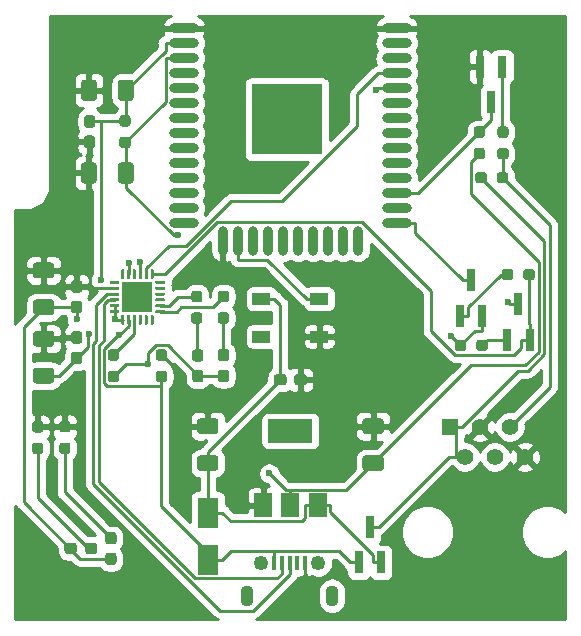
<source format=gbr>
%TF.GenerationSoftware,KiCad,Pcbnew,(5.1.9)-1*%
%TF.CreationDate,2021-05-01T00:36:50+02:00*%
%TF.ProjectId,AidonBoard32,4169646f-6e42-46f6-9172-6433322e6b69,2*%
%TF.SameCoordinates,Original*%
%TF.FileFunction,Copper,L1,Top*%
%TF.FilePolarity,Positive*%
%FSLAX46Y46*%
G04 Gerber Fmt 4.6, Leading zero omitted, Abs format (unit mm)*
G04 Created by KiCad (PCBNEW (5.1.9)-1) date 2021-05-01 00:36:50*
%MOMM*%
%LPD*%
G01*
G04 APERTURE LIST*
%TA.AperFunction,ComponentPad*%
%ADD10C,1.398000*%
%TD*%
%TA.AperFunction,ComponentPad*%
%ADD11R,1.398000X1.398000*%
%TD*%
%TA.AperFunction,SMDPad,CuDef*%
%ADD12R,1.500000X1.000000*%
%TD*%
%TA.AperFunction,SMDPad,CuDef*%
%ADD13R,0.800000X1.900000*%
%TD*%
%TA.AperFunction,SMDPad,CuDef*%
%ADD14R,1.800000X2.500000*%
%TD*%
%TA.AperFunction,SMDPad,CuDef*%
%ADD15R,6.000000X6.000000*%
%TD*%
%TA.AperFunction,SMDPad,CuDef*%
%ADD16O,2.500000X0.900000*%
%TD*%
%TA.AperFunction,SMDPad,CuDef*%
%ADD17O,0.900000X2.500000*%
%TD*%
%TA.AperFunction,SMDPad,CuDef*%
%ADD18R,2.600000X2.600000*%
%TD*%
%TA.AperFunction,SMDPad,CuDef*%
%ADD19R,1.500000X2.000000*%
%TD*%
%TA.AperFunction,SMDPad,CuDef*%
%ADD20R,3.800000X2.000000*%
%TD*%
%TA.AperFunction,ComponentPad*%
%ADD21O,1.100000X1.800000*%
%TD*%
%TA.AperFunction,SMDPad,CuDef*%
%ADD22R,0.400000X1.250000*%
%TD*%
%TA.AperFunction,ComponentPad*%
%ADD23C,1.250000*%
%TD*%
%TA.AperFunction,ViaPad*%
%ADD24C,0.600000*%
%TD*%
%TA.AperFunction,Conductor*%
%ADD25C,0.250000*%
%TD*%
%TA.AperFunction,Conductor*%
%ADD26C,0.254000*%
%TD*%
%TA.AperFunction,Conductor*%
%ADD27C,0.100000*%
%TD*%
G04 APERTURE END LIST*
%TO.P,D3,2*%
%TO.N,+3V3*%
%TA.AperFunction,SMDPad,CuDef*%
G36*
G01*
X97092019Y-69648357D02*
X97567019Y-69648357D01*
G75*
G02*
X97804519Y-69885857I0J-237500D01*
G01*
X97804519Y-70460857D01*
G75*
G02*
X97567019Y-70698357I-237500J0D01*
G01*
X97092019Y-70698357D01*
G75*
G02*
X96854519Y-70460857I0J237500D01*
G01*
X96854519Y-69885857D01*
G75*
G02*
X97092019Y-69648357I237500J0D01*
G01*
G37*
%TD.AperFunction*%
%TO.P,D3,1*%
%TO.N,Net-(D3-Pad1)*%
%TA.AperFunction,SMDPad,CuDef*%
G36*
G01*
X97092019Y-67898357D02*
X97567019Y-67898357D01*
G75*
G02*
X97804519Y-68135857I0J-237500D01*
G01*
X97804519Y-68710857D01*
G75*
G02*
X97567019Y-68948357I-237500J0D01*
G01*
X97092019Y-68948357D01*
G75*
G02*
X96854519Y-68710857I0J237500D01*
G01*
X96854519Y-68135857D01*
G75*
G02*
X97092019Y-67898357I237500J0D01*
G01*
G37*
%TD.AperFunction*%
%TD*%
%TO.P,D2,2*%
%TO.N,+3V3*%
%TA.AperFunction,SMDPad,CuDef*%
G36*
G01*
X94923058Y-69676221D02*
X95398058Y-69676221D01*
G75*
G02*
X95635558Y-69913721I0J-237500D01*
G01*
X95635558Y-70488721D01*
G75*
G02*
X95398058Y-70726221I-237500J0D01*
G01*
X94923058Y-70726221D01*
G75*
G02*
X94685558Y-70488721I0J237500D01*
G01*
X94685558Y-69913721D01*
G75*
G02*
X94923058Y-69676221I237500J0D01*
G01*
G37*
%TD.AperFunction*%
%TO.P,D2,1*%
%TO.N,Net-(D2-Pad1)*%
%TA.AperFunction,SMDPad,CuDef*%
G36*
G01*
X94923058Y-67926221D02*
X95398058Y-67926221D01*
G75*
G02*
X95635558Y-68163721I0J-237500D01*
G01*
X95635558Y-68738721D01*
G75*
G02*
X95398058Y-68976221I-237500J0D01*
G01*
X94923058Y-68976221D01*
G75*
G02*
X94685558Y-68738721I0J237500D01*
G01*
X94685558Y-68163721D01*
G75*
G02*
X94923058Y-67926221I237500J0D01*
G01*
G37*
%TD.AperFunction*%
%TD*%
%TO.P,D4,2*%
%TO.N,+3V3*%
%TA.AperFunction,SMDPad,CuDef*%
G36*
G01*
X84915611Y-84553395D02*
X84915611Y-85028395D01*
G75*
G02*
X84678111Y-85265895I-237500J0D01*
G01*
X84103111Y-85265895D01*
G75*
G02*
X83865611Y-85028395I0J237500D01*
G01*
X83865611Y-84553395D01*
G75*
G02*
X84103111Y-84315895I237500J0D01*
G01*
X84678111Y-84315895D01*
G75*
G02*
X84915611Y-84553395I0J-237500D01*
G01*
G37*
%TD.AperFunction*%
%TO.P,D4,1*%
%TO.N,Net-(D4-Pad1)*%
%TA.AperFunction,SMDPad,CuDef*%
G36*
G01*
X86665611Y-84553395D02*
X86665611Y-85028395D01*
G75*
G02*
X86428111Y-85265895I-237500J0D01*
G01*
X85853111Y-85265895D01*
G75*
G02*
X85615611Y-85028395I0J237500D01*
G01*
X85615611Y-84553395D01*
G75*
G02*
X85853111Y-84315895I237500J0D01*
G01*
X86428111Y-84315895D01*
G75*
G02*
X86665611Y-84553395I0J-237500D01*
G01*
G37*
%TD.AperFunction*%
%TD*%
D10*
%TO.P,J1,6*%
%TO.N,GND*%
X122850000Y-77040000D03*
%TO.P,J1,5*%
%TO.N,/HAN_OUT*%
X121580000Y-74500000D03*
%TO.P,J1,4*%
%TO.N,Net-(J1-Pad4)*%
X120310000Y-77040000D03*
%TO.P,J1,3*%
%TO.N,GND*%
X119040000Y-74500000D03*
%TO.P,J1,2*%
%TO.N,+5V*%
X117770000Y-77040000D03*
D11*
%TO.P,J1,1*%
X116500000Y-74500000D03*
%TD*%
%TO.P,R12,1*%
%TO.N,+3V3*%
%TA.AperFunction,SMDPad,CuDef*%
G36*
G01*
X119237500Y-51850000D02*
X118762500Y-51850000D01*
G75*
G02*
X118525000Y-51612500I0J237500D01*
G01*
X118525000Y-51112500D01*
G75*
G02*
X118762500Y-50875000I237500J0D01*
G01*
X119237500Y-50875000D01*
G75*
G02*
X119475000Y-51112500I0J-237500D01*
G01*
X119475000Y-51612500D01*
G75*
G02*
X119237500Y-51850000I-237500J0D01*
G01*
G37*
%TD.AperFunction*%
%TO.P,R12,2*%
%TO.N,/UART_RX*%
%TA.AperFunction,SMDPad,CuDef*%
G36*
G01*
X119237500Y-50025000D02*
X118762500Y-50025000D01*
G75*
G02*
X118525000Y-49787500I0J237500D01*
G01*
X118525000Y-49287500D01*
G75*
G02*
X118762500Y-49050000I237500J0D01*
G01*
X119237500Y-49050000D01*
G75*
G02*
X119475000Y-49287500I0J-237500D01*
G01*
X119475000Y-49787500D01*
G75*
G02*
X119237500Y-50025000I-237500J0D01*
G01*
G37*
%TD.AperFunction*%
%TD*%
D12*
%TO.P,D6,1*%
%TO.N,VCC*%
X100550000Y-63650000D03*
%TO.P,D6,2*%
%TO.N,Net-(D6-Pad2)*%
X100550000Y-66850000D03*
%TO.P,D6,4*%
%TO.N,/IO13*%
X105450000Y-63650000D03*
%TO.P,D6,3*%
%TO.N,GND*%
X105450000Y-66850000D03*
%TD*%
%TO.P,D5,2*%
%TO.N,+3V3*%
%TA.AperFunction,SMDPad,CuDef*%
G36*
G01*
X87564900Y-85152400D02*
X88039900Y-85152400D01*
G75*
G02*
X88277400Y-85389900I0J-237500D01*
G01*
X88277400Y-85964900D01*
G75*
G02*
X88039900Y-86202400I-237500J0D01*
G01*
X87564900Y-86202400D01*
G75*
G02*
X87327400Y-85964900I0J237500D01*
G01*
X87327400Y-85389900D01*
G75*
G02*
X87564900Y-85152400I237500J0D01*
G01*
G37*
%TD.AperFunction*%
%TO.P,D5,1*%
%TO.N,Net-(D5-Pad1)*%
%TA.AperFunction,SMDPad,CuDef*%
G36*
G01*
X87564900Y-83402400D02*
X88039900Y-83402400D01*
G75*
G02*
X88277400Y-83639900I0J-237500D01*
G01*
X88277400Y-84214900D01*
G75*
G02*
X88039900Y-84452400I-237500J0D01*
G01*
X87564900Y-84452400D01*
G75*
G02*
X87327400Y-84214900I0J237500D01*
G01*
X87327400Y-83639900D01*
G75*
G02*
X87564900Y-83402400I237500J0D01*
G01*
G37*
%TD.AperFunction*%
%TD*%
D13*
%TO.P,Q3,1*%
%TO.N,Net-(Q3-Pad1)*%
X117350000Y-65100000D03*
%TO.P,Q3,2*%
%TO.N,/DTR*%
X119250000Y-65100000D03*
%TO.P,Q3,3*%
%TO.N,/IO0*%
X118300000Y-62100000D03*
%TD*%
%TO.P,R11,1*%
%TO.N,Net-(Q4-Pad1)*%
%TA.AperFunction,SMDPad,CuDef*%
G36*
G01*
X120762500Y-49050000D02*
X121237500Y-49050000D01*
G75*
G02*
X121475000Y-49287500I0J-237500D01*
G01*
X121475000Y-49787500D01*
G75*
G02*
X121237500Y-50025000I-237500J0D01*
G01*
X120762500Y-50025000D01*
G75*
G02*
X120525000Y-49787500I0J237500D01*
G01*
X120525000Y-49287500D01*
G75*
G02*
X120762500Y-49050000I237500J0D01*
G01*
G37*
%TD.AperFunction*%
%TO.P,R11,2*%
%TO.N,/HAN_OUT*%
%TA.AperFunction,SMDPad,CuDef*%
G36*
G01*
X120762500Y-50875000D02*
X121237500Y-50875000D01*
G75*
G02*
X121475000Y-51112500I0J-237500D01*
G01*
X121475000Y-51612500D01*
G75*
G02*
X121237500Y-51850000I-237500J0D01*
G01*
X120762500Y-51850000D01*
G75*
G02*
X120525000Y-51612500I0J237500D01*
G01*
X120525000Y-51112500D01*
G75*
G02*
X120762500Y-50875000I237500J0D01*
G01*
G37*
%TD.AperFunction*%
%TD*%
%TO.P,R10,1*%
%TO.N,+5V*%
%TA.AperFunction,SMDPad,CuDef*%
G36*
G01*
X118650000Y-53637500D02*
X118650000Y-53162500D01*
G75*
G02*
X118887500Y-52925000I237500J0D01*
G01*
X119387500Y-52925000D01*
G75*
G02*
X119625000Y-53162500I0J-237500D01*
G01*
X119625000Y-53637500D01*
G75*
G02*
X119387500Y-53875000I-237500J0D01*
G01*
X118887500Y-53875000D01*
G75*
G02*
X118650000Y-53637500I0J237500D01*
G01*
G37*
%TD.AperFunction*%
%TO.P,R10,2*%
%TO.N,/HAN_OUT*%
%TA.AperFunction,SMDPad,CuDef*%
G36*
G01*
X120475000Y-53637500D02*
X120475000Y-53162500D01*
G75*
G02*
X120712500Y-52925000I237500J0D01*
G01*
X121212500Y-52925000D01*
G75*
G02*
X121450000Y-53162500I0J-237500D01*
G01*
X121450000Y-53637500D01*
G75*
G02*
X121212500Y-53875000I-237500J0D01*
G01*
X120712500Y-53875000D01*
G75*
G02*
X120475000Y-53637500I0J237500D01*
G01*
G37*
%TD.AperFunction*%
%TD*%
%TO.P,R9,2*%
%TO.N,Net-(D5-Pad1)*%
%TA.AperFunction,SMDPad,CuDef*%
G36*
G01*
X83662500Y-75821000D02*
X84137500Y-75821000D01*
G75*
G02*
X84375000Y-76058500I0J-237500D01*
G01*
X84375000Y-76558500D01*
G75*
G02*
X84137500Y-76796000I-237500J0D01*
G01*
X83662500Y-76796000D01*
G75*
G02*
X83425000Y-76558500I0J237500D01*
G01*
X83425000Y-76058500D01*
G75*
G02*
X83662500Y-75821000I237500J0D01*
G01*
G37*
%TD.AperFunction*%
%TO.P,R9,1*%
%TO.N,GND*%
%TA.AperFunction,SMDPad,CuDef*%
G36*
G01*
X83662500Y-73996000D02*
X84137500Y-73996000D01*
G75*
G02*
X84375000Y-74233500I0J-237500D01*
G01*
X84375000Y-74733500D01*
G75*
G02*
X84137500Y-74971000I-237500J0D01*
G01*
X83662500Y-74971000D01*
G75*
G02*
X83425000Y-74733500I0J237500D01*
G01*
X83425000Y-74233500D01*
G75*
G02*
X83662500Y-73996000I237500J0D01*
G01*
G37*
%TD.AperFunction*%
%TD*%
%TO.P,R8,2*%
%TO.N,Net-(D4-Pad1)*%
%TA.AperFunction,SMDPad,CuDef*%
G36*
G01*
X81362500Y-75824100D02*
X81837500Y-75824100D01*
G75*
G02*
X82075000Y-76061600I0J-237500D01*
G01*
X82075000Y-76561600D01*
G75*
G02*
X81837500Y-76799100I-237500J0D01*
G01*
X81362500Y-76799100D01*
G75*
G02*
X81125000Y-76561600I0J237500D01*
G01*
X81125000Y-76061600D01*
G75*
G02*
X81362500Y-75824100I237500J0D01*
G01*
G37*
%TD.AperFunction*%
%TO.P,R8,1*%
%TO.N,GND*%
%TA.AperFunction,SMDPad,CuDef*%
G36*
G01*
X81362500Y-73999100D02*
X81837500Y-73999100D01*
G75*
G02*
X82075000Y-74236600I0J-237500D01*
G01*
X82075000Y-74736600D01*
G75*
G02*
X81837500Y-74974100I-237500J0D01*
G01*
X81362500Y-74974100D01*
G75*
G02*
X81125000Y-74736600I0J237500D01*
G01*
X81125000Y-74236600D01*
G75*
G02*
X81362500Y-73999100I237500J0D01*
G01*
G37*
%TD.AperFunction*%
%TD*%
%TO.P,R7,1*%
%TO.N,/LED_RX*%
%TA.AperFunction,SMDPad,CuDef*%
G36*
G01*
X97090500Y-62970000D02*
X97565500Y-62970000D01*
G75*
G02*
X97803000Y-63207500I0J-237500D01*
G01*
X97803000Y-63707500D01*
G75*
G02*
X97565500Y-63945000I-237500J0D01*
G01*
X97090500Y-63945000D01*
G75*
G02*
X96853000Y-63707500I0J237500D01*
G01*
X96853000Y-63207500D01*
G75*
G02*
X97090500Y-62970000I237500J0D01*
G01*
G37*
%TD.AperFunction*%
%TO.P,R7,2*%
%TO.N,Net-(D3-Pad1)*%
%TA.AperFunction,SMDPad,CuDef*%
G36*
G01*
X97090500Y-64795000D02*
X97565500Y-64795000D01*
G75*
G02*
X97803000Y-65032500I0J-237500D01*
G01*
X97803000Y-65532500D01*
G75*
G02*
X97565500Y-65770000I-237500J0D01*
G01*
X97090500Y-65770000D01*
G75*
G02*
X96853000Y-65532500I0J237500D01*
G01*
X96853000Y-65032500D01*
G75*
G02*
X97090500Y-64795000I237500J0D01*
G01*
G37*
%TD.AperFunction*%
%TD*%
%TO.P,R6,2*%
%TO.N,Net-(D2-Pad1)*%
%TA.AperFunction,SMDPad,CuDef*%
G36*
G01*
X94840500Y-64795000D02*
X95315500Y-64795000D01*
G75*
G02*
X95553000Y-65032500I0J-237500D01*
G01*
X95553000Y-65532500D01*
G75*
G02*
X95315500Y-65770000I-237500J0D01*
G01*
X94840500Y-65770000D01*
G75*
G02*
X94603000Y-65532500I0J237500D01*
G01*
X94603000Y-65032500D01*
G75*
G02*
X94840500Y-64795000I237500J0D01*
G01*
G37*
%TD.AperFunction*%
%TO.P,R6,1*%
%TO.N,/LED_TX*%
%TA.AperFunction,SMDPad,CuDef*%
G36*
G01*
X94840500Y-62970000D02*
X95315500Y-62970000D01*
G75*
G02*
X95553000Y-63207500I0J-237500D01*
G01*
X95553000Y-63707500D01*
G75*
G02*
X95315500Y-63945000I-237500J0D01*
G01*
X94840500Y-63945000D01*
G75*
G02*
X94603000Y-63707500I0J237500D01*
G01*
X94603000Y-63207500D01*
G75*
G02*
X94840500Y-62970000I237500J0D01*
G01*
G37*
%TD.AperFunction*%
%TD*%
%TO.P,R5,2*%
%TO.N,/RTS*%
%TA.AperFunction,SMDPad,CuDef*%
G36*
G01*
X122725000Y-61837500D02*
X122725000Y-61362500D01*
G75*
G02*
X122962500Y-61125000I237500J0D01*
G01*
X123462500Y-61125000D01*
G75*
G02*
X123700000Y-61362500I0J-237500D01*
G01*
X123700000Y-61837500D01*
G75*
G02*
X123462500Y-62075000I-237500J0D01*
G01*
X122962500Y-62075000D01*
G75*
G02*
X122725000Y-61837500I0J237500D01*
G01*
G37*
%TD.AperFunction*%
%TO.P,R5,1*%
%TO.N,Net-(Q3-Pad1)*%
%TA.AperFunction,SMDPad,CuDef*%
G36*
G01*
X120900000Y-61837500D02*
X120900000Y-61362500D01*
G75*
G02*
X121137500Y-61125000I237500J0D01*
G01*
X121637500Y-61125000D01*
G75*
G02*
X121875000Y-61362500I0J-237500D01*
G01*
X121875000Y-61837500D01*
G75*
G02*
X121637500Y-62075000I-237500J0D01*
G01*
X121137500Y-62075000D01*
G75*
G02*
X120900000Y-61837500I0J237500D01*
G01*
G37*
%TD.AperFunction*%
%TD*%
%TO.P,R4,1*%
%TO.N,Net-(Q2-Pad1)*%
%TA.AperFunction,SMDPad,CuDef*%
G36*
G01*
X119700000Y-67362500D02*
X119700000Y-67837500D01*
G75*
G02*
X119462500Y-68075000I-237500J0D01*
G01*
X118962500Y-68075000D01*
G75*
G02*
X118725000Y-67837500I0J237500D01*
G01*
X118725000Y-67362500D01*
G75*
G02*
X118962500Y-67125000I237500J0D01*
G01*
X119462500Y-67125000D01*
G75*
G02*
X119700000Y-67362500I0J-237500D01*
G01*
G37*
%TD.AperFunction*%
%TO.P,R4,2*%
%TO.N,/DTR*%
%TA.AperFunction,SMDPad,CuDef*%
G36*
G01*
X117875000Y-67362500D02*
X117875000Y-67837500D01*
G75*
G02*
X117637500Y-68075000I-237500J0D01*
G01*
X117137500Y-68075000D01*
G75*
G02*
X116900000Y-67837500I0J237500D01*
G01*
X116900000Y-67362500D01*
G75*
G02*
X117137500Y-67125000I237500J0D01*
G01*
X117637500Y-67125000D01*
G75*
G02*
X117875000Y-67362500I0J-237500D01*
G01*
G37*
%TD.AperFunction*%
%TD*%
%TO.P,R3,1*%
%TO.N,+3V3*%
%TA.AperFunction,SMDPad,CuDef*%
G36*
G01*
X88762500Y-48100000D02*
X89237500Y-48100000D01*
G75*
G02*
X89475000Y-48337500I0J-237500D01*
G01*
X89475000Y-48837500D01*
G75*
G02*
X89237500Y-49075000I-237500J0D01*
G01*
X88762500Y-49075000D01*
G75*
G02*
X88525000Y-48837500I0J237500D01*
G01*
X88525000Y-48337500D01*
G75*
G02*
X88762500Y-48100000I237500J0D01*
G01*
G37*
%TD.AperFunction*%
%TO.P,R3,2*%
%TO.N,/EN*%
%TA.AperFunction,SMDPad,CuDef*%
G36*
G01*
X88762500Y-49925000D02*
X89237500Y-49925000D01*
G75*
G02*
X89475000Y-50162500I0J-237500D01*
G01*
X89475000Y-50662500D01*
G75*
G02*
X89237500Y-50900000I-237500J0D01*
G01*
X88762500Y-50900000D01*
G75*
G02*
X88525000Y-50662500I0J237500D01*
G01*
X88525000Y-50162500D01*
G75*
G02*
X88762500Y-49925000I237500J0D01*
G01*
G37*
%TD.AperFunction*%
%TD*%
%TO.P,R2,2*%
%TO.N,+3V3*%
%TA.AperFunction,SMDPad,CuDef*%
G36*
G01*
X87776500Y-69743000D02*
X88251500Y-69743000D01*
G75*
G02*
X88489000Y-69980500I0J-237500D01*
G01*
X88489000Y-70480500D01*
G75*
G02*
X88251500Y-70718000I-237500J0D01*
G01*
X87776500Y-70718000D01*
G75*
G02*
X87539000Y-70480500I0J237500D01*
G01*
X87539000Y-69980500D01*
G75*
G02*
X87776500Y-69743000I237500J0D01*
G01*
G37*
%TD.AperFunction*%
%TO.P,R2,1*%
%TO.N,Net-(R2-Pad1)*%
%TA.AperFunction,SMDPad,CuDef*%
G36*
G01*
X87776500Y-67918000D02*
X88251500Y-67918000D01*
G75*
G02*
X88489000Y-68155500I0J-237500D01*
G01*
X88489000Y-68655500D01*
G75*
G02*
X88251500Y-68893000I-237500J0D01*
G01*
X87776500Y-68893000D01*
G75*
G02*
X87539000Y-68655500I0J237500D01*
G01*
X87539000Y-68155500D01*
G75*
G02*
X87776500Y-67918000I237500J0D01*
G01*
G37*
%TD.AperFunction*%
%TD*%
%TO.P,R1,1*%
%TO.N,VBUS*%
%TA.AperFunction,SMDPad,CuDef*%
G36*
G01*
X92315500Y-70718000D02*
X91840500Y-70718000D01*
G75*
G02*
X91603000Y-70480500I0J237500D01*
G01*
X91603000Y-69980500D01*
G75*
G02*
X91840500Y-69743000I237500J0D01*
G01*
X92315500Y-69743000D01*
G75*
G02*
X92553000Y-69980500I0J-237500D01*
G01*
X92553000Y-70480500D01*
G75*
G02*
X92315500Y-70718000I-237500J0D01*
G01*
G37*
%TD.AperFunction*%
%TO.P,R1,2*%
%TO.N,GND*%
%TA.AperFunction,SMDPad,CuDef*%
G36*
G01*
X92315500Y-68893000D02*
X91840500Y-68893000D01*
G75*
G02*
X91603000Y-68655500I0J237500D01*
G01*
X91603000Y-68155500D01*
G75*
G02*
X91840500Y-67918000I237500J0D01*
G01*
X92315500Y-67918000D01*
G75*
G02*
X92553000Y-68155500I0J-237500D01*
G01*
X92553000Y-68655500D01*
G75*
G02*
X92315500Y-68893000I-237500J0D01*
G01*
G37*
%TD.AperFunction*%
%TD*%
%TO.P,Q4,1*%
%TO.N,Net-(Q4-Pad1)*%
X120950000Y-44000000D03*
%TO.P,Q4,2*%
%TO.N,GND*%
X119050000Y-44000000D03*
%TO.P,Q4,3*%
%TO.N,/UART_RX*%
X120000000Y-47000000D03*
%TD*%
D14*
%TO.P,D1,2*%
%TO.N,VBUS*%
X96000000Y-85750000D03*
%TO.P,D1,1*%
%TO.N,VCC*%
X96000000Y-81750000D03*
%TD*%
%TO.P,C10,1*%
%TO.N,GND*%
%TA.AperFunction,SMDPad,CuDef*%
G36*
G01*
X104400000Y-70262500D02*
X104400000Y-70737500D01*
G75*
G02*
X104162500Y-70975000I-237500J0D01*
G01*
X103562500Y-70975000D01*
G75*
G02*
X103325000Y-70737500I0J237500D01*
G01*
X103325000Y-70262500D01*
G75*
G02*
X103562500Y-70025000I237500J0D01*
G01*
X104162500Y-70025000D01*
G75*
G02*
X104400000Y-70262500I0J-237500D01*
G01*
G37*
%TD.AperFunction*%
%TO.P,C10,2*%
%TO.N,VCC*%
%TA.AperFunction,SMDPad,CuDef*%
G36*
G01*
X102675000Y-70262500D02*
X102675000Y-70737500D01*
G75*
G02*
X102437500Y-70975000I-237500J0D01*
G01*
X101837500Y-70975000D01*
G75*
G02*
X101600000Y-70737500I0J237500D01*
G01*
X101600000Y-70262500D01*
G75*
G02*
X101837500Y-70025000I237500J0D01*
G01*
X102437500Y-70025000D01*
G75*
G02*
X102675000Y-70262500I0J-237500D01*
G01*
G37*
%TD.AperFunction*%
%TD*%
%TO.P,C8,1*%
%TO.N,+3V3*%
%TA.AperFunction,SMDPad,CuDef*%
G36*
G01*
X85762500Y-48100000D02*
X86237500Y-48100000D01*
G75*
G02*
X86475000Y-48337500I0J-237500D01*
G01*
X86475000Y-48937500D01*
G75*
G02*
X86237500Y-49175000I-237500J0D01*
G01*
X85762500Y-49175000D01*
G75*
G02*
X85525000Y-48937500I0J237500D01*
G01*
X85525000Y-48337500D01*
G75*
G02*
X85762500Y-48100000I237500J0D01*
G01*
G37*
%TD.AperFunction*%
%TO.P,C8,2*%
%TO.N,GND*%
%TA.AperFunction,SMDPad,CuDef*%
G36*
G01*
X85762500Y-49825000D02*
X86237500Y-49825000D01*
G75*
G02*
X86475000Y-50062500I0J-237500D01*
G01*
X86475000Y-50662500D01*
G75*
G02*
X86237500Y-50900000I-237500J0D01*
G01*
X85762500Y-50900000D01*
G75*
G02*
X85525000Y-50662500I0J237500D01*
G01*
X85525000Y-50062500D01*
G75*
G02*
X85762500Y-49825000I237500J0D01*
G01*
G37*
%TD.AperFunction*%
%TD*%
%TO.P,C6,2*%
%TO.N,GND*%
%TA.AperFunction,SMDPad,CuDef*%
G36*
G01*
X85137500Y-67469000D02*
X84662500Y-67469000D01*
G75*
G02*
X84425000Y-67231500I0J237500D01*
G01*
X84425000Y-66631500D01*
G75*
G02*
X84662500Y-66394000I237500J0D01*
G01*
X85137500Y-66394000D01*
G75*
G02*
X85375000Y-66631500I0J-237500D01*
G01*
X85375000Y-67231500D01*
G75*
G02*
X85137500Y-67469000I-237500J0D01*
G01*
G37*
%TD.AperFunction*%
%TO.P,C6,1*%
%TO.N,VBUS*%
%TA.AperFunction,SMDPad,CuDef*%
G36*
G01*
X85137500Y-69194000D02*
X84662500Y-69194000D01*
G75*
G02*
X84425000Y-68956500I0J237500D01*
G01*
X84425000Y-68356500D01*
G75*
G02*
X84662500Y-68119000I237500J0D01*
G01*
X85137500Y-68119000D01*
G75*
G02*
X85375000Y-68356500I0J-237500D01*
G01*
X85375000Y-68956500D01*
G75*
G02*
X85137500Y-69194000I-237500J0D01*
G01*
G37*
%TD.AperFunction*%
%TD*%
%TO.P,C4,2*%
%TO.N,GND*%
%TA.AperFunction,SMDPad,CuDef*%
G36*
G01*
X85137500Y-63151000D02*
X84662500Y-63151000D01*
G75*
G02*
X84425000Y-62913500I0J237500D01*
G01*
X84425000Y-62313500D01*
G75*
G02*
X84662500Y-62076000I237500J0D01*
G01*
X85137500Y-62076000D01*
G75*
G02*
X85375000Y-62313500I0J-237500D01*
G01*
X85375000Y-62913500D01*
G75*
G02*
X85137500Y-63151000I-237500J0D01*
G01*
G37*
%TD.AperFunction*%
%TO.P,C4,1*%
%TO.N,+3V3*%
%TA.AperFunction,SMDPad,CuDef*%
G36*
G01*
X85137500Y-64876000D02*
X84662500Y-64876000D01*
G75*
G02*
X84425000Y-64638500I0J237500D01*
G01*
X84425000Y-64038500D01*
G75*
G02*
X84662500Y-63801000I237500J0D01*
G01*
X85137500Y-63801000D01*
G75*
G02*
X85375000Y-64038500I0J-237500D01*
G01*
X85375000Y-64638500D01*
G75*
G02*
X85137500Y-64876000I-237500J0D01*
G01*
G37*
%TD.AperFunction*%
%TD*%
D15*
%TO.P,U3,39*%
%TO.N,Net-(U3-Pad39)*%
X102700000Y-48450000D03*
D16*
%TO.P,U3,1*%
%TO.N,GND*%
X94000000Y-40750000D03*
%TO.P,U3,2*%
%TO.N,+3V3*%
X94000000Y-42020000D03*
%TO.P,U3,3*%
%TO.N,/EN*%
X94000000Y-43290000D03*
%TO.P,U3,4*%
%TO.N,Net-(U3-Pad4)*%
X94000000Y-44560000D03*
%TO.P,U3,5*%
%TO.N,Net-(U3-Pad5)*%
X94000000Y-45830000D03*
%TO.P,U3,6*%
%TO.N,Net-(U3-Pad6)*%
X94000000Y-47100000D03*
%TO.P,U3,7*%
%TO.N,Net-(U3-Pad7)*%
X94000000Y-48370000D03*
%TO.P,U3,8*%
%TO.N,Net-(U3-Pad8)*%
X94000000Y-49640000D03*
%TO.P,U3,9*%
%TO.N,Net-(U3-Pad9)*%
X94000000Y-50910000D03*
%TO.P,U3,10*%
%TO.N,Net-(U3-Pad10)*%
X94000000Y-52180000D03*
%TO.P,U3,11*%
%TO.N,Net-(U3-Pad11)*%
X94000000Y-53450000D03*
%TO.P,U3,12*%
%TO.N,Net-(U3-Pad12)*%
X94000000Y-54720000D03*
%TO.P,U3,13*%
%TO.N,Net-(U3-Pad13)*%
X94000000Y-55990000D03*
%TO.P,U3,14*%
%TO.N,Net-(U3-Pad14)*%
X94000000Y-57260000D03*
D17*
%TO.P,U3,15*%
%TO.N,GND*%
X97285000Y-58750000D03*
%TO.P,U3,16*%
%TO.N,/IO13*%
X98555000Y-58750000D03*
%TO.P,U3,17*%
%TO.N,Net-(U3-Pad17)*%
X99825000Y-58750000D03*
%TO.P,U3,18*%
%TO.N,Net-(U3-Pad18)*%
X101095000Y-58750000D03*
%TO.P,U3,19*%
%TO.N,Net-(U3-Pad19)*%
X102365000Y-58750000D03*
%TO.P,U3,20*%
%TO.N,Net-(U3-Pad20)*%
X103635000Y-58750000D03*
%TO.P,U3,21*%
%TO.N,Net-(U3-Pad21)*%
X104905000Y-58750000D03*
%TO.P,U3,22*%
%TO.N,Net-(U3-Pad22)*%
X106175000Y-58750000D03*
%TO.P,U3,23*%
%TO.N,Net-(U3-Pad23)*%
X107445000Y-58750000D03*
%TO.P,U3,24*%
%TO.N,Net-(U3-Pad24)*%
X108715000Y-58750000D03*
D16*
%TO.P,U3,25*%
%TO.N,/IO0*%
X112000000Y-57260000D03*
%TO.P,U3,26*%
%TO.N,Net-(U3-Pad26)*%
X112000000Y-55990000D03*
%TO.P,U3,27*%
%TO.N,/UART_RX*%
X112000000Y-54720000D03*
%TO.P,U3,28*%
%TO.N,Net-(U3-Pad28)*%
X112000000Y-53450000D03*
%TO.P,U3,29*%
%TO.N,Net-(U3-Pad29)*%
X112000000Y-52180000D03*
%TO.P,U3,30*%
%TO.N,Net-(U3-Pad30)*%
X112000000Y-50910000D03*
%TO.P,U3,31*%
%TO.N,Net-(U3-Pad31)*%
X112000000Y-49640000D03*
%TO.P,U3,32*%
%TO.N,Net-(U3-Pad32)*%
X112000000Y-48370000D03*
%TO.P,U3,33*%
%TO.N,Net-(U3-Pad33)*%
X112000000Y-47100000D03*
%TO.P,U3,34*%
%TO.N,/MCU_RX*%
X112000000Y-45830000D03*
%TO.P,U3,35*%
%TO.N,/MCU_TX*%
X112000000Y-44560000D03*
%TO.P,U3,36*%
%TO.N,Net-(U3-Pad36)*%
X112000000Y-43290000D03*
%TO.P,U3,37*%
%TO.N,Net-(U3-Pad37)*%
X112000000Y-42020000D03*
%TO.P,U3,38*%
%TO.N,GND*%
X112000000Y-40750000D03*
%TD*%
%TO.P,U2,1*%
%TO.N,Net-(U2-Pad1)*%
%TA.AperFunction,SMDPad,CuDef*%
G36*
G01*
X87696000Y-62312500D02*
X87696000Y-62187500D01*
G75*
G02*
X87758500Y-62125000I62500J0D01*
G01*
X88458500Y-62125000D01*
G75*
G02*
X88521000Y-62187500I0J-62500D01*
G01*
X88521000Y-62312500D01*
G75*
G02*
X88458500Y-62375000I-62500J0D01*
G01*
X87758500Y-62375000D01*
G75*
G02*
X87696000Y-62312500I0J62500D01*
G01*
G37*
%TD.AperFunction*%
%TO.P,U2,2*%
%TO.N,GND*%
%TA.AperFunction,SMDPad,CuDef*%
G36*
G01*
X87696000Y-62812500D02*
X87696000Y-62687500D01*
G75*
G02*
X87758500Y-62625000I62500J0D01*
G01*
X88458500Y-62625000D01*
G75*
G02*
X88521000Y-62687500I0J-62500D01*
G01*
X88521000Y-62812500D01*
G75*
G02*
X88458500Y-62875000I-62500J0D01*
G01*
X87758500Y-62875000D01*
G75*
G02*
X87696000Y-62812500I0J62500D01*
G01*
G37*
%TD.AperFunction*%
%TO.P,U2,3*%
%TO.N,/D+*%
%TA.AperFunction,SMDPad,CuDef*%
G36*
G01*
X87696000Y-63312500D02*
X87696000Y-63187500D01*
G75*
G02*
X87758500Y-63125000I62500J0D01*
G01*
X88458500Y-63125000D01*
G75*
G02*
X88521000Y-63187500I0J-62500D01*
G01*
X88521000Y-63312500D01*
G75*
G02*
X88458500Y-63375000I-62500J0D01*
G01*
X87758500Y-63375000D01*
G75*
G02*
X87696000Y-63312500I0J62500D01*
G01*
G37*
%TD.AperFunction*%
%TO.P,U2,4*%
%TO.N,/D-*%
%TA.AperFunction,SMDPad,CuDef*%
G36*
G01*
X87696000Y-63812500D02*
X87696000Y-63687500D01*
G75*
G02*
X87758500Y-63625000I62500J0D01*
G01*
X88458500Y-63625000D01*
G75*
G02*
X88521000Y-63687500I0J-62500D01*
G01*
X88521000Y-63812500D01*
G75*
G02*
X88458500Y-63875000I-62500J0D01*
G01*
X87758500Y-63875000D01*
G75*
G02*
X87696000Y-63812500I0J62500D01*
G01*
G37*
%TD.AperFunction*%
%TO.P,U2,5*%
%TO.N,+3V3*%
%TA.AperFunction,SMDPad,CuDef*%
G36*
G01*
X87696000Y-64312500D02*
X87696000Y-64187500D01*
G75*
G02*
X87758500Y-64125000I62500J0D01*
G01*
X88458500Y-64125000D01*
G75*
G02*
X88521000Y-64187500I0J-62500D01*
G01*
X88521000Y-64312500D01*
G75*
G02*
X88458500Y-64375000I-62500J0D01*
G01*
X87758500Y-64375000D01*
G75*
G02*
X87696000Y-64312500I0J62500D01*
G01*
G37*
%TD.AperFunction*%
%TO.P,U2,6*%
%TA.AperFunction,SMDPad,CuDef*%
G36*
G01*
X87696000Y-64812500D02*
X87696000Y-64687500D01*
G75*
G02*
X87758500Y-64625000I62500J0D01*
G01*
X88458500Y-64625000D01*
G75*
G02*
X88521000Y-64687500I0J-62500D01*
G01*
X88521000Y-64812500D01*
G75*
G02*
X88458500Y-64875000I-62500J0D01*
G01*
X87758500Y-64875000D01*
G75*
G02*
X87696000Y-64812500I0J62500D01*
G01*
G37*
%TD.AperFunction*%
%TO.P,U2,7*%
%TA.AperFunction,SMDPad,CuDef*%
G36*
G01*
X88671000Y-65787500D02*
X88671000Y-65087500D01*
G75*
G02*
X88733500Y-65025000I62500J0D01*
G01*
X88858500Y-65025000D01*
G75*
G02*
X88921000Y-65087500I0J-62500D01*
G01*
X88921000Y-65787500D01*
G75*
G02*
X88858500Y-65850000I-62500J0D01*
G01*
X88733500Y-65850000D01*
G75*
G02*
X88671000Y-65787500I0J62500D01*
G01*
G37*
%TD.AperFunction*%
%TO.P,U2,8*%
%TO.N,VBUS*%
%TA.AperFunction,SMDPad,CuDef*%
G36*
G01*
X89171000Y-65787500D02*
X89171000Y-65087500D01*
G75*
G02*
X89233500Y-65025000I62500J0D01*
G01*
X89358500Y-65025000D01*
G75*
G02*
X89421000Y-65087500I0J-62500D01*
G01*
X89421000Y-65787500D01*
G75*
G02*
X89358500Y-65850000I-62500J0D01*
G01*
X89233500Y-65850000D01*
G75*
G02*
X89171000Y-65787500I0J62500D01*
G01*
G37*
%TD.AperFunction*%
%TO.P,U2,9*%
%TO.N,Net-(R2-Pad1)*%
%TA.AperFunction,SMDPad,CuDef*%
G36*
G01*
X89671000Y-65787500D02*
X89671000Y-65087500D01*
G75*
G02*
X89733500Y-65025000I62500J0D01*
G01*
X89858500Y-65025000D01*
G75*
G02*
X89921000Y-65087500I0J-62500D01*
G01*
X89921000Y-65787500D01*
G75*
G02*
X89858500Y-65850000I-62500J0D01*
G01*
X89733500Y-65850000D01*
G75*
G02*
X89671000Y-65787500I0J62500D01*
G01*
G37*
%TD.AperFunction*%
%TO.P,U2,10*%
%TO.N,Net-(U2-Pad10)*%
%TA.AperFunction,SMDPad,CuDef*%
G36*
G01*
X90171000Y-65787500D02*
X90171000Y-65087500D01*
G75*
G02*
X90233500Y-65025000I62500J0D01*
G01*
X90358500Y-65025000D01*
G75*
G02*
X90421000Y-65087500I0J-62500D01*
G01*
X90421000Y-65787500D01*
G75*
G02*
X90358500Y-65850000I-62500J0D01*
G01*
X90233500Y-65850000D01*
G75*
G02*
X90171000Y-65787500I0J62500D01*
G01*
G37*
%TD.AperFunction*%
%TO.P,U2,11*%
%TO.N,Net-(U2-Pad11)*%
%TA.AperFunction,SMDPad,CuDef*%
G36*
G01*
X90671000Y-65787500D02*
X90671000Y-65087500D01*
G75*
G02*
X90733500Y-65025000I62500J0D01*
G01*
X90858500Y-65025000D01*
G75*
G02*
X90921000Y-65087500I0J-62500D01*
G01*
X90921000Y-65787500D01*
G75*
G02*
X90858500Y-65850000I-62500J0D01*
G01*
X90733500Y-65850000D01*
G75*
G02*
X90671000Y-65787500I0J62500D01*
G01*
G37*
%TD.AperFunction*%
%TO.P,U2,12*%
%TO.N,Net-(U2-Pad12)*%
%TA.AperFunction,SMDPad,CuDef*%
G36*
G01*
X91171000Y-65787500D02*
X91171000Y-65087500D01*
G75*
G02*
X91233500Y-65025000I62500J0D01*
G01*
X91358500Y-65025000D01*
G75*
G02*
X91421000Y-65087500I0J-62500D01*
G01*
X91421000Y-65787500D01*
G75*
G02*
X91358500Y-65850000I-62500J0D01*
G01*
X91233500Y-65850000D01*
G75*
G02*
X91171000Y-65787500I0J62500D01*
G01*
G37*
%TD.AperFunction*%
%TO.P,U2,13*%
%TO.N,/LED_RX*%
%TA.AperFunction,SMDPad,CuDef*%
G36*
G01*
X91571000Y-64812500D02*
X91571000Y-64687500D01*
G75*
G02*
X91633500Y-64625000I62500J0D01*
G01*
X92333500Y-64625000D01*
G75*
G02*
X92396000Y-64687500I0J-62500D01*
G01*
X92396000Y-64812500D01*
G75*
G02*
X92333500Y-64875000I-62500J0D01*
G01*
X91633500Y-64875000D01*
G75*
G02*
X91571000Y-64812500I0J62500D01*
G01*
G37*
%TD.AperFunction*%
%TO.P,U2,14*%
%TO.N,/LED_TX*%
%TA.AperFunction,SMDPad,CuDef*%
G36*
G01*
X91571000Y-64312500D02*
X91571000Y-64187500D01*
G75*
G02*
X91633500Y-64125000I62500J0D01*
G01*
X92333500Y-64125000D01*
G75*
G02*
X92396000Y-64187500I0J-62500D01*
G01*
X92396000Y-64312500D01*
G75*
G02*
X92333500Y-64375000I-62500J0D01*
G01*
X91633500Y-64375000D01*
G75*
G02*
X91571000Y-64312500I0J62500D01*
G01*
G37*
%TD.AperFunction*%
%TO.P,U2,15*%
%TO.N,Net-(U2-Pad15)*%
%TA.AperFunction,SMDPad,CuDef*%
G36*
G01*
X91571000Y-63812500D02*
X91571000Y-63687500D01*
G75*
G02*
X91633500Y-63625000I62500J0D01*
G01*
X92333500Y-63625000D01*
G75*
G02*
X92396000Y-63687500I0J-62500D01*
G01*
X92396000Y-63812500D01*
G75*
G02*
X92333500Y-63875000I-62500J0D01*
G01*
X91633500Y-63875000D01*
G75*
G02*
X91571000Y-63812500I0J62500D01*
G01*
G37*
%TD.AperFunction*%
%TO.P,U2,16*%
%TO.N,Net-(U2-Pad16)*%
%TA.AperFunction,SMDPad,CuDef*%
G36*
G01*
X91571000Y-63312500D02*
X91571000Y-63187500D01*
G75*
G02*
X91633500Y-63125000I62500J0D01*
G01*
X92333500Y-63125000D01*
G75*
G02*
X92396000Y-63187500I0J-62500D01*
G01*
X92396000Y-63312500D01*
G75*
G02*
X92333500Y-63375000I-62500J0D01*
G01*
X91633500Y-63375000D01*
G75*
G02*
X91571000Y-63312500I0J62500D01*
G01*
G37*
%TD.AperFunction*%
%TO.P,U2,17*%
%TO.N,Net-(U2-Pad17)*%
%TA.AperFunction,SMDPad,CuDef*%
G36*
G01*
X91571000Y-62812500D02*
X91571000Y-62687500D01*
G75*
G02*
X91633500Y-62625000I62500J0D01*
G01*
X92333500Y-62625000D01*
G75*
G02*
X92396000Y-62687500I0J-62500D01*
G01*
X92396000Y-62812500D01*
G75*
G02*
X92333500Y-62875000I-62500J0D01*
G01*
X91633500Y-62875000D01*
G75*
G02*
X91571000Y-62812500I0J62500D01*
G01*
G37*
%TD.AperFunction*%
%TO.P,U2,18*%
%TO.N,Net-(U2-Pad18)*%
%TA.AperFunction,SMDPad,CuDef*%
G36*
G01*
X91571000Y-62312500D02*
X91571000Y-62187500D01*
G75*
G02*
X91633500Y-62125000I62500J0D01*
G01*
X92333500Y-62125000D01*
G75*
G02*
X92396000Y-62187500I0J-62500D01*
G01*
X92396000Y-62312500D01*
G75*
G02*
X92333500Y-62375000I-62500J0D01*
G01*
X91633500Y-62375000D01*
G75*
G02*
X91571000Y-62312500I0J62500D01*
G01*
G37*
%TD.AperFunction*%
%TO.P,U2,19*%
%TO.N,/RTS*%
%TA.AperFunction,SMDPad,CuDef*%
G36*
G01*
X91171000Y-61912500D02*
X91171000Y-61212500D01*
G75*
G02*
X91233500Y-61150000I62500J0D01*
G01*
X91358500Y-61150000D01*
G75*
G02*
X91421000Y-61212500I0J-62500D01*
G01*
X91421000Y-61912500D01*
G75*
G02*
X91358500Y-61975000I-62500J0D01*
G01*
X91233500Y-61975000D01*
G75*
G02*
X91171000Y-61912500I0J62500D01*
G01*
G37*
%TD.AperFunction*%
%TO.P,U2,20*%
%TO.N,/MCU_TX*%
%TA.AperFunction,SMDPad,CuDef*%
G36*
G01*
X90671000Y-61912500D02*
X90671000Y-61212500D01*
G75*
G02*
X90733500Y-61150000I62500J0D01*
G01*
X90858500Y-61150000D01*
G75*
G02*
X90921000Y-61212500I0J-62500D01*
G01*
X90921000Y-61912500D01*
G75*
G02*
X90858500Y-61975000I-62500J0D01*
G01*
X90733500Y-61975000D01*
G75*
G02*
X90671000Y-61912500I0J62500D01*
G01*
G37*
%TD.AperFunction*%
%TO.P,U2,21*%
%TO.N,/MCU_RX*%
%TA.AperFunction,SMDPad,CuDef*%
G36*
G01*
X90171000Y-61912500D02*
X90171000Y-61212500D01*
G75*
G02*
X90233500Y-61150000I62500J0D01*
G01*
X90358500Y-61150000D01*
G75*
G02*
X90421000Y-61212500I0J-62500D01*
G01*
X90421000Y-61912500D01*
G75*
G02*
X90358500Y-61975000I-62500J0D01*
G01*
X90233500Y-61975000D01*
G75*
G02*
X90171000Y-61912500I0J62500D01*
G01*
G37*
%TD.AperFunction*%
%TO.P,U2,22*%
%TO.N,Net-(U2-Pad22)*%
%TA.AperFunction,SMDPad,CuDef*%
G36*
G01*
X89671000Y-61912500D02*
X89671000Y-61212500D01*
G75*
G02*
X89733500Y-61150000I62500J0D01*
G01*
X89858500Y-61150000D01*
G75*
G02*
X89921000Y-61212500I0J-62500D01*
G01*
X89921000Y-61912500D01*
G75*
G02*
X89858500Y-61975000I-62500J0D01*
G01*
X89733500Y-61975000D01*
G75*
G02*
X89671000Y-61912500I0J62500D01*
G01*
G37*
%TD.AperFunction*%
%TO.P,U2,23*%
%TO.N,/DTR*%
%TA.AperFunction,SMDPad,CuDef*%
G36*
G01*
X89171000Y-61912500D02*
X89171000Y-61212500D01*
G75*
G02*
X89233500Y-61150000I62500J0D01*
G01*
X89358500Y-61150000D01*
G75*
G02*
X89421000Y-61212500I0J-62500D01*
G01*
X89421000Y-61912500D01*
G75*
G02*
X89358500Y-61975000I-62500J0D01*
G01*
X89233500Y-61975000D01*
G75*
G02*
X89171000Y-61912500I0J62500D01*
G01*
G37*
%TD.AperFunction*%
%TO.P,U2,24*%
%TO.N,Net-(U2-Pad24)*%
%TA.AperFunction,SMDPad,CuDef*%
G36*
G01*
X88671000Y-61912500D02*
X88671000Y-61212500D01*
G75*
G02*
X88733500Y-61150000I62500J0D01*
G01*
X88858500Y-61150000D01*
G75*
G02*
X88921000Y-61212500I0J-62500D01*
G01*
X88921000Y-61912500D01*
G75*
G02*
X88858500Y-61975000I-62500J0D01*
G01*
X88733500Y-61975000D01*
G75*
G02*
X88671000Y-61912500I0J62500D01*
G01*
G37*
%TD.AperFunction*%
D18*
%TO.P,U2,25*%
%TO.N,Net-(U2-Pad25)*%
X90046000Y-63500000D03*
%TD*%
D19*
%TO.P,U1,1*%
%TO.N,GND*%
X100700000Y-81150000D03*
%TO.P,U1,3*%
%TO.N,VCC*%
X105300000Y-81150000D03*
%TO.P,U1,2*%
%TO.N,+3V3*%
X103000000Y-81150000D03*
D20*
%TO.P,U1,4*%
%TO.N,N/C*%
X103000000Y-74850000D03*
%TD*%
D13*
%TO.P,Q2,1*%
%TO.N,Net-(Q2-Pad1)*%
X121350000Y-67100000D03*
%TO.P,Q2,2*%
%TO.N,/RTS*%
X123250000Y-67100000D03*
%TO.P,Q2,3*%
%TO.N,/EN*%
X122300000Y-64100000D03*
%TD*%
%TO.P,Q1,3*%
%TO.N,+5V*%
X109734000Y-82966000D03*
%TO.P,Q1,2*%
%TO.N,VCC*%
X110684000Y-85966000D03*
%TO.P,Q1,1*%
%TO.N,VBUS*%
X108784000Y-85966000D03*
%TD*%
%TO.P,C9,1*%
%TO.N,/EN*%
%TA.AperFunction,SMDPad,CuDef*%
G36*
G01*
X89725000Y-52349997D02*
X89725000Y-53650003D01*
G75*
G02*
X89475003Y-53900000I-249997J0D01*
G01*
X88649997Y-53900000D01*
G75*
G02*
X88400000Y-53650003I0J249997D01*
G01*
X88400000Y-52349997D01*
G75*
G02*
X88649997Y-52100000I249997J0D01*
G01*
X89475003Y-52100000D01*
G75*
G02*
X89725000Y-52349997I0J-249997D01*
G01*
G37*
%TD.AperFunction*%
%TO.P,C9,2*%
%TO.N,GND*%
%TA.AperFunction,SMDPad,CuDef*%
G36*
G01*
X86600000Y-52349997D02*
X86600000Y-53650003D01*
G75*
G02*
X86350003Y-53900000I-249997J0D01*
G01*
X85524997Y-53900000D01*
G75*
G02*
X85275000Y-53650003I0J249997D01*
G01*
X85275000Y-52349997D01*
G75*
G02*
X85524997Y-52100000I249997J0D01*
G01*
X86350003Y-52100000D01*
G75*
G02*
X86600000Y-52349997I0J-249997D01*
G01*
G37*
%TD.AperFunction*%
%TD*%
%TO.P,C7,1*%
%TO.N,+3V3*%
%TA.AperFunction,SMDPad,CuDef*%
G36*
G01*
X89725000Y-45349997D02*
X89725000Y-46650003D01*
G75*
G02*
X89475003Y-46900000I-249997J0D01*
G01*
X88649997Y-46900000D01*
G75*
G02*
X88400000Y-46650003I0J249997D01*
G01*
X88400000Y-45349997D01*
G75*
G02*
X88649997Y-45100000I249997J0D01*
G01*
X89475003Y-45100000D01*
G75*
G02*
X89725000Y-45349997I0J-249997D01*
G01*
G37*
%TD.AperFunction*%
%TO.P,C7,2*%
%TO.N,GND*%
%TA.AperFunction,SMDPad,CuDef*%
G36*
G01*
X86600000Y-45349997D02*
X86600000Y-46650003D01*
G75*
G02*
X86350003Y-46900000I-249997J0D01*
G01*
X85524997Y-46900000D01*
G75*
G02*
X85275000Y-46650003I0J249997D01*
G01*
X85275000Y-45349997D01*
G75*
G02*
X85524997Y-45100000I249997J0D01*
G01*
X86350003Y-45100000D01*
G75*
G02*
X86600000Y-45349997I0J-249997D01*
G01*
G37*
%TD.AperFunction*%
%TD*%
%TO.P,C5,2*%
%TO.N,GND*%
%TA.AperFunction,SMDPad,CuDef*%
G36*
G01*
X82750003Y-67700000D02*
X81449997Y-67700000D01*
G75*
G02*
X81200000Y-67450003I0J249997D01*
G01*
X81200000Y-66624997D01*
G75*
G02*
X81449997Y-66375000I249997J0D01*
G01*
X82750003Y-66375000D01*
G75*
G02*
X83000000Y-66624997I0J-249997D01*
G01*
X83000000Y-67450003D01*
G75*
G02*
X82750003Y-67700000I-249997J0D01*
G01*
G37*
%TD.AperFunction*%
%TO.P,C5,1*%
%TO.N,VBUS*%
%TA.AperFunction,SMDPad,CuDef*%
G36*
G01*
X82750003Y-70825000D02*
X81449997Y-70825000D01*
G75*
G02*
X81200000Y-70575003I0J249997D01*
G01*
X81200000Y-69749997D01*
G75*
G02*
X81449997Y-69500000I249997J0D01*
G01*
X82750003Y-69500000D01*
G75*
G02*
X83000000Y-69749997I0J-249997D01*
G01*
X83000000Y-70575003D01*
G75*
G02*
X82750003Y-70825000I-249997J0D01*
G01*
G37*
%TD.AperFunction*%
%TD*%
%TO.P,C3,2*%
%TO.N,GND*%
%TA.AperFunction,SMDPad,CuDef*%
G36*
G01*
X82750003Y-61900000D02*
X81449997Y-61900000D01*
G75*
G02*
X81200000Y-61650003I0J249997D01*
G01*
X81200000Y-60824997D01*
G75*
G02*
X81449997Y-60575000I249997J0D01*
G01*
X82750003Y-60575000D01*
G75*
G02*
X83000000Y-60824997I0J-249997D01*
G01*
X83000000Y-61650003D01*
G75*
G02*
X82750003Y-61900000I-249997J0D01*
G01*
G37*
%TD.AperFunction*%
%TO.P,C3,1*%
%TO.N,+3V3*%
%TA.AperFunction,SMDPad,CuDef*%
G36*
G01*
X82750003Y-65025000D02*
X81449997Y-65025000D01*
G75*
G02*
X81200000Y-64775003I0J249997D01*
G01*
X81200000Y-63949997D01*
G75*
G02*
X81449997Y-63700000I249997J0D01*
G01*
X82750003Y-63700000D01*
G75*
G02*
X83000000Y-63949997I0J-249997D01*
G01*
X83000000Y-64775003D01*
G75*
G02*
X82750003Y-65025000I-249997J0D01*
G01*
G37*
%TD.AperFunction*%
%TD*%
%TO.P,C2,2*%
%TO.N,GND*%
%TA.AperFunction,SMDPad,CuDef*%
G36*
G01*
X110650003Y-75100000D02*
X109349997Y-75100000D01*
G75*
G02*
X109100000Y-74850003I0J249997D01*
G01*
X109100000Y-74024997D01*
G75*
G02*
X109349997Y-73775000I249997J0D01*
G01*
X110650003Y-73775000D01*
G75*
G02*
X110900000Y-74024997I0J-249997D01*
G01*
X110900000Y-74850003D01*
G75*
G02*
X110650003Y-75100000I-249997J0D01*
G01*
G37*
%TD.AperFunction*%
%TO.P,C2,1*%
%TO.N,+3V3*%
%TA.AperFunction,SMDPad,CuDef*%
G36*
G01*
X110650003Y-78225000D02*
X109349997Y-78225000D01*
G75*
G02*
X109100000Y-77975003I0J249997D01*
G01*
X109100000Y-77149997D01*
G75*
G02*
X109349997Y-76900000I249997J0D01*
G01*
X110650003Y-76900000D01*
G75*
G02*
X110900000Y-77149997I0J-249997D01*
G01*
X110900000Y-77975003D01*
G75*
G02*
X110650003Y-78225000I-249997J0D01*
G01*
G37*
%TD.AperFunction*%
%TD*%
%TO.P,C1,2*%
%TO.N,GND*%
%TA.AperFunction,SMDPad,CuDef*%
G36*
G01*
X96650003Y-75100000D02*
X95349997Y-75100000D01*
G75*
G02*
X95100000Y-74850003I0J249997D01*
G01*
X95100000Y-74024997D01*
G75*
G02*
X95349997Y-73775000I249997J0D01*
G01*
X96650003Y-73775000D01*
G75*
G02*
X96900000Y-74024997I0J-249997D01*
G01*
X96900000Y-74850003D01*
G75*
G02*
X96650003Y-75100000I-249997J0D01*
G01*
G37*
%TD.AperFunction*%
%TO.P,C1,1*%
%TO.N,VCC*%
%TA.AperFunction,SMDPad,CuDef*%
G36*
G01*
X96650003Y-78225000D02*
X95349997Y-78225000D01*
G75*
G02*
X95100000Y-77975003I0J249997D01*
G01*
X95100000Y-77149997D01*
G75*
G02*
X95349997Y-76900000I249997J0D01*
G01*
X96650003Y-76900000D01*
G75*
G02*
X96900000Y-77149997I0J-249997D01*
G01*
X96900000Y-77975003D01*
G75*
G02*
X96650003Y-78225000I-249997J0D01*
G01*
G37*
%TD.AperFunction*%
%TD*%
D21*
%TO.P,M1,0*%
%TO.N,N/C*%
X99330000Y-88786600D03*
D22*
%TO.P,M1,1*%
%TO.N,VBUS*%
X101630000Y-85996600D03*
%TO.P,M1,2*%
%TO.N,/D-*%
X102280000Y-85996600D03*
%TO.P,M1,5*%
%TO.N,GND*%
X104230000Y-85996600D03*
%TO.P,M1,4*%
%TO.N,Net-(M1-Pad4)*%
X103580000Y-85996600D03*
D23*
%TO.P,M1,0*%
%TO.N,N/C*%
X100505000Y-85996600D03*
X105355000Y-85996600D03*
D22*
%TO.P,M1,3*%
%TO.N,/D+*%
X102930000Y-85996600D03*
D21*
%TO.P,M1,0*%
%TO.N,N/C*%
X106530000Y-88786600D03*
%TD*%
D24*
%TO.N,VBUS*%
X88507700Y-66716600D03*
X85910500Y-66608500D03*
%TO.N,GND*%
X85250000Y-70500000D03*
X85250000Y-71250000D03*
X85250000Y-72000000D03*
X85250000Y-72750000D03*
X93250000Y-80250000D03*
X93250000Y-79250000D03*
X93250000Y-79250000D03*
X93250000Y-78250000D03*
X93250000Y-77250000D03*
X85750000Y-60250000D03*
X85750000Y-59250000D03*
X85750000Y-58250000D03*
X85750000Y-57250000D03*
X85750000Y-56250000D03*
X85750000Y-55250000D03*
X83250000Y-68500000D03*
X80250000Y-90250000D03*
X81250000Y-90250000D03*
X82250000Y-90250000D03*
X83250000Y-90250000D03*
X84250000Y-90250000D03*
X85250000Y-90250000D03*
X86250000Y-90250000D03*
X87250000Y-90250000D03*
X88250000Y-90250000D03*
X89250000Y-90250000D03*
X90250000Y-90250000D03*
X91250000Y-90250000D03*
X92250000Y-90250000D03*
X93250000Y-90250000D03*
X94250000Y-90250000D03*
X93250000Y-76250000D03*
X93250000Y-75250000D03*
X93250000Y-74250000D03*
X93250000Y-73250000D03*
X93250000Y-72250000D03*
X80250000Y-89250000D03*
X80250000Y-88250000D03*
X80250000Y-87250000D03*
X80250000Y-86250000D03*
X80250000Y-85250000D03*
X80250000Y-84250000D03*
X80250000Y-83250000D03*
X103250000Y-78750000D03*
X104250000Y-78750000D03*
X105250000Y-78750000D03*
X106250000Y-78750000D03*
%TO.N,+3V3*%
X86970400Y-62087000D03*
X101203700Y-78424900D03*
X90921700Y-69141500D03*
X88108500Y-65375600D03*
X84900000Y-65392000D03*
%TO.N,/MCU_RX*%
X90296000Y-60544200D03*
X110245600Y-46009100D03*
%TO.N,/DTR*%
X116592600Y-66805000D03*
X89296000Y-60636000D03*
%TO.N,/EN*%
X121389900Y-63915100D03*
X93448000Y-58291900D03*
%TD*%
D25*
%TO.N,VBUS*%
X92078000Y-71075300D02*
X92078000Y-70230500D01*
X96612700Y-85750000D02*
X92078000Y-81215300D01*
X92078000Y-81215300D02*
X92078000Y-71075300D01*
X92078000Y-71075300D02*
X87507700Y-71075300D01*
X87507700Y-71075300D02*
X87211400Y-70779000D01*
X87211400Y-70779000D02*
X87211400Y-67914900D01*
X87211400Y-67914900D02*
X88409600Y-66716700D01*
X88409600Y-66716700D02*
X88507700Y-66716700D01*
X88507700Y-66716700D02*
X88507700Y-66716600D01*
X85910500Y-66608500D02*
X85860500Y-66658500D01*
X85860500Y-66658500D02*
X85860500Y-67696000D01*
X85860500Y-67696000D02*
X84900000Y-68656500D01*
X89296000Y-65437500D02*
X89296000Y-65928300D01*
X89296000Y-65928300D02*
X88507700Y-66716600D01*
X82100000Y-70162500D02*
X83394000Y-70162500D01*
X83394000Y-70162500D02*
X84900000Y-68656500D01*
X96612700Y-85750000D02*
X97225300Y-85750000D01*
X96000000Y-85750000D02*
X96612700Y-85750000D01*
X101630000Y-85046300D02*
X97929000Y-85046300D01*
X97929000Y-85046300D02*
X97225300Y-85750000D01*
X101630000Y-85158900D02*
X101630000Y-85046300D01*
X101630000Y-85046300D02*
X107139000Y-85046300D01*
X107139000Y-85046300D02*
X108058700Y-85966000D01*
X108784000Y-85966000D02*
X108058700Y-85966000D01*
X101630000Y-85996600D02*
X101630000Y-85158900D01*
%TO.N,GND*%
X104230000Y-85996600D02*
X104230000Y-87770000D01*
X104230000Y-87770000D02*
X104100000Y-87900000D01*
X88108500Y-62750000D02*
X86000000Y-62750000D01*
X92078000Y-68405500D02*
X92155500Y-68405500D01*
X92155500Y-68405500D02*
X93250000Y-69500000D01*
%TO.N,+3V3*%
X86970400Y-48637500D02*
X86970400Y-62087000D01*
X86970400Y-48637500D02*
X88950000Y-48637500D01*
X88950000Y-48637500D02*
X89000000Y-48587500D01*
X86000000Y-48637500D02*
X86970400Y-48637500D01*
X110000000Y-77562500D02*
X107737800Y-79824700D01*
X107737800Y-79824700D02*
X103000000Y-79824700D01*
X119000000Y-51362500D02*
X118304600Y-52057900D01*
X118304600Y-52057900D02*
X118304600Y-54778200D01*
X118304600Y-54778200D02*
X124041300Y-60514900D01*
X124041300Y-60514900D02*
X124041300Y-68118800D01*
X124041300Y-68118800D02*
X122881900Y-69278200D01*
X122881900Y-69278200D02*
X118284300Y-69278200D01*
X118284300Y-69278200D02*
X110000000Y-77562500D01*
X103000000Y-81150000D02*
X103000000Y-79824700D01*
X101203700Y-78424900D02*
X102603500Y-79824700D01*
X102603500Y-79824700D02*
X103000000Y-79824700D01*
X94000000Y-42020000D02*
X92424700Y-42020000D01*
X89062500Y-46000000D02*
X92424700Y-42637800D01*
X92424700Y-42637800D02*
X92424700Y-42020000D01*
X89000000Y-48587500D02*
X89062500Y-48525000D01*
X89062500Y-48525000D02*
X89062500Y-46000000D01*
X88014000Y-70230500D02*
X89103000Y-69141500D01*
X89103000Y-69141500D02*
X90921700Y-69141500D01*
X90921700Y-69141500D02*
X90921700Y-68266900D01*
X90921700Y-68266900D02*
X91601900Y-67586700D01*
X91601900Y-67586700D02*
X92615500Y-67586700D01*
X92615500Y-67586700D02*
X95126000Y-70097200D01*
X95126000Y-70097200D02*
X95126000Y-70193000D01*
X82100000Y-64362500D02*
X80419100Y-66043400D01*
X80419100Y-66043400D02*
X80419100Y-80889400D01*
X80419100Y-80889400D02*
X85207100Y-85677400D01*
X97412000Y-70193000D02*
X95126000Y-70193000D01*
X88796000Y-65437500D02*
X88170400Y-65437500D01*
X88170400Y-65437500D02*
X88108500Y-65375600D01*
X88108500Y-65375600D02*
X88108500Y-64750000D01*
X84900000Y-65392000D02*
X84900000Y-64362500D01*
X85207100Y-85677400D02*
X87802400Y-85677400D01*
X84900000Y-64362500D02*
X84900000Y-64338500D01*
X84900000Y-64362500D02*
X82100000Y-64362500D01*
X88108500Y-64250000D02*
X88108500Y-64750000D01*
%TO.N,/D-*%
X88108500Y-63750000D02*
X87570500Y-63750000D01*
X87570500Y-63750000D02*
X87211400Y-64109100D01*
X87211400Y-64109100D02*
X87211400Y-67179900D01*
X87211400Y-67179900D02*
X86761100Y-67630200D01*
X86761100Y-67630200D02*
X86761100Y-79144600D01*
X86761100Y-79144600D02*
X94941900Y-87325400D01*
X94941900Y-87325400D02*
X101901500Y-87325400D01*
X101901500Y-87325400D02*
X102280000Y-86946900D01*
X102280000Y-85996600D02*
X102280000Y-86946900D01*
%TO.N,/D+*%
X88108500Y-63250000D02*
X87433600Y-63250000D01*
X87433600Y-63250000D02*
X86535900Y-64147700D01*
X86535900Y-64147700D02*
X86535900Y-67218500D01*
X86535900Y-67218500D02*
X86310800Y-67443600D01*
X86310800Y-67443600D02*
X86310800Y-79331200D01*
X86310800Y-79331200D02*
X97039200Y-90059600D01*
X97039200Y-90059600D02*
X99851700Y-90059600D01*
X99851700Y-90059600D02*
X102930000Y-86981300D01*
X102930000Y-86981300D02*
X102930000Y-85996600D01*
%TO.N,/LED_RX*%
X91983500Y-64750000D02*
X93365700Y-64750000D01*
X93365700Y-64750000D02*
X93745700Y-64370000D01*
X93745700Y-64370000D02*
X96415500Y-64370000D01*
X96415500Y-64370000D02*
X97328000Y-63457500D01*
%TO.N,/LED_TX*%
X91983500Y-64250000D02*
X92718100Y-64250000D01*
X92718100Y-64250000D02*
X93510600Y-63457500D01*
X93510600Y-63457500D02*
X95078000Y-63457500D01*
%TO.N,/RTS*%
X123250000Y-67100000D02*
X123250000Y-65824700D01*
X123212500Y-61600000D02*
X123212500Y-65787200D01*
X123212500Y-65787200D02*
X123250000Y-65824700D01*
X123250000Y-67100000D02*
X122524700Y-67100000D01*
X91296000Y-61562500D02*
X92422800Y-61562500D01*
X92422800Y-61562500D02*
X96824600Y-57160700D01*
X96824600Y-57160700D02*
X109059800Y-57160700D01*
X109059800Y-57160700D02*
X114871600Y-62972500D01*
X114871600Y-62972500D02*
X114871600Y-66379900D01*
X114871600Y-66379900D02*
X116898400Y-68406700D01*
X116898400Y-68406700D02*
X121943300Y-68406700D01*
X121943300Y-68406700D02*
X122524700Y-67825300D01*
X122524700Y-67825300D02*
X122524700Y-67100000D01*
%TO.N,/MCU_TX*%
X110424700Y-44560000D02*
X108643800Y-46340900D01*
X108643800Y-46340900D02*
X108643800Y-48993500D01*
X108643800Y-48993500D02*
X102251300Y-55386000D01*
X102251300Y-55386000D02*
X97962400Y-55386000D01*
X97962400Y-55386000D02*
X94196900Y-59151500D01*
X94196900Y-59151500D02*
X92694100Y-59151500D01*
X92694100Y-59151500D02*
X90796000Y-61049600D01*
X90796000Y-61049600D02*
X90796000Y-61562500D01*
X112000000Y-44560000D02*
X110424700Y-44560000D01*
%TO.N,/MCU_RX*%
X110424700Y-45830000D02*
X110245600Y-46009100D01*
X90296000Y-61562500D02*
X90296000Y-60544200D01*
X112000000Y-45830000D02*
X110424700Y-45830000D01*
%TO.N,/DTR*%
X119250000Y-65100000D02*
X119250000Y-66375300D01*
X119250000Y-66375300D02*
X118612200Y-66375300D01*
X118612200Y-66375300D02*
X117387500Y-67600000D01*
X117387500Y-67600000D02*
X116592600Y-66805100D01*
X116592600Y-66805100D02*
X116592600Y-66805000D01*
X89296000Y-61562500D02*
X89296000Y-60636000D01*
%TO.N,Net-(D2-Pad1)*%
X95078000Y-65282500D02*
X95126000Y-65330500D01*
X95126000Y-65330500D02*
X95126000Y-68443000D01*
%TO.N,Net-(D3-Pad1)*%
X97412000Y-68443000D02*
X97328000Y-68359000D01*
X97328000Y-68359000D02*
X97328000Y-65282500D01*
%TO.N,/IO13*%
X105450000Y-63650000D02*
X104374700Y-63650000D01*
X98555000Y-58750000D02*
X98555000Y-60325300D01*
X98555000Y-60325300D02*
X101050000Y-60325300D01*
X101050000Y-60325300D02*
X104374700Y-63650000D01*
%TO.N,/EN*%
X89062500Y-53000000D02*
X89062500Y-54251500D01*
X89062500Y-54251500D02*
X93102900Y-58291900D01*
X93102900Y-58291900D02*
X93448000Y-58291900D01*
X121574700Y-64100000D02*
X121389900Y-63915200D01*
X121389900Y-63915200D02*
X121389900Y-63915100D01*
X122300000Y-64100000D02*
X121574700Y-64100000D01*
X89000000Y-50412500D02*
X89062500Y-50475000D01*
X89062500Y-50475000D02*
X89062500Y-53000000D01*
X89000000Y-50412500D02*
X92424700Y-46987800D01*
X92424700Y-46987800D02*
X92424700Y-43290000D01*
X94000000Y-43290000D02*
X92424700Y-43290000D01*
%TO.N,/IO0*%
X118300000Y-62100000D02*
X117574700Y-62100000D01*
X112000000Y-57260000D02*
X113575300Y-57260000D01*
X113575300Y-57260000D02*
X113575300Y-58100600D01*
X113575300Y-58100600D02*
X117574700Y-62100000D01*
%TO.N,/UART_RX*%
X120000000Y-47000000D02*
X120000000Y-48537500D01*
X120000000Y-48537500D02*
X119000000Y-49537500D01*
X112000000Y-54720000D02*
X113817500Y-54720000D01*
X113817500Y-54720000D02*
X119000000Y-49537500D01*
%TO.N,Net-(D4-Pad1)*%
X81600000Y-80492100D02*
X81600000Y-76311600D01*
X85898795Y-84790895D02*
X81600000Y-80492100D01*
X86140611Y-84790895D02*
X85898795Y-84790895D01*
%TO.N,Net-(Q2-Pad1)*%
X121350000Y-67100000D02*
X119712500Y-67100000D01*
X119712500Y-67100000D02*
X119212500Y-67600000D01*
%TO.N,/HAN_OUT*%
X121000000Y-51362500D02*
X120962500Y-51400000D01*
X120962500Y-51400000D02*
X120962500Y-53400000D01*
X120962500Y-53400000D02*
X124957000Y-57394500D01*
X124957000Y-57394500D02*
X124957000Y-71123000D01*
X124957000Y-71123000D02*
X121580000Y-74500000D01*
%TO.N,+5V*%
X117012200Y-74500000D02*
X117524300Y-74500000D01*
X116500000Y-74500000D02*
X117012200Y-74500000D01*
X117012200Y-77040000D02*
X117770000Y-77040000D01*
X110459300Y-82966000D02*
X116385300Y-77040000D01*
X116385300Y-77040000D02*
X117012200Y-77040000D01*
X117012200Y-74500000D02*
X117012200Y-77040000D01*
X109734000Y-82966000D02*
X110459300Y-82966000D01*
X117524300Y-74500000D02*
X122295700Y-69728600D01*
X122295700Y-69728600D02*
X123114300Y-69728600D01*
X123114300Y-69728600D02*
X124506700Y-68336200D01*
X124506700Y-68336200D02*
X124506700Y-58769200D01*
X124506700Y-58769200D02*
X119137500Y-53400000D01*
%TO.N,Net-(Q3-Pad1)*%
X117350000Y-65100000D02*
X118075300Y-65100000D01*
X121387500Y-61600000D02*
X120850000Y-61600000D01*
X120850000Y-61600000D02*
X118075300Y-64374700D01*
X118075300Y-64374700D02*
X118075300Y-65100000D01*
%TO.N,Net-(Q4-Pad1)*%
X120950000Y-44000000D02*
X120950000Y-49487500D01*
X120950000Y-49487500D02*
X121000000Y-49537500D01*
%TO.N,Net-(R2-Pad1)*%
X89796000Y-65437500D02*
X89796000Y-66623500D01*
X89796000Y-66623500D02*
X88014000Y-68405500D01*
%TO.N,VCC*%
X102137500Y-70500000D02*
X96000000Y-76637500D01*
X96000000Y-76637500D02*
X96000000Y-77562500D01*
X96000000Y-81750000D02*
X96000000Y-77562500D01*
X101625300Y-63650000D02*
X102137500Y-64162200D01*
X102137500Y-64162200D02*
X102137500Y-70500000D01*
X105300000Y-81150000D02*
X104224700Y-81150000D01*
X96000000Y-81750000D02*
X97225300Y-81750000D01*
X97225300Y-81750000D02*
X97950700Y-82475400D01*
X97950700Y-82475400D02*
X103974600Y-82475400D01*
X103974600Y-82475400D02*
X104224700Y-82225300D01*
X104224700Y-82225300D02*
X104224700Y-81150000D01*
X100550000Y-63650000D02*
X101625300Y-63650000D01*
X105300000Y-81150000D02*
X106375300Y-81150000D01*
X110684000Y-85966000D02*
X109958700Y-85966000D01*
X109958700Y-85966000D02*
X109958700Y-85311700D01*
X109958700Y-85311700D02*
X106375300Y-81728300D01*
X106375300Y-81728300D02*
X106375300Y-81150000D01*
%TO.N,Net-(D5-Pad1)*%
X83900000Y-76308500D02*
X83900000Y-80025000D01*
X83900000Y-80025000D02*
X87802400Y-83927400D01*
%TD*%
D26*
%TO.N,GND*%
X85550801Y-79293868D02*
X85547124Y-79331200D01*
X85550801Y-79368533D01*
X85557530Y-79436847D01*
X85561798Y-79480185D01*
X85605254Y-79623446D01*
X85675826Y-79755476D01*
X85747001Y-79842202D01*
X85770800Y-79871201D01*
X85799798Y-79894999D01*
X96475401Y-90570603D01*
X96499199Y-90599601D01*
X96614924Y-90694574D01*
X96746953Y-90765146D01*
X96828887Y-90790000D01*
X79710000Y-90790000D01*
X79710000Y-81169930D01*
X79713554Y-81181646D01*
X79784126Y-81313676D01*
X79855301Y-81400402D01*
X79879100Y-81429401D01*
X79908098Y-81453199D01*
X83227539Y-84772641D01*
X83227539Y-85028395D01*
X83244363Y-85199211D01*
X83294188Y-85363462D01*
X83375099Y-85514837D01*
X83483988Y-85647518D01*
X83616669Y-85756407D01*
X83768044Y-85837318D01*
X83932295Y-85887143D01*
X84103111Y-85903967D01*
X84358865Y-85903967D01*
X84643301Y-86188403D01*
X84667099Y-86217401D01*
X84696097Y-86241199D01*
X84782824Y-86312374D01*
X84914853Y-86382946D01*
X85058114Y-86426403D01*
X85207100Y-86441077D01*
X85244433Y-86437400D01*
X86829436Y-86437400D01*
X86836888Y-86451342D01*
X86945777Y-86584023D01*
X87078458Y-86692912D01*
X87229833Y-86773823D01*
X87394084Y-86823648D01*
X87564900Y-86840472D01*
X88039900Y-86840472D01*
X88210716Y-86823648D01*
X88374967Y-86773823D01*
X88526342Y-86692912D01*
X88659023Y-86584023D01*
X88767912Y-86451342D01*
X88848823Y-86299967D01*
X88898648Y-86135716D01*
X88915472Y-85964900D01*
X88915472Y-85389900D01*
X88898648Y-85219084D01*
X88848823Y-85054833D01*
X88767912Y-84903458D01*
X88684975Y-84802400D01*
X88767912Y-84701342D01*
X88848823Y-84549967D01*
X88898648Y-84385716D01*
X88915472Y-84214900D01*
X88915472Y-83639900D01*
X88898648Y-83469084D01*
X88848823Y-83304833D01*
X88767912Y-83153458D01*
X88659023Y-83020777D01*
X88526342Y-82911888D01*
X88374967Y-82830977D01*
X88210716Y-82781152D01*
X88039900Y-82764328D01*
X87714130Y-82764328D01*
X84660000Y-79710199D01*
X84660000Y-77256920D01*
X84756623Y-77177623D01*
X84865512Y-77044942D01*
X84946423Y-76893567D01*
X84996248Y-76729316D01*
X85013072Y-76558500D01*
X85013072Y-76058500D01*
X84996248Y-75887684D01*
X84946423Y-75723433D01*
X84865512Y-75572058D01*
X84776188Y-75463217D01*
X84826185Y-75422185D01*
X84905537Y-75325494D01*
X84964502Y-75215180D01*
X85000812Y-75095482D01*
X85013072Y-74971000D01*
X85010000Y-74769250D01*
X84851250Y-74610500D01*
X84027000Y-74610500D01*
X84027000Y-74630500D01*
X83773000Y-74630500D01*
X83773000Y-74610500D01*
X82948750Y-74610500D01*
X82790000Y-74769250D01*
X82786928Y-74971000D01*
X82799188Y-75095482D01*
X82835498Y-75215180D01*
X82894463Y-75325494D01*
X82973815Y-75422185D01*
X83023812Y-75463217D01*
X82934488Y-75572058D01*
X82853577Y-75723433D01*
X82803752Y-75887684D01*
X82786928Y-76058500D01*
X82786928Y-76558500D01*
X82803752Y-76729316D01*
X82853577Y-76893567D01*
X82934488Y-77044942D01*
X83043377Y-77177623D01*
X83140000Y-77256920D01*
X83140001Y-79987668D01*
X83136324Y-80025000D01*
X83140001Y-80062333D01*
X83150998Y-80173986D01*
X83158845Y-80199854D01*
X83194454Y-80317246D01*
X83265026Y-80449276D01*
X83330809Y-80529432D01*
X83360000Y-80565001D01*
X83388998Y-80588799D01*
X86483474Y-83683276D01*
X86428111Y-83677823D01*
X85860525Y-83677823D01*
X82360000Y-80177299D01*
X82360000Y-77260020D01*
X82456623Y-77180723D01*
X82565512Y-77048042D01*
X82646423Y-76896667D01*
X82696248Y-76732416D01*
X82713072Y-76561600D01*
X82713072Y-76061600D01*
X82696248Y-75890784D01*
X82646423Y-75726533D01*
X82565512Y-75575158D01*
X82476188Y-75466317D01*
X82526185Y-75425285D01*
X82605537Y-75328594D01*
X82664502Y-75218280D01*
X82700812Y-75098582D01*
X82713072Y-74974100D01*
X82710000Y-74772350D01*
X82551250Y-74613600D01*
X81727000Y-74613600D01*
X81727000Y-74633600D01*
X81473000Y-74633600D01*
X81473000Y-74613600D01*
X81453000Y-74613600D01*
X81453000Y-74359600D01*
X81473000Y-74359600D01*
X81473000Y-73522850D01*
X81727000Y-73522850D01*
X81727000Y-74359600D01*
X82551250Y-74359600D01*
X82710000Y-74200850D01*
X82713072Y-73999100D01*
X82712767Y-73996000D01*
X82786928Y-73996000D01*
X82790000Y-74197750D01*
X82948750Y-74356500D01*
X83773000Y-74356500D01*
X83773000Y-73519750D01*
X84027000Y-73519750D01*
X84027000Y-74356500D01*
X84851250Y-74356500D01*
X85010000Y-74197750D01*
X85013072Y-73996000D01*
X85000812Y-73871518D01*
X84964502Y-73751820D01*
X84905537Y-73641506D01*
X84826185Y-73544815D01*
X84729494Y-73465463D01*
X84619180Y-73406498D01*
X84499482Y-73370188D01*
X84375000Y-73357928D01*
X84185750Y-73361000D01*
X84027000Y-73519750D01*
X83773000Y-73519750D01*
X83614250Y-73361000D01*
X83425000Y-73357928D01*
X83300518Y-73370188D01*
X83180820Y-73406498D01*
X83070506Y-73465463D01*
X82973815Y-73544815D01*
X82894463Y-73641506D01*
X82835498Y-73751820D01*
X82799188Y-73871518D01*
X82786928Y-73996000D01*
X82712767Y-73996000D01*
X82700812Y-73874618D01*
X82664502Y-73754920D01*
X82605537Y-73644606D01*
X82526185Y-73547915D01*
X82429494Y-73468563D01*
X82319180Y-73409598D01*
X82199482Y-73373288D01*
X82075000Y-73361028D01*
X81885750Y-73364100D01*
X81727000Y-73522850D01*
X81473000Y-73522850D01*
X81314250Y-73364100D01*
X81179100Y-73361906D01*
X81179100Y-71416388D01*
X81276743Y-71446008D01*
X81449997Y-71463072D01*
X82750003Y-71463072D01*
X82923257Y-71446008D01*
X83089852Y-71395472D01*
X83243388Y-71313405D01*
X83377963Y-71202963D01*
X83488405Y-71068388D01*
X83570472Y-70914852D01*
X83574376Y-70901981D01*
X83686247Y-70868046D01*
X83818276Y-70797474D01*
X83934001Y-70702501D01*
X83957804Y-70673497D01*
X84799230Y-69832072D01*
X85137500Y-69832072D01*
X85308316Y-69815248D01*
X85472567Y-69765423D01*
X85550800Y-69723607D01*
X85550801Y-79293868D01*
%TA.AperFunction,Conductor*%
D27*
G36*
X85550801Y-79293868D02*
G01*
X85547124Y-79331200D01*
X85550801Y-79368533D01*
X85557530Y-79436847D01*
X85561798Y-79480185D01*
X85605254Y-79623446D01*
X85675826Y-79755476D01*
X85747001Y-79842202D01*
X85770800Y-79871201D01*
X85799798Y-79894999D01*
X96475401Y-90570603D01*
X96499199Y-90599601D01*
X96614924Y-90694574D01*
X96746953Y-90765146D01*
X96828887Y-90790000D01*
X79710000Y-90790000D01*
X79710000Y-81169930D01*
X79713554Y-81181646D01*
X79784126Y-81313676D01*
X79855301Y-81400402D01*
X79879100Y-81429401D01*
X79908098Y-81453199D01*
X83227539Y-84772641D01*
X83227539Y-85028395D01*
X83244363Y-85199211D01*
X83294188Y-85363462D01*
X83375099Y-85514837D01*
X83483988Y-85647518D01*
X83616669Y-85756407D01*
X83768044Y-85837318D01*
X83932295Y-85887143D01*
X84103111Y-85903967D01*
X84358865Y-85903967D01*
X84643301Y-86188403D01*
X84667099Y-86217401D01*
X84696097Y-86241199D01*
X84782824Y-86312374D01*
X84914853Y-86382946D01*
X85058114Y-86426403D01*
X85207100Y-86441077D01*
X85244433Y-86437400D01*
X86829436Y-86437400D01*
X86836888Y-86451342D01*
X86945777Y-86584023D01*
X87078458Y-86692912D01*
X87229833Y-86773823D01*
X87394084Y-86823648D01*
X87564900Y-86840472D01*
X88039900Y-86840472D01*
X88210716Y-86823648D01*
X88374967Y-86773823D01*
X88526342Y-86692912D01*
X88659023Y-86584023D01*
X88767912Y-86451342D01*
X88848823Y-86299967D01*
X88898648Y-86135716D01*
X88915472Y-85964900D01*
X88915472Y-85389900D01*
X88898648Y-85219084D01*
X88848823Y-85054833D01*
X88767912Y-84903458D01*
X88684975Y-84802400D01*
X88767912Y-84701342D01*
X88848823Y-84549967D01*
X88898648Y-84385716D01*
X88915472Y-84214900D01*
X88915472Y-83639900D01*
X88898648Y-83469084D01*
X88848823Y-83304833D01*
X88767912Y-83153458D01*
X88659023Y-83020777D01*
X88526342Y-82911888D01*
X88374967Y-82830977D01*
X88210716Y-82781152D01*
X88039900Y-82764328D01*
X87714130Y-82764328D01*
X84660000Y-79710199D01*
X84660000Y-77256920D01*
X84756623Y-77177623D01*
X84865512Y-77044942D01*
X84946423Y-76893567D01*
X84996248Y-76729316D01*
X85013072Y-76558500D01*
X85013072Y-76058500D01*
X84996248Y-75887684D01*
X84946423Y-75723433D01*
X84865512Y-75572058D01*
X84776188Y-75463217D01*
X84826185Y-75422185D01*
X84905537Y-75325494D01*
X84964502Y-75215180D01*
X85000812Y-75095482D01*
X85013072Y-74971000D01*
X85010000Y-74769250D01*
X84851250Y-74610500D01*
X84027000Y-74610500D01*
X84027000Y-74630500D01*
X83773000Y-74630500D01*
X83773000Y-74610500D01*
X82948750Y-74610500D01*
X82790000Y-74769250D01*
X82786928Y-74971000D01*
X82799188Y-75095482D01*
X82835498Y-75215180D01*
X82894463Y-75325494D01*
X82973815Y-75422185D01*
X83023812Y-75463217D01*
X82934488Y-75572058D01*
X82853577Y-75723433D01*
X82803752Y-75887684D01*
X82786928Y-76058500D01*
X82786928Y-76558500D01*
X82803752Y-76729316D01*
X82853577Y-76893567D01*
X82934488Y-77044942D01*
X83043377Y-77177623D01*
X83140000Y-77256920D01*
X83140001Y-79987668D01*
X83136324Y-80025000D01*
X83140001Y-80062333D01*
X83150998Y-80173986D01*
X83158845Y-80199854D01*
X83194454Y-80317246D01*
X83265026Y-80449276D01*
X83330809Y-80529432D01*
X83360000Y-80565001D01*
X83388998Y-80588799D01*
X86483474Y-83683276D01*
X86428111Y-83677823D01*
X85860525Y-83677823D01*
X82360000Y-80177299D01*
X82360000Y-77260020D01*
X82456623Y-77180723D01*
X82565512Y-77048042D01*
X82646423Y-76896667D01*
X82696248Y-76732416D01*
X82713072Y-76561600D01*
X82713072Y-76061600D01*
X82696248Y-75890784D01*
X82646423Y-75726533D01*
X82565512Y-75575158D01*
X82476188Y-75466317D01*
X82526185Y-75425285D01*
X82605537Y-75328594D01*
X82664502Y-75218280D01*
X82700812Y-75098582D01*
X82713072Y-74974100D01*
X82710000Y-74772350D01*
X82551250Y-74613600D01*
X81727000Y-74613600D01*
X81727000Y-74633600D01*
X81473000Y-74633600D01*
X81473000Y-74613600D01*
X81453000Y-74613600D01*
X81453000Y-74359600D01*
X81473000Y-74359600D01*
X81473000Y-73522850D01*
X81727000Y-73522850D01*
X81727000Y-74359600D01*
X82551250Y-74359600D01*
X82710000Y-74200850D01*
X82713072Y-73999100D01*
X82712767Y-73996000D01*
X82786928Y-73996000D01*
X82790000Y-74197750D01*
X82948750Y-74356500D01*
X83773000Y-74356500D01*
X83773000Y-73519750D01*
X84027000Y-73519750D01*
X84027000Y-74356500D01*
X84851250Y-74356500D01*
X85010000Y-74197750D01*
X85013072Y-73996000D01*
X85000812Y-73871518D01*
X84964502Y-73751820D01*
X84905537Y-73641506D01*
X84826185Y-73544815D01*
X84729494Y-73465463D01*
X84619180Y-73406498D01*
X84499482Y-73370188D01*
X84375000Y-73357928D01*
X84185750Y-73361000D01*
X84027000Y-73519750D01*
X83773000Y-73519750D01*
X83614250Y-73361000D01*
X83425000Y-73357928D01*
X83300518Y-73370188D01*
X83180820Y-73406498D01*
X83070506Y-73465463D01*
X82973815Y-73544815D01*
X82894463Y-73641506D01*
X82835498Y-73751820D01*
X82799188Y-73871518D01*
X82786928Y-73996000D01*
X82712767Y-73996000D01*
X82700812Y-73874618D01*
X82664502Y-73754920D01*
X82605537Y-73644606D01*
X82526185Y-73547915D01*
X82429494Y-73468563D01*
X82319180Y-73409598D01*
X82199482Y-73373288D01*
X82075000Y-73361028D01*
X81885750Y-73364100D01*
X81727000Y-73522850D01*
X81473000Y-73522850D01*
X81314250Y-73364100D01*
X81179100Y-73361906D01*
X81179100Y-71416388D01*
X81276743Y-71446008D01*
X81449997Y-71463072D01*
X82750003Y-71463072D01*
X82923257Y-71446008D01*
X83089852Y-71395472D01*
X83243388Y-71313405D01*
X83377963Y-71202963D01*
X83488405Y-71068388D01*
X83570472Y-70914852D01*
X83574376Y-70901981D01*
X83686247Y-70868046D01*
X83818276Y-70797474D01*
X83934001Y-70702501D01*
X83957804Y-70673497D01*
X84799230Y-69832072D01*
X85137500Y-69832072D01*
X85308316Y-69815248D01*
X85472567Y-69765423D01*
X85550800Y-69723607D01*
X85550801Y-79293868D01*
G37*
%TD.AperFunction*%
D26*
X92863767Y-39710624D02*
X92667455Y-39796191D01*
X92491609Y-39918413D01*
X92342986Y-40072592D01*
X92227298Y-40252803D01*
X92155592Y-40455999D01*
X92282498Y-40623000D01*
X93873000Y-40623000D01*
X93873000Y-40603000D01*
X94127000Y-40603000D01*
X94127000Y-40623000D01*
X95717502Y-40623000D01*
X95844408Y-40455999D01*
X95772702Y-40252803D01*
X95657014Y-40072592D01*
X95508391Y-39918413D01*
X95332545Y-39796191D01*
X95136233Y-39710624D01*
X95133371Y-39710000D01*
X110866629Y-39710000D01*
X110863767Y-39710624D01*
X110667455Y-39796191D01*
X110491609Y-39918413D01*
X110342986Y-40072592D01*
X110227298Y-40252803D01*
X110155592Y-40455999D01*
X110282498Y-40623000D01*
X111873000Y-40623000D01*
X111873000Y-40603000D01*
X112127000Y-40603000D01*
X112127000Y-40623000D01*
X113717502Y-40623000D01*
X113844408Y-40455999D01*
X113772702Y-40252803D01*
X113657014Y-40072592D01*
X113508391Y-39918413D01*
X113332545Y-39796191D01*
X113136233Y-39710624D01*
X113133371Y-39710000D01*
X126290001Y-39710000D01*
X126290000Y-81733878D01*
X126190666Y-81634544D01*
X125820511Y-81387214D01*
X125409218Y-81216851D01*
X124972591Y-81130000D01*
X124527409Y-81130000D01*
X124090782Y-81216851D01*
X123679489Y-81387214D01*
X123309334Y-81634544D01*
X122994544Y-81949334D01*
X122747214Y-82319489D01*
X122576851Y-82730782D01*
X122490000Y-83167409D01*
X122490000Y-83612591D01*
X122576851Y-84049218D01*
X122747214Y-84460511D01*
X122994544Y-84830666D01*
X123309334Y-85145456D01*
X123679489Y-85392786D01*
X124090782Y-85563149D01*
X124527409Y-85650000D01*
X124972591Y-85650000D01*
X125409218Y-85563149D01*
X125820511Y-85392786D01*
X126190666Y-85145456D01*
X126290000Y-85046122D01*
X126290000Y-90790000D01*
X100062013Y-90790000D01*
X100143947Y-90765146D01*
X100275976Y-90694574D01*
X100391701Y-90599601D01*
X100415504Y-90570597D01*
X102607707Y-88378394D01*
X105345000Y-88378394D01*
X105345000Y-89194807D01*
X105362147Y-89368900D01*
X105429906Y-89592274D01*
X105539943Y-89798136D01*
X105688026Y-89978575D01*
X105868465Y-90126658D01*
X106074327Y-90236694D01*
X106297701Y-90304453D01*
X106530000Y-90327333D01*
X106762300Y-90304453D01*
X106985674Y-90236694D01*
X107191536Y-90126658D01*
X107371975Y-89978575D01*
X107520058Y-89798136D01*
X107630094Y-89592274D01*
X107697853Y-89368899D01*
X107715000Y-89194806D01*
X107715000Y-88378393D01*
X107697853Y-88204300D01*
X107630094Y-87980926D01*
X107520058Y-87775064D01*
X107371975Y-87594625D01*
X107191535Y-87446542D01*
X106985673Y-87336506D01*
X106762299Y-87268747D01*
X106530000Y-87245867D01*
X106297700Y-87268747D01*
X106074326Y-87336506D01*
X105868464Y-87446542D01*
X105688025Y-87594625D01*
X105539942Y-87775065D01*
X105429906Y-87980927D01*
X105362147Y-88204301D01*
X105345000Y-88378394D01*
X102607707Y-88378394D01*
X103441004Y-87545098D01*
X103470001Y-87521301D01*
X103564974Y-87405576D01*
X103635546Y-87273547D01*
X103639755Y-87259672D01*
X103780000Y-87259672D01*
X103904482Y-87247412D01*
X103907242Y-87246575D01*
X103998250Y-87256600D01*
X104066218Y-87188632D01*
X104134494Y-87152137D01*
X104231185Y-87072785D01*
X104303000Y-86985278D01*
X104303000Y-87097850D01*
X104461750Y-87256600D01*
X104565003Y-87245226D01*
X104684073Y-87206906D01*
X104793378Y-87146092D01*
X104807869Y-87133786D01*
X104987471Y-87208179D01*
X105230901Y-87256600D01*
X105479099Y-87256600D01*
X105722529Y-87208179D01*
X105951834Y-87113198D01*
X106158203Y-86975306D01*
X106333706Y-86799803D01*
X106471598Y-86593434D01*
X106566579Y-86364129D01*
X106615000Y-86120699D01*
X106615000Y-85872501D01*
X106601832Y-85806300D01*
X106824199Y-85806300D01*
X107494901Y-86477003D01*
X107518699Y-86506001D01*
X107634424Y-86600974D01*
X107745928Y-86660575D01*
X107745928Y-86916000D01*
X107758188Y-87040482D01*
X107794498Y-87160180D01*
X107853463Y-87270494D01*
X107932815Y-87367185D01*
X108029506Y-87446537D01*
X108139820Y-87505502D01*
X108259518Y-87541812D01*
X108384000Y-87554072D01*
X109184000Y-87554072D01*
X109308482Y-87541812D01*
X109428180Y-87505502D01*
X109538494Y-87446537D01*
X109635185Y-87367185D01*
X109714537Y-87270494D01*
X109734000Y-87234082D01*
X109753463Y-87270494D01*
X109832815Y-87367185D01*
X109929506Y-87446537D01*
X110039820Y-87505502D01*
X110159518Y-87541812D01*
X110284000Y-87554072D01*
X111084000Y-87554072D01*
X111208482Y-87541812D01*
X111328180Y-87505502D01*
X111438494Y-87446537D01*
X111535185Y-87367185D01*
X111614537Y-87270494D01*
X111673502Y-87160180D01*
X111709812Y-87040482D01*
X111722072Y-86916000D01*
X111722072Y-85016000D01*
X111709812Y-84891518D01*
X111673502Y-84771820D01*
X111614537Y-84661506D01*
X111535185Y-84564815D01*
X111438494Y-84485463D01*
X111328180Y-84426498D01*
X111208482Y-84390188D01*
X111084000Y-84377928D01*
X110572095Y-84377928D01*
X110585185Y-84367185D01*
X110664537Y-84270494D01*
X110723502Y-84160180D01*
X110759812Y-84040482D01*
X110772072Y-83916000D01*
X110772072Y-83660575D01*
X110883576Y-83600974D01*
X110999301Y-83506001D01*
X111023104Y-83476997D01*
X111332692Y-83167409D01*
X112330000Y-83167409D01*
X112330000Y-83612591D01*
X112416851Y-84049218D01*
X112587214Y-84460511D01*
X112834544Y-84830666D01*
X113149334Y-85145456D01*
X113519489Y-85392786D01*
X113930782Y-85563149D01*
X114367409Y-85650000D01*
X114812591Y-85650000D01*
X115249218Y-85563149D01*
X115660511Y-85392786D01*
X116030666Y-85145456D01*
X116345456Y-84830666D01*
X116592786Y-84460511D01*
X116763149Y-84049218D01*
X116850000Y-83612591D01*
X116850000Y-83167409D01*
X116763149Y-82730782D01*
X116592786Y-82319489D01*
X116345456Y-81949334D01*
X116030666Y-81634544D01*
X115660511Y-81387214D01*
X115249218Y-81216851D01*
X114812591Y-81130000D01*
X114367409Y-81130000D01*
X113930782Y-81216851D01*
X113519489Y-81387214D01*
X113149334Y-81634544D01*
X112834544Y-81949334D01*
X112587214Y-82319489D01*
X112416851Y-82730782D01*
X112330000Y-83167409D01*
X111332692Y-83167409D01*
X116684111Y-77815991D01*
X116733814Y-77890376D01*
X116919624Y-78076186D01*
X117138114Y-78222176D01*
X117380886Y-78322735D01*
X117638612Y-78374000D01*
X117901388Y-78374000D01*
X118159114Y-78322735D01*
X118401886Y-78222176D01*
X118620376Y-78076186D01*
X118806186Y-77890376D01*
X118952176Y-77671886D01*
X119040000Y-77459859D01*
X119127824Y-77671886D01*
X119273814Y-77890376D01*
X119459624Y-78076186D01*
X119678114Y-78222176D01*
X119920886Y-78322735D01*
X120178612Y-78374000D01*
X120441388Y-78374000D01*
X120699114Y-78322735D01*
X120941886Y-78222176D01*
X121160376Y-78076186D01*
X121276007Y-77960555D01*
X122109050Y-77960555D01*
X122168389Y-78194221D01*
X122406664Y-78305018D01*
X122661975Y-78367202D01*
X122924512Y-78378382D01*
X123184186Y-78338129D01*
X123431017Y-78247990D01*
X123531611Y-78194221D01*
X123590950Y-77960555D01*
X122850000Y-77219605D01*
X122109050Y-77960555D01*
X121276007Y-77960555D01*
X121346186Y-77890376D01*
X121492176Y-77671886D01*
X121581678Y-77455808D01*
X121642010Y-77621017D01*
X121695779Y-77721611D01*
X121929445Y-77780950D01*
X122670395Y-77040000D01*
X123029605Y-77040000D01*
X123770555Y-77780950D01*
X124004221Y-77721611D01*
X124115018Y-77483336D01*
X124177202Y-77228025D01*
X124188382Y-76965488D01*
X124148129Y-76705814D01*
X124057990Y-76458983D01*
X124004221Y-76358389D01*
X123770555Y-76299050D01*
X123029605Y-77040000D01*
X122670395Y-77040000D01*
X121929445Y-76299050D01*
X121695779Y-76358389D01*
X121584982Y-76596664D01*
X121579536Y-76619022D01*
X121492176Y-76408114D01*
X121346186Y-76189624D01*
X121276007Y-76119445D01*
X122109050Y-76119445D01*
X122850000Y-76860395D01*
X123590950Y-76119445D01*
X123531611Y-75885779D01*
X123293336Y-75774982D01*
X123038025Y-75712798D01*
X122775488Y-75701618D01*
X122515814Y-75741871D01*
X122268983Y-75832010D01*
X122168389Y-75885779D01*
X122109050Y-76119445D01*
X121276007Y-76119445D01*
X121160376Y-76003814D01*
X120941886Y-75857824D01*
X120699114Y-75757265D01*
X120441388Y-75706000D01*
X120178612Y-75706000D01*
X119920886Y-75757265D01*
X119678114Y-75857824D01*
X119459624Y-76003814D01*
X119273814Y-76189624D01*
X119127824Y-76408114D01*
X119040000Y-76620141D01*
X118952176Y-76408114D01*
X118806186Y-76189624D01*
X118620376Y-76003814D01*
X118401886Y-75857824D01*
X118159114Y-75757265D01*
X117901388Y-75706000D01*
X117772200Y-75706000D01*
X117772200Y-75473678D01*
X117788502Y-75443180D01*
X117795365Y-75420555D01*
X118299050Y-75420555D01*
X118358389Y-75654221D01*
X118596664Y-75765018D01*
X118851975Y-75827202D01*
X119114512Y-75838382D01*
X119374186Y-75798129D01*
X119621017Y-75707990D01*
X119721611Y-75654221D01*
X119780950Y-75420555D01*
X119040000Y-74679605D01*
X118299050Y-75420555D01*
X117795365Y-75420555D01*
X117824812Y-75323482D01*
X117837072Y-75199000D01*
X117837072Y-75194575D01*
X117880345Y-75171445D01*
X117885779Y-75181611D01*
X118119445Y-75240950D01*
X118860395Y-74500000D01*
X118846253Y-74485858D01*
X119025858Y-74306253D01*
X119040000Y-74320395D01*
X119780950Y-73579445D01*
X119728033Y-73371068D01*
X122610502Y-70488600D01*
X123076978Y-70488600D01*
X123114300Y-70492276D01*
X123151622Y-70488600D01*
X123151633Y-70488600D01*
X123263286Y-70477603D01*
X123406547Y-70434146D01*
X123538576Y-70363574D01*
X123654301Y-70268601D01*
X123678104Y-70239597D01*
X124197001Y-69720700D01*
X124197001Y-70808197D01*
X121817994Y-73187205D01*
X121711388Y-73166000D01*
X121448612Y-73166000D01*
X121190886Y-73217265D01*
X120948114Y-73317824D01*
X120729624Y-73463814D01*
X120543814Y-73649624D01*
X120397824Y-73868114D01*
X120308322Y-74084192D01*
X120247990Y-73918983D01*
X120194221Y-73818389D01*
X119960555Y-73759050D01*
X119219605Y-74500000D01*
X119960555Y-75240950D01*
X120194221Y-75181611D01*
X120305018Y-74943336D01*
X120310464Y-74920978D01*
X120397824Y-75131886D01*
X120543814Y-75350376D01*
X120729624Y-75536186D01*
X120948114Y-75682176D01*
X121190886Y-75782735D01*
X121448612Y-75834000D01*
X121711388Y-75834000D01*
X121969114Y-75782735D01*
X122211886Y-75682176D01*
X122430376Y-75536186D01*
X122616186Y-75350376D01*
X122762176Y-75131886D01*
X122862735Y-74889114D01*
X122914000Y-74631388D01*
X122914000Y-74368612D01*
X122892795Y-74262006D01*
X125468003Y-71686799D01*
X125497001Y-71663001D01*
X125591974Y-71547276D01*
X125662546Y-71415247D01*
X125706003Y-71271986D01*
X125717000Y-71160333D01*
X125717000Y-71160324D01*
X125720676Y-71123001D01*
X125717000Y-71085678D01*
X125717000Y-57431822D01*
X125720676Y-57394499D01*
X125717000Y-57357176D01*
X125717000Y-57357167D01*
X125706003Y-57245514D01*
X125662546Y-57102253D01*
X125614152Y-57011715D01*
X125591974Y-56970223D01*
X125520799Y-56883497D01*
X125497001Y-56854499D01*
X125468004Y-56830702D01*
X122088072Y-53450771D01*
X122088072Y-53162500D01*
X122071248Y-52991684D01*
X122021423Y-52827433D01*
X121940512Y-52676058D01*
X121831623Y-52543377D01*
X121722500Y-52453822D01*
X121722500Y-52341283D01*
X121723942Y-52340512D01*
X121856623Y-52231623D01*
X121965512Y-52098942D01*
X122046423Y-51947567D01*
X122096248Y-51783316D01*
X122113072Y-51612500D01*
X122113072Y-51112500D01*
X122096248Y-50941684D01*
X122046423Y-50777433D01*
X121965512Y-50626058D01*
X121856623Y-50493377D01*
X121803768Y-50450000D01*
X121856623Y-50406623D01*
X121965512Y-50273942D01*
X122046423Y-50122567D01*
X122096248Y-49958316D01*
X122113072Y-49787500D01*
X122113072Y-49287500D01*
X122096248Y-49116684D01*
X122046423Y-48952433D01*
X121965512Y-48801058D01*
X121856623Y-48668377D01*
X121723942Y-48559488D01*
X121710000Y-48552036D01*
X121710000Y-45476018D01*
X121801185Y-45401185D01*
X121880537Y-45304494D01*
X121939502Y-45194180D01*
X121975812Y-45074482D01*
X121988072Y-44950000D01*
X121988072Y-43050000D01*
X121975812Y-42925518D01*
X121939502Y-42805820D01*
X121880537Y-42695506D01*
X121801185Y-42598815D01*
X121704494Y-42519463D01*
X121594180Y-42460498D01*
X121474482Y-42424188D01*
X121350000Y-42411928D01*
X120550000Y-42411928D01*
X120425518Y-42424188D01*
X120305820Y-42460498D01*
X120195506Y-42519463D01*
X120098815Y-42598815D01*
X120019463Y-42695506D01*
X120000000Y-42731918D01*
X119980537Y-42695506D01*
X119901185Y-42598815D01*
X119804494Y-42519463D01*
X119694180Y-42460498D01*
X119574482Y-42424188D01*
X119450000Y-42411928D01*
X119335750Y-42415000D01*
X119177000Y-42573750D01*
X119177000Y-43873000D01*
X119197000Y-43873000D01*
X119197000Y-44127000D01*
X119177000Y-44127000D01*
X119177000Y-45426250D01*
X119261607Y-45510857D01*
X119245506Y-45519463D01*
X119148815Y-45598815D01*
X119069463Y-45695506D01*
X119010498Y-45805820D01*
X118974188Y-45925518D01*
X118961928Y-46050000D01*
X118961928Y-47950000D01*
X118974188Y-48074482D01*
X119010498Y-48194180D01*
X119069463Y-48304494D01*
X119109463Y-48353235D01*
X119050770Y-48411928D01*
X118762500Y-48411928D01*
X118591684Y-48428752D01*
X118427433Y-48478577D01*
X118276058Y-48559488D01*
X118143377Y-48668377D01*
X118034488Y-48801058D01*
X117953577Y-48952433D01*
X117903752Y-49116684D01*
X117886928Y-49287500D01*
X117886928Y-49575770D01*
X113876871Y-53585828D01*
X113890249Y-53450000D01*
X113869300Y-53237303D01*
X113807259Y-53032780D01*
X113706509Y-52844290D01*
X113682471Y-52815000D01*
X113706509Y-52785710D01*
X113807259Y-52597220D01*
X113869300Y-52392697D01*
X113890249Y-52180000D01*
X113869300Y-51967303D01*
X113807259Y-51762780D01*
X113706509Y-51574290D01*
X113682471Y-51545000D01*
X113706509Y-51515710D01*
X113807259Y-51327220D01*
X113869300Y-51122697D01*
X113890249Y-50910000D01*
X113869300Y-50697303D01*
X113807259Y-50492780D01*
X113706509Y-50304290D01*
X113682471Y-50275000D01*
X113706509Y-50245710D01*
X113807259Y-50057220D01*
X113869300Y-49852697D01*
X113890249Y-49640000D01*
X113869300Y-49427303D01*
X113807259Y-49222780D01*
X113706509Y-49034290D01*
X113682471Y-49005000D01*
X113706509Y-48975710D01*
X113807259Y-48787220D01*
X113869300Y-48582697D01*
X113890249Y-48370000D01*
X113869300Y-48157303D01*
X113807259Y-47952780D01*
X113706509Y-47764290D01*
X113682471Y-47735000D01*
X113706509Y-47705710D01*
X113807259Y-47517220D01*
X113869300Y-47312697D01*
X113890249Y-47100000D01*
X113869300Y-46887303D01*
X113807259Y-46682780D01*
X113706509Y-46494290D01*
X113682471Y-46465000D01*
X113706509Y-46435710D01*
X113807259Y-46247220D01*
X113869300Y-46042697D01*
X113890249Y-45830000D01*
X113869300Y-45617303D01*
X113807259Y-45412780D01*
X113706509Y-45224290D01*
X113682471Y-45195000D01*
X113706509Y-45165710D01*
X113807259Y-44977220D01*
X113815516Y-44950000D01*
X118011928Y-44950000D01*
X118024188Y-45074482D01*
X118060498Y-45194180D01*
X118119463Y-45304494D01*
X118198815Y-45401185D01*
X118295506Y-45480537D01*
X118405820Y-45539502D01*
X118525518Y-45575812D01*
X118650000Y-45588072D01*
X118764250Y-45585000D01*
X118923000Y-45426250D01*
X118923000Y-44127000D01*
X118173750Y-44127000D01*
X118015000Y-44285750D01*
X118011928Y-44950000D01*
X113815516Y-44950000D01*
X113869300Y-44772697D01*
X113890249Y-44560000D01*
X113869300Y-44347303D01*
X113807259Y-44142780D01*
X113706509Y-43954290D01*
X113682471Y-43925000D01*
X113706509Y-43895710D01*
X113807259Y-43707220D01*
X113869300Y-43502697D01*
X113890249Y-43290000D01*
X113869300Y-43077303D01*
X113861018Y-43050000D01*
X118011928Y-43050000D01*
X118015000Y-43714250D01*
X118173750Y-43873000D01*
X118923000Y-43873000D01*
X118923000Y-42573750D01*
X118764250Y-42415000D01*
X118650000Y-42411928D01*
X118525518Y-42424188D01*
X118405820Y-42460498D01*
X118295506Y-42519463D01*
X118198815Y-42598815D01*
X118119463Y-42695506D01*
X118060498Y-42805820D01*
X118024188Y-42925518D01*
X118011928Y-43050000D01*
X113861018Y-43050000D01*
X113807259Y-42872780D01*
X113706509Y-42684290D01*
X113682471Y-42655000D01*
X113706509Y-42625710D01*
X113807259Y-42437220D01*
X113869300Y-42232697D01*
X113890249Y-42020000D01*
X113869300Y-41807303D01*
X113807259Y-41602780D01*
X113706509Y-41414290D01*
X113683463Y-41386208D01*
X113772702Y-41247197D01*
X113844408Y-41044001D01*
X113717502Y-40877000D01*
X112127000Y-40877000D01*
X112127000Y-40897000D01*
X111873000Y-40897000D01*
X111873000Y-40877000D01*
X110282498Y-40877000D01*
X110155592Y-41044001D01*
X110227298Y-41247197D01*
X110316537Y-41386208D01*
X110293491Y-41414290D01*
X110192741Y-41602780D01*
X110130700Y-41807303D01*
X110109751Y-42020000D01*
X110130700Y-42232697D01*
X110192741Y-42437220D01*
X110293491Y-42625710D01*
X110317529Y-42655000D01*
X110293491Y-42684290D01*
X110192741Y-42872780D01*
X110130700Y-43077303D01*
X110109751Y-43290000D01*
X110130700Y-43502697D01*
X110192741Y-43707220D01*
X110252048Y-43818176D01*
X110143790Y-43851015D01*
X110132453Y-43854454D01*
X110000423Y-43925026D01*
X109954558Y-43962667D01*
X109884699Y-44019999D01*
X109860901Y-44048997D01*
X108132803Y-45777096D01*
X108103799Y-45800899D01*
X108055202Y-45860115D01*
X108008826Y-45916624D01*
X107975493Y-45978986D01*
X107938254Y-46048654D01*
X107894797Y-46191915D01*
X107883800Y-46303568D01*
X107883800Y-46303578D01*
X107880124Y-46340900D01*
X107883800Y-46378223D01*
X107883801Y-48678697D01*
X106338072Y-50224426D01*
X106338072Y-45450000D01*
X106325812Y-45325518D01*
X106289502Y-45205820D01*
X106230537Y-45095506D01*
X106151185Y-44998815D01*
X106054494Y-44919463D01*
X105944180Y-44860498D01*
X105824482Y-44824188D01*
X105700000Y-44811928D01*
X99700000Y-44811928D01*
X99575518Y-44824188D01*
X99455820Y-44860498D01*
X99345506Y-44919463D01*
X99248815Y-44998815D01*
X99169463Y-45095506D01*
X99110498Y-45205820D01*
X99074188Y-45325518D01*
X99061928Y-45450000D01*
X99061928Y-51450000D01*
X99074188Y-51574482D01*
X99110498Y-51694180D01*
X99169463Y-51804494D01*
X99248815Y-51901185D01*
X99345506Y-51980537D01*
X99455820Y-52039502D01*
X99575518Y-52075812D01*
X99700000Y-52088072D01*
X104474427Y-52088072D01*
X101936499Y-54626000D01*
X97999722Y-54626000D01*
X97962399Y-54622324D01*
X97925076Y-54626000D01*
X97925067Y-54626000D01*
X97813414Y-54636997D01*
X97670153Y-54680454D01*
X97538124Y-54751026D01*
X97422399Y-54845999D01*
X97398601Y-54874997D01*
X95739373Y-56534225D01*
X95807259Y-56407220D01*
X95869300Y-56202697D01*
X95890249Y-55990000D01*
X95869300Y-55777303D01*
X95807259Y-55572780D01*
X95706509Y-55384290D01*
X95682471Y-55355000D01*
X95706509Y-55325710D01*
X95807259Y-55137220D01*
X95869300Y-54932697D01*
X95890249Y-54720000D01*
X95869300Y-54507303D01*
X95807259Y-54302780D01*
X95706509Y-54114290D01*
X95682471Y-54085000D01*
X95706509Y-54055710D01*
X95807259Y-53867220D01*
X95869300Y-53662697D01*
X95890249Y-53450000D01*
X95869300Y-53237303D01*
X95807259Y-53032780D01*
X95706509Y-52844290D01*
X95682471Y-52815000D01*
X95706509Y-52785710D01*
X95807259Y-52597220D01*
X95869300Y-52392697D01*
X95890249Y-52180000D01*
X95869300Y-51967303D01*
X95807259Y-51762780D01*
X95706509Y-51574290D01*
X95682471Y-51545000D01*
X95706509Y-51515710D01*
X95807259Y-51327220D01*
X95869300Y-51122697D01*
X95890249Y-50910000D01*
X95869300Y-50697303D01*
X95807259Y-50492780D01*
X95706509Y-50304290D01*
X95682471Y-50275000D01*
X95706509Y-50245710D01*
X95807259Y-50057220D01*
X95869300Y-49852697D01*
X95890249Y-49640000D01*
X95869300Y-49427303D01*
X95807259Y-49222780D01*
X95706509Y-49034290D01*
X95682471Y-49005000D01*
X95706509Y-48975710D01*
X95807259Y-48787220D01*
X95869300Y-48582697D01*
X95890249Y-48370000D01*
X95869300Y-48157303D01*
X95807259Y-47952780D01*
X95706509Y-47764290D01*
X95682471Y-47735000D01*
X95706509Y-47705710D01*
X95807259Y-47517220D01*
X95869300Y-47312697D01*
X95890249Y-47100000D01*
X95869300Y-46887303D01*
X95807259Y-46682780D01*
X95706509Y-46494290D01*
X95682471Y-46465000D01*
X95706509Y-46435710D01*
X95807259Y-46247220D01*
X95869300Y-46042697D01*
X95890249Y-45830000D01*
X95869300Y-45617303D01*
X95807259Y-45412780D01*
X95706509Y-45224290D01*
X95682471Y-45195000D01*
X95706509Y-45165710D01*
X95807259Y-44977220D01*
X95869300Y-44772697D01*
X95890249Y-44560000D01*
X95869300Y-44347303D01*
X95807259Y-44142780D01*
X95706509Y-43954290D01*
X95682471Y-43925000D01*
X95706509Y-43895710D01*
X95807259Y-43707220D01*
X95869300Y-43502697D01*
X95890249Y-43290000D01*
X95869300Y-43077303D01*
X95807259Y-42872780D01*
X95706509Y-42684290D01*
X95682471Y-42655000D01*
X95706509Y-42625710D01*
X95807259Y-42437220D01*
X95869300Y-42232697D01*
X95890249Y-42020000D01*
X95869300Y-41807303D01*
X95807259Y-41602780D01*
X95706509Y-41414290D01*
X95683463Y-41386208D01*
X95772702Y-41247197D01*
X95844408Y-41044001D01*
X95717502Y-40877000D01*
X94127000Y-40877000D01*
X94127000Y-40897000D01*
X93873000Y-40897000D01*
X93873000Y-40877000D01*
X92282498Y-40877000D01*
X92155592Y-41044001D01*
X92227298Y-41247197D01*
X92247978Y-41279411D01*
X92132453Y-41314454D01*
X92000424Y-41385026D01*
X91884699Y-41479999D01*
X91789726Y-41595724D01*
X91719154Y-41727753D01*
X91675697Y-41871014D01*
X91661023Y-42020000D01*
X91664700Y-42057333D01*
X91664700Y-42322998D01*
X89521219Y-44466480D01*
X89475003Y-44461928D01*
X88649997Y-44461928D01*
X88476743Y-44478992D01*
X88310148Y-44529528D01*
X88156612Y-44611595D01*
X88022037Y-44722037D01*
X87911595Y-44856612D01*
X87829528Y-45010148D01*
X87778992Y-45176743D01*
X87761928Y-45349997D01*
X87761928Y-46650003D01*
X87778992Y-46823257D01*
X87829528Y-46989852D01*
X87911595Y-47143388D01*
X88022037Y-47277963D01*
X88156612Y-47388405D01*
X88302500Y-47466384D01*
X88302500Y-47595354D01*
X88276058Y-47609488D01*
X88143377Y-47718377D01*
X88034488Y-47851058D01*
X88020355Y-47877500D01*
X87007733Y-47877500D01*
X86978085Y-47874580D01*
X86965512Y-47851058D01*
X86856623Y-47718377D01*
X86723942Y-47609488D01*
X86590181Y-47537992D01*
X86600000Y-47538072D01*
X86724482Y-47525812D01*
X86844180Y-47489502D01*
X86954494Y-47430537D01*
X87051185Y-47351185D01*
X87130537Y-47254494D01*
X87189502Y-47144180D01*
X87225812Y-47024482D01*
X87238072Y-46900000D01*
X87235000Y-46285750D01*
X87076250Y-46127000D01*
X86064500Y-46127000D01*
X86064500Y-46147000D01*
X85810500Y-46147000D01*
X85810500Y-46127000D01*
X84798750Y-46127000D01*
X84640000Y-46285750D01*
X84636928Y-46900000D01*
X84649188Y-47024482D01*
X84685498Y-47144180D01*
X84744463Y-47254494D01*
X84823815Y-47351185D01*
X84920506Y-47430537D01*
X85030820Y-47489502D01*
X85150518Y-47525812D01*
X85275000Y-47538072D01*
X85411755Y-47536957D01*
X85276058Y-47609488D01*
X85143377Y-47718377D01*
X85034488Y-47851058D01*
X84953577Y-48002433D01*
X84903752Y-48166684D01*
X84886928Y-48337500D01*
X84886928Y-48937500D01*
X84903752Y-49108316D01*
X84953577Y-49272567D01*
X85033774Y-49422606D01*
X84994463Y-49470506D01*
X84935498Y-49580820D01*
X84899188Y-49700518D01*
X84886928Y-49825000D01*
X84890000Y-50076750D01*
X85048750Y-50235500D01*
X85873000Y-50235500D01*
X85873000Y-50215500D01*
X86127000Y-50215500D01*
X86127000Y-50235500D01*
X86147000Y-50235500D01*
X86147000Y-50489500D01*
X86127000Y-50489500D01*
X86127000Y-51376250D01*
X86210400Y-51459650D01*
X86210400Y-51477850D01*
X86064500Y-51623750D01*
X86064500Y-52873000D01*
X86084500Y-52873000D01*
X86084500Y-53127000D01*
X86064500Y-53127000D01*
X86064500Y-54376250D01*
X86210400Y-54522150D01*
X86210401Y-61541463D01*
X86141814Y-61644111D01*
X86071332Y-61814271D01*
X86035400Y-61994911D01*
X86035400Y-62179089D01*
X86071332Y-62359729D01*
X86141814Y-62529889D01*
X86244138Y-62683028D01*
X86374372Y-62813262D01*
X86527511Y-62915586D01*
X86644680Y-62964119D01*
X86024902Y-63583897D01*
X85995899Y-63607699D01*
X85955477Y-63656954D01*
X85934949Y-63681967D01*
X85866226Y-63553394D01*
X85905537Y-63505494D01*
X85964502Y-63395180D01*
X86000812Y-63275482D01*
X86013072Y-63151000D01*
X86010000Y-62899250D01*
X85851250Y-62740500D01*
X85027000Y-62740500D01*
X85027000Y-62760500D01*
X84773000Y-62760500D01*
X84773000Y-62740500D01*
X83948750Y-62740500D01*
X83790000Y-62899250D01*
X83786928Y-63151000D01*
X83799188Y-63275482D01*
X83835498Y-63395180D01*
X83894463Y-63505494D01*
X83933774Y-63553394D01*
X83907526Y-63602500D01*
X83566384Y-63602500D01*
X83488405Y-63456612D01*
X83377963Y-63322037D01*
X83243388Y-63211595D01*
X83089852Y-63129528D01*
X82923257Y-63078992D01*
X82750003Y-63061928D01*
X81449997Y-63061928D01*
X81276743Y-63078992D01*
X81110148Y-63129528D01*
X80956612Y-63211595D01*
X80822037Y-63322037D01*
X80711595Y-63456612D01*
X80629528Y-63610148D01*
X80578992Y-63776743D01*
X80561928Y-63949997D01*
X80561928Y-64775003D01*
X80566480Y-64821219D01*
X79908103Y-65479596D01*
X79879099Y-65503399D01*
X79823971Y-65570574D01*
X79784126Y-65619124D01*
X79721158Y-65736928D01*
X79713554Y-65751154D01*
X79710000Y-65762870D01*
X79710000Y-61900000D01*
X80561928Y-61900000D01*
X80574188Y-62024482D01*
X80610498Y-62144180D01*
X80669463Y-62254494D01*
X80748815Y-62351185D01*
X80845506Y-62430537D01*
X80955820Y-62489502D01*
X81075518Y-62525812D01*
X81200000Y-62538072D01*
X81814250Y-62535000D01*
X81973000Y-62376250D01*
X81973000Y-61364500D01*
X82227000Y-61364500D01*
X82227000Y-62376250D01*
X82385750Y-62535000D01*
X83000000Y-62538072D01*
X83124482Y-62525812D01*
X83244180Y-62489502D01*
X83354494Y-62430537D01*
X83451185Y-62351185D01*
X83530537Y-62254494D01*
X83589502Y-62144180D01*
X83610184Y-62076000D01*
X83786928Y-62076000D01*
X83790000Y-62327750D01*
X83948750Y-62486500D01*
X84773000Y-62486500D01*
X84773000Y-61599750D01*
X85027000Y-61599750D01*
X85027000Y-62486500D01*
X85851250Y-62486500D01*
X86010000Y-62327750D01*
X86013072Y-62076000D01*
X86000812Y-61951518D01*
X85964502Y-61831820D01*
X85905537Y-61721506D01*
X85826185Y-61624815D01*
X85729494Y-61545463D01*
X85619180Y-61486498D01*
X85499482Y-61450188D01*
X85375000Y-61437928D01*
X85185750Y-61441000D01*
X85027000Y-61599750D01*
X84773000Y-61599750D01*
X84614250Y-61441000D01*
X84425000Y-61437928D01*
X84300518Y-61450188D01*
X84180820Y-61486498D01*
X84070506Y-61545463D01*
X83973815Y-61624815D01*
X83894463Y-61721506D01*
X83835498Y-61831820D01*
X83799188Y-61951518D01*
X83786928Y-62076000D01*
X83610184Y-62076000D01*
X83625812Y-62024482D01*
X83638072Y-61900000D01*
X83635000Y-61523250D01*
X83476250Y-61364500D01*
X82227000Y-61364500D01*
X81973000Y-61364500D01*
X80723750Y-61364500D01*
X80565000Y-61523250D01*
X80561928Y-61900000D01*
X79710000Y-61900000D01*
X79710000Y-60575000D01*
X80561928Y-60575000D01*
X80565000Y-60951750D01*
X80723750Y-61110500D01*
X81973000Y-61110500D01*
X81973000Y-60098750D01*
X82227000Y-60098750D01*
X82227000Y-61110500D01*
X83476250Y-61110500D01*
X83635000Y-60951750D01*
X83638072Y-60575000D01*
X83625812Y-60450518D01*
X83589502Y-60330820D01*
X83530537Y-60220506D01*
X83451185Y-60123815D01*
X83354494Y-60044463D01*
X83244180Y-59985498D01*
X83124482Y-59949188D01*
X83000000Y-59936928D01*
X82385750Y-59940000D01*
X82227000Y-60098750D01*
X81973000Y-60098750D01*
X81814250Y-59940000D01*
X81200000Y-59936928D01*
X81075518Y-59949188D01*
X80955820Y-59985498D01*
X80845506Y-60044463D01*
X80748815Y-60123815D01*
X80669463Y-60220506D01*
X80610498Y-60330820D01*
X80574188Y-60450518D01*
X80561928Y-60575000D01*
X79710000Y-60575000D01*
X79710000Y-56127000D01*
X81000000Y-56127000D01*
X81033544Y-56122490D01*
X81056796Y-56113592D01*
X82056796Y-55613592D01*
X82083211Y-55595943D01*
X82100329Y-55577866D01*
X82113592Y-55556796D01*
X82613592Y-54556796D01*
X82624560Y-54524776D01*
X82627000Y-54500000D01*
X82627000Y-53900000D01*
X84636928Y-53900000D01*
X84649188Y-54024482D01*
X84685498Y-54144180D01*
X84744463Y-54254494D01*
X84823815Y-54351185D01*
X84920506Y-54430537D01*
X85030820Y-54489502D01*
X85150518Y-54525812D01*
X85275000Y-54538072D01*
X85651750Y-54535000D01*
X85810500Y-54376250D01*
X85810500Y-53127000D01*
X84798750Y-53127000D01*
X84640000Y-53285750D01*
X84636928Y-53900000D01*
X82627000Y-53900000D01*
X82627000Y-52100000D01*
X84636928Y-52100000D01*
X84640000Y-52714250D01*
X84798750Y-52873000D01*
X85810500Y-52873000D01*
X85810500Y-51623750D01*
X85718000Y-51531250D01*
X85873000Y-51376250D01*
X85873000Y-50489500D01*
X85048750Y-50489500D01*
X84890000Y-50648250D01*
X84886928Y-50900000D01*
X84899188Y-51024482D01*
X84935498Y-51144180D01*
X84994463Y-51254494D01*
X85073815Y-51351185D01*
X85170506Y-51430537D01*
X85236354Y-51465734D01*
X85150518Y-51474188D01*
X85030820Y-51510498D01*
X84920506Y-51569463D01*
X84823815Y-51648815D01*
X84744463Y-51745506D01*
X84685498Y-51855820D01*
X84649188Y-51975518D01*
X84636928Y-52100000D01*
X82627000Y-52100000D01*
X82627000Y-45100000D01*
X84636928Y-45100000D01*
X84640000Y-45714250D01*
X84798750Y-45873000D01*
X85810500Y-45873000D01*
X85810500Y-44623750D01*
X86064500Y-44623750D01*
X86064500Y-45873000D01*
X87076250Y-45873000D01*
X87235000Y-45714250D01*
X87238072Y-45100000D01*
X87225812Y-44975518D01*
X87189502Y-44855820D01*
X87130537Y-44745506D01*
X87051185Y-44648815D01*
X86954494Y-44569463D01*
X86844180Y-44510498D01*
X86724482Y-44474188D01*
X86600000Y-44461928D01*
X86223250Y-44465000D01*
X86064500Y-44623750D01*
X85810500Y-44623750D01*
X85651750Y-44465000D01*
X85275000Y-44461928D01*
X85150518Y-44474188D01*
X85030820Y-44510498D01*
X84920506Y-44569463D01*
X84823815Y-44648815D01*
X84744463Y-44745506D01*
X84685498Y-44855820D01*
X84649188Y-44975518D01*
X84636928Y-45100000D01*
X82627000Y-45100000D01*
X82627000Y-39710000D01*
X92866629Y-39710000D01*
X92863767Y-39710624D01*
%TA.AperFunction,Conductor*%
D27*
G36*
X92863767Y-39710624D02*
G01*
X92667455Y-39796191D01*
X92491609Y-39918413D01*
X92342986Y-40072592D01*
X92227298Y-40252803D01*
X92155592Y-40455999D01*
X92282498Y-40623000D01*
X93873000Y-40623000D01*
X93873000Y-40603000D01*
X94127000Y-40603000D01*
X94127000Y-40623000D01*
X95717502Y-40623000D01*
X95844408Y-40455999D01*
X95772702Y-40252803D01*
X95657014Y-40072592D01*
X95508391Y-39918413D01*
X95332545Y-39796191D01*
X95136233Y-39710624D01*
X95133371Y-39710000D01*
X110866629Y-39710000D01*
X110863767Y-39710624D01*
X110667455Y-39796191D01*
X110491609Y-39918413D01*
X110342986Y-40072592D01*
X110227298Y-40252803D01*
X110155592Y-40455999D01*
X110282498Y-40623000D01*
X111873000Y-40623000D01*
X111873000Y-40603000D01*
X112127000Y-40603000D01*
X112127000Y-40623000D01*
X113717502Y-40623000D01*
X113844408Y-40455999D01*
X113772702Y-40252803D01*
X113657014Y-40072592D01*
X113508391Y-39918413D01*
X113332545Y-39796191D01*
X113136233Y-39710624D01*
X113133371Y-39710000D01*
X126290001Y-39710000D01*
X126290000Y-81733878D01*
X126190666Y-81634544D01*
X125820511Y-81387214D01*
X125409218Y-81216851D01*
X124972591Y-81130000D01*
X124527409Y-81130000D01*
X124090782Y-81216851D01*
X123679489Y-81387214D01*
X123309334Y-81634544D01*
X122994544Y-81949334D01*
X122747214Y-82319489D01*
X122576851Y-82730782D01*
X122490000Y-83167409D01*
X122490000Y-83612591D01*
X122576851Y-84049218D01*
X122747214Y-84460511D01*
X122994544Y-84830666D01*
X123309334Y-85145456D01*
X123679489Y-85392786D01*
X124090782Y-85563149D01*
X124527409Y-85650000D01*
X124972591Y-85650000D01*
X125409218Y-85563149D01*
X125820511Y-85392786D01*
X126190666Y-85145456D01*
X126290000Y-85046122D01*
X126290000Y-90790000D01*
X100062013Y-90790000D01*
X100143947Y-90765146D01*
X100275976Y-90694574D01*
X100391701Y-90599601D01*
X100415504Y-90570597D01*
X102607707Y-88378394D01*
X105345000Y-88378394D01*
X105345000Y-89194807D01*
X105362147Y-89368900D01*
X105429906Y-89592274D01*
X105539943Y-89798136D01*
X105688026Y-89978575D01*
X105868465Y-90126658D01*
X106074327Y-90236694D01*
X106297701Y-90304453D01*
X106530000Y-90327333D01*
X106762300Y-90304453D01*
X106985674Y-90236694D01*
X107191536Y-90126658D01*
X107371975Y-89978575D01*
X107520058Y-89798136D01*
X107630094Y-89592274D01*
X107697853Y-89368899D01*
X107715000Y-89194806D01*
X107715000Y-88378393D01*
X107697853Y-88204300D01*
X107630094Y-87980926D01*
X107520058Y-87775064D01*
X107371975Y-87594625D01*
X107191535Y-87446542D01*
X106985673Y-87336506D01*
X106762299Y-87268747D01*
X106530000Y-87245867D01*
X106297700Y-87268747D01*
X106074326Y-87336506D01*
X105868464Y-87446542D01*
X105688025Y-87594625D01*
X105539942Y-87775065D01*
X105429906Y-87980927D01*
X105362147Y-88204301D01*
X105345000Y-88378394D01*
X102607707Y-88378394D01*
X103441004Y-87545098D01*
X103470001Y-87521301D01*
X103564974Y-87405576D01*
X103635546Y-87273547D01*
X103639755Y-87259672D01*
X103780000Y-87259672D01*
X103904482Y-87247412D01*
X103907242Y-87246575D01*
X103998250Y-87256600D01*
X104066218Y-87188632D01*
X104134494Y-87152137D01*
X104231185Y-87072785D01*
X104303000Y-86985278D01*
X104303000Y-87097850D01*
X104461750Y-87256600D01*
X104565003Y-87245226D01*
X104684073Y-87206906D01*
X104793378Y-87146092D01*
X104807869Y-87133786D01*
X104987471Y-87208179D01*
X105230901Y-87256600D01*
X105479099Y-87256600D01*
X105722529Y-87208179D01*
X105951834Y-87113198D01*
X106158203Y-86975306D01*
X106333706Y-86799803D01*
X106471598Y-86593434D01*
X106566579Y-86364129D01*
X106615000Y-86120699D01*
X106615000Y-85872501D01*
X106601832Y-85806300D01*
X106824199Y-85806300D01*
X107494901Y-86477003D01*
X107518699Y-86506001D01*
X107634424Y-86600974D01*
X107745928Y-86660575D01*
X107745928Y-86916000D01*
X107758188Y-87040482D01*
X107794498Y-87160180D01*
X107853463Y-87270494D01*
X107932815Y-87367185D01*
X108029506Y-87446537D01*
X108139820Y-87505502D01*
X108259518Y-87541812D01*
X108384000Y-87554072D01*
X109184000Y-87554072D01*
X109308482Y-87541812D01*
X109428180Y-87505502D01*
X109538494Y-87446537D01*
X109635185Y-87367185D01*
X109714537Y-87270494D01*
X109734000Y-87234082D01*
X109753463Y-87270494D01*
X109832815Y-87367185D01*
X109929506Y-87446537D01*
X110039820Y-87505502D01*
X110159518Y-87541812D01*
X110284000Y-87554072D01*
X111084000Y-87554072D01*
X111208482Y-87541812D01*
X111328180Y-87505502D01*
X111438494Y-87446537D01*
X111535185Y-87367185D01*
X111614537Y-87270494D01*
X111673502Y-87160180D01*
X111709812Y-87040482D01*
X111722072Y-86916000D01*
X111722072Y-85016000D01*
X111709812Y-84891518D01*
X111673502Y-84771820D01*
X111614537Y-84661506D01*
X111535185Y-84564815D01*
X111438494Y-84485463D01*
X111328180Y-84426498D01*
X111208482Y-84390188D01*
X111084000Y-84377928D01*
X110572095Y-84377928D01*
X110585185Y-84367185D01*
X110664537Y-84270494D01*
X110723502Y-84160180D01*
X110759812Y-84040482D01*
X110772072Y-83916000D01*
X110772072Y-83660575D01*
X110883576Y-83600974D01*
X110999301Y-83506001D01*
X111023104Y-83476997D01*
X111332692Y-83167409D01*
X112330000Y-83167409D01*
X112330000Y-83612591D01*
X112416851Y-84049218D01*
X112587214Y-84460511D01*
X112834544Y-84830666D01*
X113149334Y-85145456D01*
X113519489Y-85392786D01*
X113930782Y-85563149D01*
X114367409Y-85650000D01*
X114812591Y-85650000D01*
X115249218Y-85563149D01*
X115660511Y-85392786D01*
X116030666Y-85145456D01*
X116345456Y-84830666D01*
X116592786Y-84460511D01*
X116763149Y-84049218D01*
X116850000Y-83612591D01*
X116850000Y-83167409D01*
X116763149Y-82730782D01*
X116592786Y-82319489D01*
X116345456Y-81949334D01*
X116030666Y-81634544D01*
X115660511Y-81387214D01*
X115249218Y-81216851D01*
X114812591Y-81130000D01*
X114367409Y-81130000D01*
X113930782Y-81216851D01*
X113519489Y-81387214D01*
X113149334Y-81634544D01*
X112834544Y-81949334D01*
X112587214Y-82319489D01*
X112416851Y-82730782D01*
X112330000Y-83167409D01*
X111332692Y-83167409D01*
X116684111Y-77815991D01*
X116733814Y-77890376D01*
X116919624Y-78076186D01*
X117138114Y-78222176D01*
X117380886Y-78322735D01*
X117638612Y-78374000D01*
X117901388Y-78374000D01*
X118159114Y-78322735D01*
X118401886Y-78222176D01*
X118620376Y-78076186D01*
X118806186Y-77890376D01*
X118952176Y-77671886D01*
X119040000Y-77459859D01*
X119127824Y-77671886D01*
X119273814Y-77890376D01*
X119459624Y-78076186D01*
X119678114Y-78222176D01*
X119920886Y-78322735D01*
X120178612Y-78374000D01*
X120441388Y-78374000D01*
X120699114Y-78322735D01*
X120941886Y-78222176D01*
X121160376Y-78076186D01*
X121276007Y-77960555D01*
X122109050Y-77960555D01*
X122168389Y-78194221D01*
X122406664Y-78305018D01*
X122661975Y-78367202D01*
X122924512Y-78378382D01*
X123184186Y-78338129D01*
X123431017Y-78247990D01*
X123531611Y-78194221D01*
X123590950Y-77960555D01*
X122850000Y-77219605D01*
X122109050Y-77960555D01*
X121276007Y-77960555D01*
X121346186Y-77890376D01*
X121492176Y-77671886D01*
X121581678Y-77455808D01*
X121642010Y-77621017D01*
X121695779Y-77721611D01*
X121929445Y-77780950D01*
X122670395Y-77040000D01*
X123029605Y-77040000D01*
X123770555Y-77780950D01*
X124004221Y-77721611D01*
X124115018Y-77483336D01*
X124177202Y-77228025D01*
X124188382Y-76965488D01*
X124148129Y-76705814D01*
X124057990Y-76458983D01*
X124004221Y-76358389D01*
X123770555Y-76299050D01*
X123029605Y-77040000D01*
X122670395Y-77040000D01*
X121929445Y-76299050D01*
X121695779Y-76358389D01*
X121584982Y-76596664D01*
X121579536Y-76619022D01*
X121492176Y-76408114D01*
X121346186Y-76189624D01*
X121276007Y-76119445D01*
X122109050Y-76119445D01*
X122850000Y-76860395D01*
X123590950Y-76119445D01*
X123531611Y-75885779D01*
X123293336Y-75774982D01*
X123038025Y-75712798D01*
X122775488Y-75701618D01*
X122515814Y-75741871D01*
X122268983Y-75832010D01*
X122168389Y-75885779D01*
X122109050Y-76119445D01*
X121276007Y-76119445D01*
X121160376Y-76003814D01*
X120941886Y-75857824D01*
X120699114Y-75757265D01*
X120441388Y-75706000D01*
X120178612Y-75706000D01*
X119920886Y-75757265D01*
X119678114Y-75857824D01*
X119459624Y-76003814D01*
X119273814Y-76189624D01*
X119127824Y-76408114D01*
X119040000Y-76620141D01*
X118952176Y-76408114D01*
X118806186Y-76189624D01*
X118620376Y-76003814D01*
X118401886Y-75857824D01*
X118159114Y-75757265D01*
X117901388Y-75706000D01*
X117772200Y-75706000D01*
X117772200Y-75473678D01*
X117788502Y-75443180D01*
X117795365Y-75420555D01*
X118299050Y-75420555D01*
X118358389Y-75654221D01*
X118596664Y-75765018D01*
X118851975Y-75827202D01*
X119114512Y-75838382D01*
X119374186Y-75798129D01*
X119621017Y-75707990D01*
X119721611Y-75654221D01*
X119780950Y-75420555D01*
X119040000Y-74679605D01*
X118299050Y-75420555D01*
X117795365Y-75420555D01*
X117824812Y-75323482D01*
X117837072Y-75199000D01*
X117837072Y-75194575D01*
X117880345Y-75171445D01*
X117885779Y-75181611D01*
X118119445Y-75240950D01*
X118860395Y-74500000D01*
X118846253Y-74485858D01*
X119025858Y-74306253D01*
X119040000Y-74320395D01*
X119780950Y-73579445D01*
X119728033Y-73371068D01*
X122610502Y-70488600D01*
X123076978Y-70488600D01*
X123114300Y-70492276D01*
X123151622Y-70488600D01*
X123151633Y-70488600D01*
X123263286Y-70477603D01*
X123406547Y-70434146D01*
X123538576Y-70363574D01*
X123654301Y-70268601D01*
X123678104Y-70239597D01*
X124197001Y-69720700D01*
X124197001Y-70808197D01*
X121817994Y-73187205D01*
X121711388Y-73166000D01*
X121448612Y-73166000D01*
X121190886Y-73217265D01*
X120948114Y-73317824D01*
X120729624Y-73463814D01*
X120543814Y-73649624D01*
X120397824Y-73868114D01*
X120308322Y-74084192D01*
X120247990Y-73918983D01*
X120194221Y-73818389D01*
X119960555Y-73759050D01*
X119219605Y-74500000D01*
X119960555Y-75240950D01*
X120194221Y-75181611D01*
X120305018Y-74943336D01*
X120310464Y-74920978D01*
X120397824Y-75131886D01*
X120543814Y-75350376D01*
X120729624Y-75536186D01*
X120948114Y-75682176D01*
X121190886Y-75782735D01*
X121448612Y-75834000D01*
X121711388Y-75834000D01*
X121969114Y-75782735D01*
X122211886Y-75682176D01*
X122430376Y-75536186D01*
X122616186Y-75350376D01*
X122762176Y-75131886D01*
X122862735Y-74889114D01*
X122914000Y-74631388D01*
X122914000Y-74368612D01*
X122892795Y-74262006D01*
X125468003Y-71686799D01*
X125497001Y-71663001D01*
X125591974Y-71547276D01*
X125662546Y-71415247D01*
X125706003Y-71271986D01*
X125717000Y-71160333D01*
X125717000Y-71160324D01*
X125720676Y-71123001D01*
X125717000Y-71085678D01*
X125717000Y-57431822D01*
X125720676Y-57394499D01*
X125717000Y-57357176D01*
X125717000Y-57357167D01*
X125706003Y-57245514D01*
X125662546Y-57102253D01*
X125614152Y-57011715D01*
X125591974Y-56970223D01*
X125520799Y-56883497D01*
X125497001Y-56854499D01*
X125468004Y-56830702D01*
X122088072Y-53450771D01*
X122088072Y-53162500D01*
X122071248Y-52991684D01*
X122021423Y-52827433D01*
X121940512Y-52676058D01*
X121831623Y-52543377D01*
X121722500Y-52453822D01*
X121722500Y-52341283D01*
X121723942Y-52340512D01*
X121856623Y-52231623D01*
X121965512Y-52098942D01*
X122046423Y-51947567D01*
X122096248Y-51783316D01*
X122113072Y-51612500D01*
X122113072Y-51112500D01*
X122096248Y-50941684D01*
X122046423Y-50777433D01*
X121965512Y-50626058D01*
X121856623Y-50493377D01*
X121803768Y-50450000D01*
X121856623Y-50406623D01*
X121965512Y-50273942D01*
X122046423Y-50122567D01*
X122096248Y-49958316D01*
X122113072Y-49787500D01*
X122113072Y-49287500D01*
X122096248Y-49116684D01*
X122046423Y-48952433D01*
X121965512Y-48801058D01*
X121856623Y-48668377D01*
X121723942Y-48559488D01*
X121710000Y-48552036D01*
X121710000Y-45476018D01*
X121801185Y-45401185D01*
X121880537Y-45304494D01*
X121939502Y-45194180D01*
X121975812Y-45074482D01*
X121988072Y-44950000D01*
X121988072Y-43050000D01*
X121975812Y-42925518D01*
X121939502Y-42805820D01*
X121880537Y-42695506D01*
X121801185Y-42598815D01*
X121704494Y-42519463D01*
X121594180Y-42460498D01*
X121474482Y-42424188D01*
X121350000Y-42411928D01*
X120550000Y-42411928D01*
X120425518Y-42424188D01*
X120305820Y-42460498D01*
X120195506Y-42519463D01*
X120098815Y-42598815D01*
X120019463Y-42695506D01*
X120000000Y-42731918D01*
X119980537Y-42695506D01*
X119901185Y-42598815D01*
X119804494Y-42519463D01*
X119694180Y-42460498D01*
X119574482Y-42424188D01*
X119450000Y-42411928D01*
X119335750Y-42415000D01*
X119177000Y-42573750D01*
X119177000Y-43873000D01*
X119197000Y-43873000D01*
X119197000Y-44127000D01*
X119177000Y-44127000D01*
X119177000Y-45426250D01*
X119261607Y-45510857D01*
X119245506Y-45519463D01*
X119148815Y-45598815D01*
X119069463Y-45695506D01*
X119010498Y-45805820D01*
X118974188Y-45925518D01*
X118961928Y-46050000D01*
X118961928Y-47950000D01*
X118974188Y-48074482D01*
X119010498Y-48194180D01*
X119069463Y-48304494D01*
X119109463Y-48353235D01*
X119050770Y-48411928D01*
X118762500Y-48411928D01*
X118591684Y-48428752D01*
X118427433Y-48478577D01*
X118276058Y-48559488D01*
X118143377Y-48668377D01*
X118034488Y-48801058D01*
X117953577Y-48952433D01*
X117903752Y-49116684D01*
X117886928Y-49287500D01*
X117886928Y-49575770D01*
X113876871Y-53585828D01*
X113890249Y-53450000D01*
X113869300Y-53237303D01*
X113807259Y-53032780D01*
X113706509Y-52844290D01*
X113682471Y-52815000D01*
X113706509Y-52785710D01*
X113807259Y-52597220D01*
X113869300Y-52392697D01*
X113890249Y-52180000D01*
X113869300Y-51967303D01*
X113807259Y-51762780D01*
X113706509Y-51574290D01*
X113682471Y-51545000D01*
X113706509Y-51515710D01*
X113807259Y-51327220D01*
X113869300Y-51122697D01*
X113890249Y-50910000D01*
X113869300Y-50697303D01*
X113807259Y-50492780D01*
X113706509Y-50304290D01*
X113682471Y-50275000D01*
X113706509Y-50245710D01*
X113807259Y-50057220D01*
X113869300Y-49852697D01*
X113890249Y-49640000D01*
X113869300Y-49427303D01*
X113807259Y-49222780D01*
X113706509Y-49034290D01*
X113682471Y-49005000D01*
X113706509Y-48975710D01*
X113807259Y-48787220D01*
X113869300Y-48582697D01*
X113890249Y-48370000D01*
X113869300Y-48157303D01*
X113807259Y-47952780D01*
X113706509Y-47764290D01*
X113682471Y-47735000D01*
X113706509Y-47705710D01*
X113807259Y-47517220D01*
X113869300Y-47312697D01*
X113890249Y-47100000D01*
X113869300Y-46887303D01*
X113807259Y-46682780D01*
X113706509Y-46494290D01*
X113682471Y-46465000D01*
X113706509Y-46435710D01*
X113807259Y-46247220D01*
X113869300Y-46042697D01*
X113890249Y-45830000D01*
X113869300Y-45617303D01*
X113807259Y-45412780D01*
X113706509Y-45224290D01*
X113682471Y-45195000D01*
X113706509Y-45165710D01*
X113807259Y-44977220D01*
X113815516Y-44950000D01*
X118011928Y-44950000D01*
X118024188Y-45074482D01*
X118060498Y-45194180D01*
X118119463Y-45304494D01*
X118198815Y-45401185D01*
X118295506Y-45480537D01*
X118405820Y-45539502D01*
X118525518Y-45575812D01*
X118650000Y-45588072D01*
X118764250Y-45585000D01*
X118923000Y-45426250D01*
X118923000Y-44127000D01*
X118173750Y-44127000D01*
X118015000Y-44285750D01*
X118011928Y-44950000D01*
X113815516Y-44950000D01*
X113869300Y-44772697D01*
X113890249Y-44560000D01*
X113869300Y-44347303D01*
X113807259Y-44142780D01*
X113706509Y-43954290D01*
X113682471Y-43925000D01*
X113706509Y-43895710D01*
X113807259Y-43707220D01*
X113869300Y-43502697D01*
X113890249Y-43290000D01*
X113869300Y-43077303D01*
X113861018Y-43050000D01*
X118011928Y-43050000D01*
X118015000Y-43714250D01*
X118173750Y-43873000D01*
X118923000Y-43873000D01*
X118923000Y-42573750D01*
X118764250Y-42415000D01*
X118650000Y-42411928D01*
X118525518Y-42424188D01*
X118405820Y-42460498D01*
X118295506Y-42519463D01*
X118198815Y-42598815D01*
X118119463Y-42695506D01*
X118060498Y-42805820D01*
X118024188Y-42925518D01*
X118011928Y-43050000D01*
X113861018Y-43050000D01*
X113807259Y-42872780D01*
X113706509Y-42684290D01*
X113682471Y-42655000D01*
X113706509Y-42625710D01*
X113807259Y-42437220D01*
X113869300Y-42232697D01*
X113890249Y-42020000D01*
X113869300Y-41807303D01*
X113807259Y-41602780D01*
X113706509Y-41414290D01*
X113683463Y-41386208D01*
X113772702Y-41247197D01*
X113844408Y-41044001D01*
X113717502Y-40877000D01*
X112127000Y-40877000D01*
X112127000Y-40897000D01*
X111873000Y-40897000D01*
X111873000Y-40877000D01*
X110282498Y-40877000D01*
X110155592Y-41044001D01*
X110227298Y-41247197D01*
X110316537Y-41386208D01*
X110293491Y-41414290D01*
X110192741Y-41602780D01*
X110130700Y-41807303D01*
X110109751Y-42020000D01*
X110130700Y-42232697D01*
X110192741Y-42437220D01*
X110293491Y-42625710D01*
X110317529Y-42655000D01*
X110293491Y-42684290D01*
X110192741Y-42872780D01*
X110130700Y-43077303D01*
X110109751Y-43290000D01*
X110130700Y-43502697D01*
X110192741Y-43707220D01*
X110252048Y-43818176D01*
X110143790Y-43851015D01*
X110132453Y-43854454D01*
X110000423Y-43925026D01*
X109954558Y-43962667D01*
X109884699Y-44019999D01*
X109860901Y-44048997D01*
X108132803Y-45777096D01*
X108103799Y-45800899D01*
X108055202Y-45860115D01*
X108008826Y-45916624D01*
X107975493Y-45978986D01*
X107938254Y-46048654D01*
X107894797Y-46191915D01*
X107883800Y-46303568D01*
X107883800Y-46303578D01*
X107880124Y-46340900D01*
X107883800Y-46378223D01*
X107883801Y-48678697D01*
X106338072Y-50224426D01*
X106338072Y-45450000D01*
X106325812Y-45325518D01*
X106289502Y-45205820D01*
X106230537Y-45095506D01*
X106151185Y-44998815D01*
X106054494Y-44919463D01*
X105944180Y-44860498D01*
X105824482Y-44824188D01*
X105700000Y-44811928D01*
X99700000Y-44811928D01*
X99575518Y-44824188D01*
X99455820Y-44860498D01*
X99345506Y-44919463D01*
X99248815Y-44998815D01*
X99169463Y-45095506D01*
X99110498Y-45205820D01*
X99074188Y-45325518D01*
X99061928Y-45450000D01*
X99061928Y-51450000D01*
X99074188Y-51574482D01*
X99110498Y-51694180D01*
X99169463Y-51804494D01*
X99248815Y-51901185D01*
X99345506Y-51980537D01*
X99455820Y-52039502D01*
X99575518Y-52075812D01*
X99700000Y-52088072D01*
X104474427Y-52088072D01*
X101936499Y-54626000D01*
X97999722Y-54626000D01*
X97962399Y-54622324D01*
X97925076Y-54626000D01*
X97925067Y-54626000D01*
X97813414Y-54636997D01*
X97670153Y-54680454D01*
X97538124Y-54751026D01*
X97422399Y-54845999D01*
X97398601Y-54874997D01*
X95739373Y-56534225D01*
X95807259Y-56407220D01*
X95869300Y-56202697D01*
X95890249Y-55990000D01*
X95869300Y-55777303D01*
X95807259Y-55572780D01*
X95706509Y-55384290D01*
X95682471Y-55355000D01*
X95706509Y-55325710D01*
X95807259Y-55137220D01*
X95869300Y-54932697D01*
X95890249Y-54720000D01*
X95869300Y-54507303D01*
X95807259Y-54302780D01*
X95706509Y-54114290D01*
X95682471Y-54085000D01*
X95706509Y-54055710D01*
X95807259Y-53867220D01*
X95869300Y-53662697D01*
X95890249Y-53450000D01*
X95869300Y-53237303D01*
X95807259Y-53032780D01*
X95706509Y-52844290D01*
X95682471Y-52815000D01*
X95706509Y-52785710D01*
X95807259Y-52597220D01*
X95869300Y-52392697D01*
X95890249Y-52180000D01*
X95869300Y-51967303D01*
X95807259Y-51762780D01*
X95706509Y-51574290D01*
X95682471Y-51545000D01*
X95706509Y-51515710D01*
X95807259Y-51327220D01*
X95869300Y-51122697D01*
X95890249Y-50910000D01*
X95869300Y-50697303D01*
X95807259Y-50492780D01*
X95706509Y-50304290D01*
X95682471Y-50275000D01*
X95706509Y-50245710D01*
X95807259Y-50057220D01*
X95869300Y-49852697D01*
X95890249Y-49640000D01*
X95869300Y-49427303D01*
X95807259Y-49222780D01*
X95706509Y-49034290D01*
X95682471Y-49005000D01*
X95706509Y-48975710D01*
X95807259Y-48787220D01*
X95869300Y-48582697D01*
X95890249Y-48370000D01*
X95869300Y-48157303D01*
X95807259Y-47952780D01*
X95706509Y-47764290D01*
X95682471Y-47735000D01*
X95706509Y-47705710D01*
X95807259Y-47517220D01*
X95869300Y-47312697D01*
X95890249Y-47100000D01*
X95869300Y-46887303D01*
X95807259Y-46682780D01*
X95706509Y-46494290D01*
X95682471Y-46465000D01*
X95706509Y-46435710D01*
X95807259Y-46247220D01*
X95869300Y-46042697D01*
X95890249Y-45830000D01*
X95869300Y-45617303D01*
X95807259Y-45412780D01*
X95706509Y-45224290D01*
X95682471Y-45195000D01*
X95706509Y-45165710D01*
X95807259Y-44977220D01*
X95869300Y-44772697D01*
X95890249Y-44560000D01*
X95869300Y-44347303D01*
X95807259Y-44142780D01*
X95706509Y-43954290D01*
X95682471Y-43925000D01*
X95706509Y-43895710D01*
X95807259Y-43707220D01*
X95869300Y-43502697D01*
X95890249Y-43290000D01*
X95869300Y-43077303D01*
X95807259Y-42872780D01*
X95706509Y-42684290D01*
X95682471Y-42655000D01*
X95706509Y-42625710D01*
X95807259Y-42437220D01*
X95869300Y-42232697D01*
X95890249Y-42020000D01*
X95869300Y-41807303D01*
X95807259Y-41602780D01*
X95706509Y-41414290D01*
X95683463Y-41386208D01*
X95772702Y-41247197D01*
X95844408Y-41044001D01*
X95717502Y-40877000D01*
X94127000Y-40877000D01*
X94127000Y-40897000D01*
X93873000Y-40897000D01*
X93873000Y-40877000D01*
X92282498Y-40877000D01*
X92155592Y-41044001D01*
X92227298Y-41247197D01*
X92247978Y-41279411D01*
X92132453Y-41314454D01*
X92000424Y-41385026D01*
X91884699Y-41479999D01*
X91789726Y-41595724D01*
X91719154Y-41727753D01*
X91675697Y-41871014D01*
X91661023Y-42020000D01*
X91664700Y-42057333D01*
X91664700Y-42322998D01*
X89521219Y-44466480D01*
X89475003Y-44461928D01*
X88649997Y-44461928D01*
X88476743Y-44478992D01*
X88310148Y-44529528D01*
X88156612Y-44611595D01*
X88022037Y-44722037D01*
X87911595Y-44856612D01*
X87829528Y-45010148D01*
X87778992Y-45176743D01*
X87761928Y-45349997D01*
X87761928Y-46650003D01*
X87778992Y-46823257D01*
X87829528Y-46989852D01*
X87911595Y-47143388D01*
X88022037Y-47277963D01*
X88156612Y-47388405D01*
X88302500Y-47466384D01*
X88302500Y-47595354D01*
X88276058Y-47609488D01*
X88143377Y-47718377D01*
X88034488Y-47851058D01*
X88020355Y-47877500D01*
X87007733Y-47877500D01*
X86978085Y-47874580D01*
X86965512Y-47851058D01*
X86856623Y-47718377D01*
X86723942Y-47609488D01*
X86590181Y-47537992D01*
X86600000Y-47538072D01*
X86724482Y-47525812D01*
X86844180Y-47489502D01*
X86954494Y-47430537D01*
X87051185Y-47351185D01*
X87130537Y-47254494D01*
X87189502Y-47144180D01*
X87225812Y-47024482D01*
X87238072Y-46900000D01*
X87235000Y-46285750D01*
X87076250Y-46127000D01*
X86064500Y-46127000D01*
X86064500Y-46147000D01*
X85810500Y-46147000D01*
X85810500Y-46127000D01*
X84798750Y-46127000D01*
X84640000Y-46285750D01*
X84636928Y-46900000D01*
X84649188Y-47024482D01*
X84685498Y-47144180D01*
X84744463Y-47254494D01*
X84823815Y-47351185D01*
X84920506Y-47430537D01*
X85030820Y-47489502D01*
X85150518Y-47525812D01*
X85275000Y-47538072D01*
X85411755Y-47536957D01*
X85276058Y-47609488D01*
X85143377Y-47718377D01*
X85034488Y-47851058D01*
X84953577Y-48002433D01*
X84903752Y-48166684D01*
X84886928Y-48337500D01*
X84886928Y-48937500D01*
X84903752Y-49108316D01*
X84953577Y-49272567D01*
X85033774Y-49422606D01*
X84994463Y-49470506D01*
X84935498Y-49580820D01*
X84899188Y-49700518D01*
X84886928Y-49825000D01*
X84890000Y-50076750D01*
X85048750Y-50235500D01*
X85873000Y-50235500D01*
X85873000Y-50215500D01*
X86127000Y-50215500D01*
X86127000Y-50235500D01*
X86147000Y-50235500D01*
X86147000Y-50489500D01*
X86127000Y-50489500D01*
X86127000Y-51376250D01*
X86210400Y-51459650D01*
X86210400Y-51477850D01*
X86064500Y-51623750D01*
X86064500Y-52873000D01*
X86084500Y-52873000D01*
X86084500Y-53127000D01*
X86064500Y-53127000D01*
X86064500Y-54376250D01*
X86210400Y-54522150D01*
X86210401Y-61541463D01*
X86141814Y-61644111D01*
X86071332Y-61814271D01*
X86035400Y-61994911D01*
X86035400Y-62179089D01*
X86071332Y-62359729D01*
X86141814Y-62529889D01*
X86244138Y-62683028D01*
X86374372Y-62813262D01*
X86527511Y-62915586D01*
X86644680Y-62964119D01*
X86024902Y-63583897D01*
X85995899Y-63607699D01*
X85955477Y-63656954D01*
X85934949Y-63681967D01*
X85866226Y-63553394D01*
X85905537Y-63505494D01*
X85964502Y-63395180D01*
X86000812Y-63275482D01*
X86013072Y-63151000D01*
X86010000Y-62899250D01*
X85851250Y-62740500D01*
X85027000Y-62740500D01*
X85027000Y-62760500D01*
X84773000Y-62760500D01*
X84773000Y-62740500D01*
X83948750Y-62740500D01*
X83790000Y-62899250D01*
X83786928Y-63151000D01*
X83799188Y-63275482D01*
X83835498Y-63395180D01*
X83894463Y-63505494D01*
X83933774Y-63553394D01*
X83907526Y-63602500D01*
X83566384Y-63602500D01*
X83488405Y-63456612D01*
X83377963Y-63322037D01*
X83243388Y-63211595D01*
X83089852Y-63129528D01*
X82923257Y-63078992D01*
X82750003Y-63061928D01*
X81449997Y-63061928D01*
X81276743Y-63078992D01*
X81110148Y-63129528D01*
X80956612Y-63211595D01*
X80822037Y-63322037D01*
X80711595Y-63456612D01*
X80629528Y-63610148D01*
X80578992Y-63776743D01*
X80561928Y-63949997D01*
X80561928Y-64775003D01*
X80566480Y-64821219D01*
X79908103Y-65479596D01*
X79879099Y-65503399D01*
X79823971Y-65570574D01*
X79784126Y-65619124D01*
X79721158Y-65736928D01*
X79713554Y-65751154D01*
X79710000Y-65762870D01*
X79710000Y-61900000D01*
X80561928Y-61900000D01*
X80574188Y-62024482D01*
X80610498Y-62144180D01*
X80669463Y-62254494D01*
X80748815Y-62351185D01*
X80845506Y-62430537D01*
X80955820Y-62489502D01*
X81075518Y-62525812D01*
X81200000Y-62538072D01*
X81814250Y-62535000D01*
X81973000Y-62376250D01*
X81973000Y-61364500D01*
X82227000Y-61364500D01*
X82227000Y-62376250D01*
X82385750Y-62535000D01*
X83000000Y-62538072D01*
X83124482Y-62525812D01*
X83244180Y-62489502D01*
X83354494Y-62430537D01*
X83451185Y-62351185D01*
X83530537Y-62254494D01*
X83589502Y-62144180D01*
X83610184Y-62076000D01*
X83786928Y-62076000D01*
X83790000Y-62327750D01*
X83948750Y-62486500D01*
X84773000Y-62486500D01*
X84773000Y-61599750D01*
X85027000Y-61599750D01*
X85027000Y-62486500D01*
X85851250Y-62486500D01*
X86010000Y-62327750D01*
X86013072Y-62076000D01*
X86000812Y-61951518D01*
X85964502Y-61831820D01*
X85905537Y-61721506D01*
X85826185Y-61624815D01*
X85729494Y-61545463D01*
X85619180Y-61486498D01*
X85499482Y-61450188D01*
X85375000Y-61437928D01*
X85185750Y-61441000D01*
X85027000Y-61599750D01*
X84773000Y-61599750D01*
X84614250Y-61441000D01*
X84425000Y-61437928D01*
X84300518Y-61450188D01*
X84180820Y-61486498D01*
X84070506Y-61545463D01*
X83973815Y-61624815D01*
X83894463Y-61721506D01*
X83835498Y-61831820D01*
X83799188Y-61951518D01*
X83786928Y-62076000D01*
X83610184Y-62076000D01*
X83625812Y-62024482D01*
X83638072Y-61900000D01*
X83635000Y-61523250D01*
X83476250Y-61364500D01*
X82227000Y-61364500D01*
X81973000Y-61364500D01*
X80723750Y-61364500D01*
X80565000Y-61523250D01*
X80561928Y-61900000D01*
X79710000Y-61900000D01*
X79710000Y-60575000D01*
X80561928Y-60575000D01*
X80565000Y-60951750D01*
X80723750Y-61110500D01*
X81973000Y-61110500D01*
X81973000Y-60098750D01*
X82227000Y-60098750D01*
X82227000Y-61110500D01*
X83476250Y-61110500D01*
X83635000Y-60951750D01*
X83638072Y-60575000D01*
X83625812Y-60450518D01*
X83589502Y-60330820D01*
X83530537Y-60220506D01*
X83451185Y-60123815D01*
X83354494Y-60044463D01*
X83244180Y-59985498D01*
X83124482Y-59949188D01*
X83000000Y-59936928D01*
X82385750Y-59940000D01*
X82227000Y-60098750D01*
X81973000Y-60098750D01*
X81814250Y-59940000D01*
X81200000Y-59936928D01*
X81075518Y-59949188D01*
X80955820Y-59985498D01*
X80845506Y-60044463D01*
X80748815Y-60123815D01*
X80669463Y-60220506D01*
X80610498Y-60330820D01*
X80574188Y-60450518D01*
X80561928Y-60575000D01*
X79710000Y-60575000D01*
X79710000Y-56127000D01*
X81000000Y-56127000D01*
X81033544Y-56122490D01*
X81056796Y-56113592D01*
X82056796Y-55613592D01*
X82083211Y-55595943D01*
X82100329Y-55577866D01*
X82113592Y-55556796D01*
X82613592Y-54556796D01*
X82624560Y-54524776D01*
X82627000Y-54500000D01*
X82627000Y-53900000D01*
X84636928Y-53900000D01*
X84649188Y-54024482D01*
X84685498Y-54144180D01*
X84744463Y-54254494D01*
X84823815Y-54351185D01*
X84920506Y-54430537D01*
X85030820Y-54489502D01*
X85150518Y-54525812D01*
X85275000Y-54538072D01*
X85651750Y-54535000D01*
X85810500Y-54376250D01*
X85810500Y-53127000D01*
X84798750Y-53127000D01*
X84640000Y-53285750D01*
X84636928Y-53900000D01*
X82627000Y-53900000D01*
X82627000Y-52100000D01*
X84636928Y-52100000D01*
X84640000Y-52714250D01*
X84798750Y-52873000D01*
X85810500Y-52873000D01*
X85810500Y-51623750D01*
X85718000Y-51531250D01*
X85873000Y-51376250D01*
X85873000Y-50489500D01*
X85048750Y-50489500D01*
X84890000Y-50648250D01*
X84886928Y-50900000D01*
X84899188Y-51024482D01*
X84935498Y-51144180D01*
X84994463Y-51254494D01*
X85073815Y-51351185D01*
X85170506Y-51430537D01*
X85236354Y-51465734D01*
X85150518Y-51474188D01*
X85030820Y-51510498D01*
X84920506Y-51569463D01*
X84823815Y-51648815D01*
X84744463Y-51745506D01*
X84685498Y-51855820D01*
X84649188Y-51975518D01*
X84636928Y-52100000D01*
X82627000Y-52100000D01*
X82627000Y-45100000D01*
X84636928Y-45100000D01*
X84640000Y-45714250D01*
X84798750Y-45873000D01*
X85810500Y-45873000D01*
X85810500Y-44623750D01*
X86064500Y-44623750D01*
X86064500Y-45873000D01*
X87076250Y-45873000D01*
X87235000Y-45714250D01*
X87238072Y-45100000D01*
X87225812Y-44975518D01*
X87189502Y-44855820D01*
X87130537Y-44745506D01*
X87051185Y-44648815D01*
X86954494Y-44569463D01*
X86844180Y-44510498D01*
X86724482Y-44474188D01*
X86600000Y-44461928D01*
X86223250Y-44465000D01*
X86064500Y-44623750D01*
X85810500Y-44623750D01*
X85651750Y-44465000D01*
X85275000Y-44461928D01*
X85150518Y-44474188D01*
X85030820Y-44510498D01*
X84920506Y-44569463D01*
X84823815Y-44648815D01*
X84744463Y-44745506D01*
X84685498Y-44855820D01*
X84649188Y-44975518D01*
X84636928Y-45100000D01*
X82627000Y-45100000D01*
X82627000Y-39710000D01*
X92866629Y-39710000D01*
X92863767Y-39710624D01*
G37*
%TD.AperFunction*%
D26*
X97412000Y-58623000D02*
X97432000Y-58623000D01*
X97432000Y-58877000D01*
X97412000Y-58877000D01*
X97412000Y-60467502D01*
X97579001Y-60594408D01*
X97782197Y-60522702D01*
X97814411Y-60502022D01*
X97849454Y-60617547D01*
X97920026Y-60749576D01*
X98014999Y-60865301D01*
X98130724Y-60960274D01*
X98262753Y-61030846D01*
X98406014Y-61074303D01*
X98517667Y-61085300D01*
X98555000Y-61088977D01*
X98592333Y-61085300D01*
X100735199Y-61085300D01*
X103810900Y-64161002D01*
X103834699Y-64190001D01*
X103950424Y-64284974D01*
X104082453Y-64355546D01*
X104100433Y-64361000D01*
X104110498Y-64394180D01*
X104169463Y-64504494D01*
X104248815Y-64601185D01*
X104345506Y-64680537D01*
X104455820Y-64739502D01*
X104575518Y-64775812D01*
X104700000Y-64788072D01*
X106200000Y-64788072D01*
X106324482Y-64775812D01*
X106444180Y-64739502D01*
X106554494Y-64680537D01*
X106651185Y-64601185D01*
X106730537Y-64504494D01*
X106789502Y-64394180D01*
X106825812Y-64274482D01*
X106838072Y-64150000D01*
X106838072Y-63150000D01*
X106825812Y-63025518D01*
X106789502Y-62905820D01*
X106730537Y-62795506D01*
X106651185Y-62698815D01*
X106554494Y-62619463D01*
X106444180Y-62560498D01*
X106324482Y-62524188D01*
X106200000Y-62511928D01*
X104700000Y-62511928D01*
X104575518Y-62524188D01*
X104455820Y-62560498D01*
X104393377Y-62593875D01*
X102433048Y-60633547D01*
X102577696Y-60619300D01*
X102782219Y-60557259D01*
X102970710Y-60456509D01*
X103000000Y-60432471D01*
X103029290Y-60456509D01*
X103217780Y-60557259D01*
X103422303Y-60619300D01*
X103635000Y-60640249D01*
X103847696Y-60619300D01*
X104052219Y-60557259D01*
X104240710Y-60456509D01*
X104270000Y-60432471D01*
X104299290Y-60456509D01*
X104487780Y-60557259D01*
X104692303Y-60619300D01*
X104905000Y-60640249D01*
X105117696Y-60619300D01*
X105322219Y-60557259D01*
X105510710Y-60456509D01*
X105540000Y-60432471D01*
X105569290Y-60456509D01*
X105757780Y-60557259D01*
X105962303Y-60619300D01*
X106175000Y-60640249D01*
X106387696Y-60619300D01*
X106592219Y-60557259D01*
X106780710Y-60456509D01*
X106810000Y-60432471D01*
X106839290Y-60456509D01*
X107027780Y-60557259D01*
X107232303Y-60619300D01*
X107445000Y-60640249D01*
X107657696Y-60619300D01*
X107862219Y-60557259D01*
X108050710Y-60456509D01*
X108080000Y-60432471D01*
X108109290Y-60456509D01*
X108297780Y-60557259D01*
X108502303Y-60619300D01*
X108715000Y-60640249D01*
X108927696Y-60619300D01*
X109132219Y-60557259D01*
X109320710Y-60456509D01*
X109485922Y-60320922D01*
X109621509Y-60155710D01*
X109722259Y-59967220D01*
X109784300Y-59762697D01*
X109800000Y-59603294D01*
X109800000Y-58975701D01*
X114111600Y-63287303D01*
X114111601Y-66342568D01*
X114107924Y-66379900D01*
X114111601Y-66417233D01*
X114120123Y-66503752D01*
X114122598Y-66528885D01*
X114166054Y-66672146D01*
X114236626Y-66804176D01*
X114307801Y-66890902D01*
X114331600Y-66919901D01*
X114360598Y-66943699D01*
X116334601Y-68917703D01*
X116358399Y-68946701D01*
X116387397Y-68970499D01*
X116474123Y-69041674D01*
X116592219Y-69104798D01*
X116606153Y-69112246D01*
X116749414Y-69155703D01*
X116861067Y-69166700D01*
X116861076Y-69166700D01*
X116898399Y-69170376D01*
X116935722Y-69166700D01*
X117320997Y-69166700D01*
X111536856Y-74950843D01*
X111535000Y-74723250D01*
X111376250Y-74564500D01*
X110127000Y-74564500D01*
X110127000Y-75576250D01*
X110285750Y-75735000D01*
X110750375Y-75737324D01*
X110225771Y-76261928D01*
X109349997Y-76261928D01*
X109176743Y-76278992D01*
X109010148Y-76329528D01*
X108856612Y-76411595D01*
X108722037Y-76522037D01*
X108611595Y-76656612D01*
X108529528Y-76810148D01*
X108478992Y-76976743D01*
X108461928Y-77149997D01*
X108461928Y-77975003D01*
X108466480Y-78021219D01*
X107422999Y-79064700D01*
X103037333Y-79064700D01*
X103000000Y-79061023D01*
X102962667Y-79064700D01*
X102918302Y-79064700D01*
X102126853Y-78273251D01*
X102102768Y-78152171D01*
X102032286Y-77982011D01*
X101929962Y-77828872D01*
X101799728Y-77698638D01*
X101646589Y-77596314D01*
X101476429Y-77525832D01*
X101295789Y-77489900D01*
X101111611Y-77489900D01*
X100930971Y-77525832D01*
X100760811Y-77596314D01*
X100607672Y-77698638D01*
X100477438Y-77828872D01*
X100375114Y-77982011D01*
X100304632Y-78152171D01*
X100268700Y-78332811D01*
X100268700Y-78516989D01*
X100304632Y-78697629D01*
X100375114Y-78867789D01*
X100477438Y-79020928D01*
X100607672Y-79151162D01*
X100760811Y-79253486D01*
X100930971Y-79323968D01*
X101052051Y-79348053D01*
X101217465Y-79513467D01*
X100985750Y-79515000D01*
X100827000Y-79673750D01*
X100827000Y-81023000D01*
X100847000Y-81023000D01*
X100847000Y-81277000D01*
X100827000Y-81277000D01*
X100827000Y-81297000D01*
X100573000Y-81297000D01*
X100573000Y-81277000D01*
X99473750Y-81277000D01*
X99315000Y-81435750D01*
X99313797Y-81715400D01*
X98265502Y-81715400D01*
X97789103Y-81239002D01*
X97765301Y-81209999D01*
X97649576Y-81115026D01*
X97538072Y-81055425D01*
X97538072Y-80500000D01*
X97525812Y-80375518D01*
X97489502Y-80255820D01*
X97432940Y-80150000D01*
X99311928Y-80150000D01*
X99315000Y-80864250D01*
X99473750Y-81023000D01*
X100573000Y-81023000D01*
X100573000Y-79673750D01*
X100414250Y-79515000D01*
X99950000Y-79511928D01*
X99825518Y-79524188D01*
X99705820Y-79560498D01*
X99595506Y-79619463D01*
X99498815Y-79698815D01*
X99419463Y-79795506D01*
X99360498Y-79905820D01*
X99324188Y-80025518D01*
X99311928Y-80150000D01*
X97432940Y-80150000D01*
X97430537Y-80145506D01*
X97351185Y-80048815D01*
X97254494Y-79969463D01*
X97144180Y-79910498D01*
X97024482Y-79874188D01*
X96900000Y-79861928D01*
X96760000Y-79861928D01*
X96760000Y-78852238D01*
X96823257Y-78846008D01*
X96989852Y-78795472D01*
X97143388Y-78713405D01*
X97277963Y-78602963D01*
X97388405Y-78468388D01*
X97470472Y-78314852D01*
X97521008Y-78148257D01*
X97538072Y-77975003D01*
X97538072Y-77149997D01*
X97521008Y-76976743D01*
X97470472Y-76810148D01*
X97388405Y-76656612D01*
X97277963Y-76522037D01*
X97229795Y-76482507D01*
X99862302Y-73850000D01*
X100461928Y-73850000D01*
X100461928Y-75850000D01*
X100474188Y-75974482D01*
X100510498Y-76094180D01*
X100569463Y-76204494D01*
X100648815Y-76301185D01*
X100745506Y-76380537D01*
X100855820Y-76439502D01*
X100975518Y-76475812D01*
X101100000Y-76488072D01*
X104900000Y-76488072D01*
X105024482Y-76475812D01*
X105144180Y-76439502D01*
X105254494Y-76380537D01*
X105351185Y-76301185D01*
X105430537Y-76204494D01*
X105489502Y-76094180D01*
X105525812Y-75974482D01*
X105538072Y-75850000D01*
X105538072Y-75100000D01*
X108461928Y-75100000D01*
X108474188Y-75224482D01*
X108510498Y-75344180D01*
X108569463Y-75454494D01*
X108648815Y-75551185D01*
X108745506Y-75630537D01*
X108855820Y-75689502D01*
X108975518Y-75725812D01*
X109100000Y-75738072D01*
X109714250Y-75735000D01*
X109873000Y-75576250D01*
X109873000Y-74564500D01*
X108623750Y-74564500D01*
X108465000Y-74723250D01*
X108461928Y-75100000D01*
X105538072Y-75100000D01*
X105538072Y-73850000D01*
X105530686Y-73775000D01*
X108461928Y-73775000D01*
X108465000Y-74151750D01*
X108623750Y-74310500D01*
X109873000Y-74310500D01*
X109873000Y-73298750D01*
X110127000Y-73298750D01*
X110127000Y-74310500D01*
X111376250Y-74310500D01*
X111535000Y-74151750D01*
X111538072Y-73775000D01*
X111525812Y-73650518D01*
X111489502Y-73530820D01*
X111430537Y-73420506D01*
X111351185Y-73323815D01*
X111254494Y-73244463D01*
X111144180Y-73185498D01*
X111024482Y-73149188D01*
X110900000Y-73136928D01*
X110285750Y-73140000D01*
X110127000Y-73298750D01*
X109873000Y-73298750D01*
X109714250Y-73140000D01*
X109100000Y-73136928D01*
X108975518Y-73149188D01*
X108855820Y-73185498D01*
X108745506Y-73244463D01*
X108648815Y-73323815D01*
X108569463Y-73420506D01*
X108510498Y-73530820D01*
X108474188Y-73650518D01*
X108461928Y-73775000D01*
X105530686Y-73775000D01*
X105525812Y-73725518D01*
X105489502Y-73605820D01*
X105430537Y-73495506D01*
X105351185Y-73398815D01*
X105254494Y-73319463D01*
X105144180Y-73260498D01*
X105024482Y-73224188D01*
X104900000Y-73211928D01*
X101100000Y-73211928D01*
X100975518Y-73224188D01*
X100855820Y-73260498D01*
X100745506Y-73319463D01*
X100648815Y-73398815D01*
X100569463Y-73495506D01*
X100510498Y-73605820D01*
X100474188Y-73725518D01*
X100461928Y-73850000D01*
X99862302Y-73850000D01*
X102099230Y-71613072D01*
X102437500Y-71613072D01*
X102608316Y-71596248D01*
X102772567Y-71546423D01*
X102922606Y-71466226D01*
X102970506Y-71505537D01*
X103080820Y-71564502D01*
X103200518Y-71600812D01*
X103325000Y-71613072D01*
X103576750Y-71610000D01*
X103735500Y-71451250D01*
X103735500Y-70627000D01*
X103989500Y-70627000D01*
X103989500Y-71451250D01*
X104148250Y-71610000D01*
X104400000Y-71613072D01*
X104524482Y-71600812D01*
X104644180Y-71564502D01*
X104754494Y-71505537D01*
X104851185Y-71426185D01*
X104930537Y-71329494D01*
X104989502Y-71219180D01*
X105025812Y-71099482D01*
X105038072Y-70975000D01*
X105035000Y-70785750D01*
X104876250Y-70627000D01*
X103989500Y-70627000D01*
X103735500Y-70627000D01*
X103715500Y-70627000D01*
X103715500Y-70373000D01*
X103735500Y-70373000D01*
X103735500Y-69548750D01*
X103989500Y-69548750D01*
X103989500Y-70373000D01*
X104876250Y-70373000D01*
X105035000Y-70214250D01*
X105038072Y-70025000D01*
X105025812Y-69900518D01*
X104989502Y-69780820D01*
X104930537Y-69670506D01*
X104851185Y-69573815D01*
X104754494Y-69494463D01*
X104644180Y-69435498D01*
X104524482Y-69399188D01*
X104400000Y-69386928D01*
X104148250Y-69390000D01*
X103989500Y-69548750D01*
X103735500Y-69548750D01*
X103576750Y-69390000D01*
X103325000Y-69386928D01*
X103200518Y-69399188D01*
X103080820Y-69435498D01*
X102970506Y-69494463D01*
X102922606Y-69533774D01*
X102897500Y-69520355D01*
X102897500Y-67350000D01*
X104061928Y-67350000D01*
X104074188Y-67474482D01*
X104110498Y-67594180D01*
X104169463Y-67704494D01*
X104248815Y-67801185D01*
X104345506Y-67880537D01*
X104455820Y-67939502D01*
X104575518Y-67975812D01*
X104700000Y-67988072D01*
X105164250Y-67985000D01*
X105323000Y-67826250D01*
X105323000Y-66977000D01*
X105577000Y-66977000D01*
X105577000Y-67826250D01*
X105735750Y-67985000D01*
X106200000Y-67988072D01*
X106324482Y-67975812D01*
X106444180Y-67939502D01*
X106554494Y-67880537D01*
X106651185Y-67801185D01*
X106730537Y-67704494D01*
X106789502Y-67594180D01*
X106825812Y-67474482D01*
X106838072Y-67350000D01*
X106835000Y-67135750D01*
X106676250Y-66977000D01*
X105577000Y-66977000D01*
X105323000Y-66977000D01*
X104223750Y-66977000D01*
X104065000Y-67135750D01*
X104061928Y-67350000D01*
X102897500Y-67350000D01*
X102897500Y-66350000D01*
X104061928Y-66350000D01*
X104065000Y-66564250D01*
X104223750Y-66723000D01*
X105323000Y-66723000D01*
X105323000Y-65873750D01*
X105577000Y-65873750D01*
X105577000Y-66723000D01*
X106676250Y-66723000D01*
X106835000Y-66564250D01*
X106838072Y-66350000D01*
X106825812Y-66225518D01*
X106789502Y-66105820D01*
X106730537Y-65995506D01*
X106651185Y-65898815D01*
X106554494Y-65819463D01*
X106444180Y-65760498D01*
X106324482Y-65724188D01*
X106200000Y-65711928D01*
X105735750Y-65715000D01*
X105577000Y-65873750D01*
X105323000Y-65873750D01*
X105164250Y-65715000D01*
X104700000Y-65711928D01*
X104575518Y-65724188D01*
X104455820Y-65760498D01*
X104345506Y-65819463D01*
X104248815Y-65898815D01*
X104169463Y-65995506D01*
X104110498Y-66105820D01*
X104074188Y-66225518D01*
X104061928Y-66350000D01*
X102897500Y-66350000D01*
X102897500Y-64199522D01*
X102901176Y-64162199D01*
X102897500Y-64124876D01*
X102897500Y-64124867D01*
X102886503Y-64013214D01*
X102843046Y-63869953D01*
X102772474Y-63737924D01*
X102677501Y-63622199D01*
X102648503Y-63598402D01*
X102189103Y-63139002D01*
X102165301Y-63109999D01*
X102049576Y-63015026D01*
X101917547Y-62944454D01*
X101899567Y-62939000D01*
X101889502Y-62905820D01*
X101830537Y-62795506D01*
X101751185Y-62698815D01*
X101654494Y-62619463D01*
X101544180Y-62560498D01*
X101424482Y-62524188D01*
X101300000Y-62511928D01*
X99800000Y-62511928D01*
X99675518Y-62524188D01*
X99555820Y-62560498D01*
X99445506Y-62619463D01*
X99348815Y-62698815D01*
X99269463Y-62795506D01*
X99210498Y-62905820D01*
X99174188Y-63025518D01*
X99161928Y-63150000D01*
X99161928Y-64150000D01*
X99174188Y-64274482D01*
X99210498Y-64394180D01*
X99269463Y-64504494D01*
X99348815Y-64601185D01*
X99445506Y-64680537D01*
X99555820Y-64739502D01*
X99675518Y-64775812D01*
X99800000Y-64788072D01*
X101300000Y-64788072D01*
X101377500Y-64780439D01*
X101377500Y-65719561D01*
X101300000Y-65711928D01*
X99800000Y-65711928D01*
X99675518Y-65724188D01*
X99555820Y-65760498D01*
X99445506Y-65819463D01*
X99348815Y-65898815D01*
X99269463Y-65995506D01*
X99210498Y-66105820D01*
X99174188Y-66225518D01*
X99161928Y-66350000D01*
X99161928Y-67350000D01*
X99174188Y-67474482D01*
X99210498Y-67594180D01*
X99269463Y-67704494D01*
X99348815Y-67801185D01*
X99445506Y-67880537D01*
X99555820Y-67939502D01*
X99675518Y-67975812D01*
X99800000Y-67988072D01*
X101300000Y-67988072D01*
X101377501Y-67980439D01*
X101377501Y-69520354D01*
X101351058Y-69534488D01*
X101218377Y-69643377D01*
X101109488Y-69776058D01*
X101028577Y-69927433D01*
X100978752Y-70091684D01*
X100961928Y-70262500D01*
X100961928Y-70600770D01*
X97536020Y-74026679D01*
X97538072Y-73775000D01*
X97525812Y-73650518D01*
X97489502Y-73530820D01*
X97430537Y-73420506D01*
X97351185Y-73323815D01*
X97254494Y-73244463D01*
X97144180Y-73185498D01*
X97024482Y-73149188D01*
X96900000Y-73136928D01*
X96285750Y-73140000D01*
X96127000Y-73298750D01*
X96127000Y-74310500D01*
X96147000Y-74310500D01*
X96147000Y-74564500D01*
X96127000Y-74564500D01*
X96127000Y-74584500D01*
X95873000Y-74584500D01*
X95873000Y-74564500D01*
X94623750Y-74564500D01*
X94465000Y-74723250D01*
X94461928Y-75100000D01*
X94474188Y-75224482D01*
X94510498Y-75344180D01*
X94569463Y-75454494D01*
X94648815Y-75551185D01*
X94745506Y-75630537D01*
X94855820Y-75689502D01*
X94975518Y-75725812D01*
X95100000Y-75738072D01*
X95714250Y-75735000D01*
X95872998Y-75576252D01*
X95872998Y-75689701D01*
X95489003Y-76073696D01*
X95459999Y-76097499D01*
X95409105Y-76159514D01*
X95365026Y-76213224D01*
X95338993Y-76261928D01*
X95338382Y-76263072D01*
X95176743Y-76278992D01*
X95010148Y-76329528D01*
X94856612Y-76411595D01*
X94722037Y-76522037D01*
X94611595Y-76656612D01*
X94529528Y-76810148D01*
X94478992Y-76976743D01*
X94461928Y-77149997D01*
X94461928Y-77975003D01*
X94478992Y-78148257D01*
X94529528Y-78314852D01*
X94611595Y-78468388D01*
X94722037Y-78602963D01*
X94856612Y-78713405D01*
X95010148Y-78795472D01*
X95176743Y-78846008D01*
X95240001Y-78852238D01*
X95240000Y-79861928D01*
X95100000Y-79861928D01*
X94975518Y-79874188D01*
X94855820Y-79910498D01*
X94745506Y-79969463D01*
X94648815Y-80048815D01*
X94569463Y-80145506D01*
X94510498Y-80255820D01*
X94474188Y-80375518D01*
X94461928Y-80500000D01*
X94461928Y-82524427D01*
X92838000Y-80900499D01*
X92838000Y-73775000D01*
X94461928Y-73775000D01*
X94465000Y-74151750D01*
X94623750Y-74310500D01*
X95873000Y-74310500D01*
X95873000Y-73298750D01*
X95714250Y-73140000D01*
X95100000Y-73136928D01*
X94975518Y-73149188D01*
X94855820Y-73185498D01*
X94745506Y-73244463D01*
X94648815Y-73323815D01*
X94569463Y-73420506D01*
X94510498Y-73530820D01*
X94474188Y-73650518D01*
X94461928Y-73775000D01*
X92838000Y-73775000D01*
X92838000Y-71178920D01*
X92934623Y-71099623D01*
X93043512Y-70966942D01*
X93124423Y-70815567D01*
X93174248Y-70651316D01*
X93191072Y-70480500D01*
X93191072Y-69980500D01*
X93174248Y-69809684D01*
X93124423Y-69645433D01*
X93043512Y-69494058D01*
X92954188Y-69385217D01*
X93004185Y-69344185D01*
X93083537Y-69247494D01*
X93124624Y-69170626D01*
X94047486Y-70093488D01*
X94047486Y-70488721D01*
X94064310Y-70659537D01*
X94114135Y-70823788D01*
X94195046Y-70975163D01*
X94303935Y-71107844D01*
X94436616Y-71216733D01*
X94587991Y-71297644D01*
X94752242Y-71347469D01*
X94923058Y-71364293D01*
X95398058Y-71364293D01*
X95568874Y-71347469D01*
X95733125Y-71297644D01*
X95884500Y-71216733D01*
X96017181Y-71107844D01*
X96126070Y-70975163D01*
X96137916Y-70953000D01*
X96368686Y-70953000D01*
X96472896Y-71079980D01*
X96605577Y-71188869D01*
X96756952Y-71269780D01*
X96921203Y-71319605D01*
X97092019Y-71336429D01*
X97567019Y-71336429D01*
X97737835Y-71319605D01*
X97902086Y-71269780D01*
X98053461Y-71188869D01*
X98186142Y-71079980D01*
X98295031Y-70947299D01*
X98375942Y-70795924D01*
X98425767Y-70631673D01*
X98442591Y-70460857D01*
X98442591Y-69885857D01*
X98425767Y-69715041D01*
X98375942Y-69550790D01*
X98295031Y-69399415D01*
X98212094Y-69298357D01*
X98295031Y-69197299D01*
X98375942Y-69045924D01*
X98425767Y-68881673D01*
X98442591Y-68710857D01*
X98442591Y-68135857D01*
X98425767Y-67965041D01*
X98375942Y-67800790D01*
X98295031Y-67649415D01*
X98186142Y-67516734D01*
X98088000Y-67436191D01*
X98088000Y-66230920D01*
X98184623Y-66151623D01*
X98293512Y-66018942D01*
X98374423Y-65867567D01*
X98424248Y-65703316D01*
X98441072Y-65532500D01*
X98441072Y-65032500D01*
X98424248Y-64861684D01*
X98374423Y-64697433D01*
X98293512Y-64546058D01*
X98184623Y-64413377D01*
X98131768Y-64370000D01*
X98184623Y-64326623D01*
X98293512Y-64193942D01*
X98374423Y-64042567D01*
X98424248Y-63878316D01*
X98441072Y-63707500D01*
X98441072Y-63207500D01*
X98424248Y-63036684D01*
X98374423Y-62872433D01*
X98293512Y-62721058D01*
X98184623Y-62588377D01*
X98051942Y-62479488D01*
X97900567Y-62398577D01*
X97736316Y-62348752D01*
X97565500Y-62331928D01*
X97090500Y-62331928D01*
X96919684Y-62348752D01*
X96755433Y-62398577D01*
X96604058Y-62479488D01*
X96471377Y-62588377D01*
X96362488Y-62721058D01*
X96281577Y-62872433D01*
X96231752Y-63036684D01*
X96214928Y-63207500D01*
X96214928Y-63495771D01*
X96191072Y-63519627D01*
X96191072Y-63207500D01*
X96174248Y-63036684D01*
X96124423Y-62872433D01*
X96043512Y-62721058D01*
X95934623Y-62588377D01*
X95801942Y-62479488D01*
X95650567Y-62398577D01*
X95486316Y-62348752D01*
X95315500Y-62331928D01*
X94840500Y-62331928D01*
X94669684Y-62348752D01*
X94505433Y-62398577D01*
X94354058Y-62479488D01*
X94221377Y-62588377D01*
X94131822Y-62697500D01*
X93547922Y-62697500D01*
X93510599Y-62693824D01*
X93473276Y-62697500D01*
X93473267Y-62697500D01*
X93361614Y-62708497D01*
X93218353Y-62751954D01*
X93086324Y-62822526D01*
X93028403Y-62870061D01*
X93034072Y-62812500D01*
X93034072Y-62687500D01*
X93020611Y-62550825D01*
X93005193Y-62500000D01*
X93020611Y-62449175D01*
X93034072Y-62312500D01*
X93034072Y-62187500D01*
X93020611Y-62050825D01*
X93017973Y-62042128D01*
X96200000Y-58860102D01*
X96200000Y-59677000D01*
X96245624Y-59886233D01*
X96331191Y-60082545D01*
X96453413Y-60258391D01*
X96607592Y-60407014D01*
X96787803Y-60522702D01*
X96990999Y-60594408D01*
X97158000Y-60467502D01*
X97158000Y-58877000D01*
X97138000Y-58877000D01*
X97138000Y-58623000D01*
X97158000Y-58623000D01*
X97158000Y-58603000D01*
X97412000Y-58603000D01*
X97412000Y-58623000D01*
%TA.AperFunction,Conductor*%
D27*
G36*
X97412000Y-58623000D02*
G01*
X97432000Y-58623000D01*
X97432000Y-58877000D01*
X97412000Y-58877000D01*
X97412000Y-60467502D01*
X97579001Y-60594408D01*
X97782197Y-60522702D01*
X97814411Y-60502022D01*
X97849454Y-60617547D01*
X97920026Y-60749576D01*
X98014999Y-60865301D01*
X98130724Y-60960274D01*
X98262753Y-61030846D01*
X98406014Y-61074303D01*
X98517667Y-61085300D01*
X98555000Y-61088977D01*
X98592333Y-61085300D01*
X100735199Y-61085300D01*
X103810900Y-64161002D01*
X103834699Y-64190001D01*
X103950424Y-64284974D01*
X104082453Y-64355546D01*
X104100433Y-64361000D01*
X104110498Y-64394180D01*
X104169463Y-64504494D01*
X104248815Y-64601185D01*
X104345506Y-64680537D01*
X104455820Y-64739502D01*
X104575518Y-64775812D01*
X104700000Y-64788072D01*
X106200000Y-64788072D01*
X106324482Y-64775812D01*
X106444180Y-64739502D01*
X106554494Y-64680537D01*
X106651185Y-64601185D01*
X106730537Y-64504494D01*
X106789502Y-64394180D01*
X106825812Y-64274482D01*
X106838072Y-64150000D01*
X106838072Y-63150000D01*
X106825812Y-63025518D01*
X106789502Y-62905820D01*
X106730537Y-62795506D01*
X106651185Y-62698815D01*
X106554494Y-62619463D01*
X106444180Y-62560498D01*
X106324482Y-62524188D01*
X106200000Y-62511928D01*
X104700000Y-62511928D01*
X104575518Y-62524188D01*
X104455820Y-62560498D01*
X104393377Y-62593875D01*
X102433048Y-60633547D01*
X102577696Y-60619300D01*
X102782219Y-60557259D01*
X102970710Y-60456509D01*
X103000000Y-60432471D01*
X103029290Y-60456509D01*
X103217780Y-60557259D01*
X103422303Y-60619300D01*
X103635000Y-60640249D01*
X103847696Y-60619300D01*
X104052219Y-60557259D01*
X104240710Y-60456509D01*
X104270000Y-60432471D01*
X104299290Y-60456509D01*
X104487780Y-60557259D01*
X104692303Y-60619300D01*
X104905000Y-60640249D01*
X105117696Y-60619300D01*
X105322219Y-60557259D01*
X105510710Y-60456509D01*
X105540000Y-60432471D01*
X105569290Y-60456509D01*
X105757780Y-60557259D01*
X105962303Y-60619300D01*
X106175000Y-60640249D01*
X106387696Y-60619300D01*
X106592219Y-60557259D01*
X106780710Y-60456509D01*
X106810000Y-60432471D01*
X106839290Y-60456509D01*
X107027780Y-60557259D01*
X107232303Y-60619300D01*
X107445000Y-60640249D01*
X107657696Y-60619300D01*
X107862219Y-60557259D01*
X108050710Y-60456509D01*
X108080000Y-60432471D01*
X108109290Y-60456509D01*
X108297780Y-60557259D01*
X108502303Y-60619300D01*
X108715000Y-60640249D01*
X108927696Y-60619300D01*
X109132219Y-60557259D01*
X109320710Y-60456509D01*
X109485922Y-60320922D01*
X109621509Y-60155710D01*
X109722259Y-59967220D01*
X109784300Y-59762697D01*
X109800000Y-59603294D01*
X109800000Y-58975701D01*
X114111600Y-63287303D01*
X114111601Y-66342568D01*
X114107924Y-66379900D01*
X114111601Y-66417233D01*
X114120123Y-66503752D01*
X114122598Y-66528885D01*
X114166054Y-66672146D01*
X114236626Y-66804176D01*
X114307801Y-66890902D01*
X114331600Y-66919901D01*
X114360598Y-66943699D01*
X116334601Y-68917703D01*
X116358399Y-68946701D01*
X116387397Y-68970499D01*
X116474123Y-69041674D01*
X116592219Y-69104798D01*
X116606153Y-69112246D01*
X116749414Y-69155703D01*
X116861067Y-69166700D01*
X116861076Y-69166700D01*
X116898399Y-69170376D01*
X116935722Y-69166700D01*
X117320997Y-69166700D01*
X111536856Y-74950843D01*
X111535000Y-74723250D01*
X111376250Y-74564500D01*
X110127000Y-74564500D01*
X110127000Y-75576250D01*
X110285750Y-75735000D01*
X110750375Y-75737324D01*
X110225771Y-76261928D01*
X109349997Y-76261928D01*
X109176743Y-76278992D01*
X109010148Y-76329528D01*
X108856612Y-76411595D01*
X108722037Y-76522037D01*
X108611595Y-76656612D01*
X108529528Y-76810148D01*
X108478992Y-76976743D01*
X108461928Y-77149997D01*
X108461928Y-77975003D01*
X108466480Y-78021219D01*
X107422999Y-79064700D01*
X103037333Y-79064700D01*
X103000000Y-79061023D01*
X102962667Y-79064700D01*
X102918302Y-79064700D01*
X102126853Y-78273251D01*
X102102768Y-78152171D01*
X102032286Y-77982011D01*
X101929962Y-77828872D01*
X101799728Y-77698638D01*
X101646589Y-77596314D01*
X101476429Y-77525832D01*
X101295789Y-77489900D01*
X101111611Y-77489900D01*
X100930971Y-77525832D01*
X100760811Y-77596314D01*
X100607672Y-77698638D01*
X100477438Y-77828872D01*
X100375114Y-77982011D01*
X100304632Y-78152171D01*
X100268700Y-78332811D01*
X100268700Y-78516989D01*
X100304632Y-78697629D01*
X100375114Y-78867789D01*
X100477438Y-79020928D01*
X100607672Y-79151162D01*
X100760811Y-79253486D01*
X100930971Y-79323968D01*
X101052051Y-79348053D01*
X101217465Y-79513467D01*
X100985750Y-79515000D01*
X100827000Y-79673750D01*
X100827000Y-81023000D01*
X100847000Y-81023000D01*
X100847000Y-81277000D01*
X100827000Y-81277000D01*
X100827000Y-81297000D01*
X100573000Y-81297000D01*
X100573000Y-81277000D01*
X99473750Y-81277000D01*
X99315000Y-81435750D01*
X99313797Y-81715400D01*
X98265502Y-81715400D01*
X97789103Y-81239002D01*
X97765301Y-81209999D01*
X97649576Y-81115026D01*
X97538072Y-81055425D01*
X97538072Y-80500000D01*
X97525812Y-80375518D01*
X97489502Y-80255820D01*
X97432940Y-80150000D01*
X99311928Y-80150000D01*
X99315000Y-80864250D01*
X99473750Y-81023000D01*
X100573000Y-81023000D01*
X100573000Y-79673750D01*
X100414250Y-79515000D01*
X99950000Y-79511928D01*
X99825518Y-79524188D01*
X99705820Y-79560498D01*
X99595506Y-79619463D01*
X99498815Y-79698815D01*
X99419463Y-79795506D01*
X99360498Y-79905820D01*
X99324188Y-80025518D01*
X99311928Y-80150000D01*
X97432940Y-80150000D01*
X97430537Y-80145506D01*
X97351185Y-80048815D01*
X97254494Y-79969463D01*
X97144180Y-79910498D01*
X97024482Y-79874188D01*
X96900000Y-79861928D01*
X96760000Y-79861928D01*
X96760000Y-78852238D01*
X96823257Y-78846008D01*
X96989852Y-78795472D01*
X97143388Y-78713405D01*
X97277963Y-78602963D01*
X97388405Y-78468388D01*
X97470472Y-78314852D01*
X97521008Y-78148257D01*
X97538072Y-77975003D01*
X97538072Y-77149997D01*
X97521008Y-76976743D01*
X97470472Y-76810148D01*
X97388405Y-76656612D01*
X97277963Y-76522037D01*
X97229795Y-76482507D01*
X99862302Y-73850000D01*
X100461928Y-73850000D01*
X100461928Y-75850000D01*
X100474188Y-75974482D01*
X100510498Y-76094180D01*
X100569463Y-76204494D01*
X100648815Y-76301185D01*
X100745506Y-76380537D01*
X100855820Y-76439502D01*
X100975518Y-76475812D01*
X101100000Y-76488072D01*
X104900000Y-76488072D01*
X105024482Y-76475812D01*
X105144180Y-76439502D01*
X105254494Y-76380537D01*
X105351185Y-76301185D01*
X105430537Y-76204494D01*
X105489502Y-76094180D01*
X105525812Y-75974482D01*
X105538072Y-75850000D01*
X105538072Y-75100000D01*
X108461928Y-75100000D01*
X108474188Y-75224482D01*
X108510498Y-75344180D01*
X108569463Y-75454494D01*
X108648815Y-75551185D01*
X108745506Y-75630537D01*
X108855820Y-75689502D01*
X108975518Y-75725812D01*
X109100000Y-75738072D01*
X109714250Y-75735000D01*
X109873000Y-75576250D01*
X109873000Y-74564500D01*
X108623750Y-74564500D01*
X108465000Y-74723250D01*
X108461928Y-75100000D01*
X105538072Y-75100000D01*
X105538072Y-73850000D01*
X105530686Y-73775000D01*
X108461928Y-73775000D01*
X108465000Y-74151750D01*
X108623750Y-74310500D01*
X109873000Y-74310500D01*
X109873000Y-73298750D01*
X110127000Y-73298750D01*
X110127000Y-74310500D01*
X111376250Y-74310500D01*
X111535000Y-74151750D01*
X111538072Y-73775000D01*
X111525812Y-73650518D01*
X111489502Y-73530820D01*
X111430537Y-73420506D01*
X111351185Y-73323815D01*
X111254494Y-73244463D01*
X111144180Y-73185498D01*
X111024482Y-73149188D01*
X110900000Y-73136928D01*
X110285750Y-73140000D01*
X110127000Y-73298750D01*
X109873000Y-73298750D01*
X109714250Y-73140000D01*
X109100000Y-73136928D01*
X108975518Y-73149188D01*
X108855820Y-73185498D01*
X108745506Y-73244463D01*
X108648815Y-73323815D01*
X108569463Y-73420506D01*
X108510498Y-73530820D01*
X108474188Y-73650518D01*
X108461928Y-73775000D01*
X105530686Y-73775000D01*
X105525812Y-73725518D01*
X105489502Y-73605820D01*
X105430537Y-73495506D01*
X105351185Y-73398815D01*
X105254494Y-73319463D01*
X105144180Y-73260498D01*
X105024482Y-73224188D01*
X104900000Y-73211928D01*
X101100000Y-73211928D01*
X100975518Y-73224188D01*
X100855820Y-73260498D01*
X100745506Y-73319463D01*
X100648815Y-73398815D01*
X100569463Y-73495506D01*
X100510498Y-73605820D01*
X100474188Y-73725518D01*
X100461928Y-73850000D01*
X99862302Y-73850000D01*
X102099230Y-71613072D01*
X102437500Y-71613072D01*
X102608316Y-71596248D01*
X102772567Y-71546423D01*
X102922606Y-71466226D01*
X102970506Y-71505537D01*
X103080820Y-71564502D01*
X103200518Y-71600812D01*
X103325000Y-71613072D01*
X103576750Y-71610000D01*
X103735500Y-71451250D01*
X103735500Y-70627000D01*
X103989500Y-70627000D01*
X103989500Y-71451250D01*
X104148250Y-71610000D01*
X104400000Y-71613072D01*
X104524482Y-71600812D01*
X104644180Y-71564502D01*
X104754494Y-71505537D01*
X104851185Y-71426185D01*
X104930537Y-71329494D01*
X104989502Y-71219180D01*
X105025812Y-71099482D01*
X105038072Y-70975000D01*
X105035000Y-70785750D01*
X104876250Y-70627000D01*
X103989500Y-70627000D01*
X103735500Y-70627000D01*
X103715500Y-70627000D01*
X103715500Y-70373000D01*
X103735500Y-70373000D01*
X103735500Y-69548750D01*
X103989500Y-69548750D01*
X103989500Y-70373000D01*
X104876250Y-70373000D01*
X105035000Y-70214250D01*
X105038072Y-70025000D01*
X105025812Y-69900518D01*
X104989502Y-69780820D01*
X104930537Y-69670506D01*
X104851185Y-69573815D01*
X104754494Y-69494463D01*
X104644180Y-69435498D01*
X104524482Y-69399188D01*
X104400000Y-69386928D01*
X104148250Y-69390000D01*
X103989500Y-69548750D01*
X103735500Y-69548750D01*
X103576750Y-69390000D01*
X103325000Y-69386928D01*
X103200518Y-69399188D01*
X103080820Y-69435498D01*
X102970506Y-69494463D01*
X102922606Y-69533774D01*
X102897500Y-69520355D01*
X102897500Y-67350000D01*
X104061928Y-67350000D01*
X104074188Y-67474482D01*
X104110498Y-67594180D01*
X104169463Y-67704494D01*
X104248815Y-67801185D01*
X104345506Y-67880537D01*
X104455820Y-67939502D01*
X104575518Y-67975812D01*
X104700000Y-67988072D01*
X105164250Y-67985000D01*
X105323000Y-67826250D01*
X105323000Y-66977000D01*
X105577000Y-66977000D01*
X105577000Y-67826250D01*
X105735750Y-67985000D01*
X106200000Y-67988072D01*
X106324482Y-67975812D01*
X106444180Y-67939502D01*
X106554494Y-67880537D01*
X106651185Y-67801185D01*
X106730537Y-67704494D01*
X106789502Y-67594180D01*
X106825812Y-67474482D01*
X106838072Y-67350000D01*
X106835000Y-67135750D01*
X106676250Y-66977000D01*
X105577000Y-66977000D01*
X105323000Y-66977000D01*
X104223750Y-66977000D01*
X104065000Y-67135750D01*
X104061928Y-67350000D01*
X102897500Y-67350000D01*
X102897500Y-66350000D01*
X104061928Y-66350000D01*
X104065000Y-66564250D01*
X104223750Y-66723000D01*
X105323000Y-66723000D01*
X105323000Y-65873750D01*
X105577000Y-65873750D01*
X105577000Y-66723000D01*
X106676250Y-66723000D01*
X106835000Y-66564250D01*
X106838072Y-66350000D01*
X106825812Y-66225518D01*
X106789502Y-66105820D01*
X106730537Y-65995506D01*
X106651185Y-65898815D01*
X106554494Y-65819463D01*
X106444180Y-65760498D01*
X106324482Y-65724188D01*
X106200000Y-65711928D01*
X105735750Y-65715000D01*
X105577000Y-65873750D01*
X105323000Y-65873750D01*
X105164250Y-65715000D01*
X104700000Y-65711928D01*
X104575518Y-65724188D01*
X104455820Y-65760498D01*
X104345506Y-65819463D01*
X104248815Y-65898815D01*
X104169463Y-65995506D01*
X104110498Y-66105820D01*
X104074188Y-66225518D01*
X104061928Y-66350000D01*
X102897500Y-66350000D01*
X102897500Y-64199522D01*
X102901176Y-64162199D01*
X102897500Y-64124876D01*
X102897500Y-64124867D01*
X102886503Y-64013214D01*
X102843046Y-63869953D01*
X102772474Y-63737924D01*
X102677501Y-63622199D01*
X102648503Y-63598402D01*
X102189103Y-63139002D01*
X102165301Y-63109999D01*
X102049576Y-63015026D01*
X101917547Y-62944454D01*
X101899567Y-62939000D01*
X101889502Y-62905820D01*
X101830537Y-62795506D01*
X101751185Y-62698815D01*
X101654494Y-62619463D01*
X101544180Y-62560498D01*
X101424482Y-62524188D01*
X101300000Y-62511928D01*
X99800000Y-62511928D01*
X99675518Y-62524188D01*
X99555820Y-62560498D01*
X99445506Y-62619463D01*
X99348815Y-62698815D01*
X99269463Y-62795506D01*
X99210498Y-62905820D01*
X99174188Y-63025518D01*
X99161928Y-63150000D01*
X99161928Y-64150000D01*
X99174188Y-64274482D01*
X99210498Y-64394180D01*
X99269463Y-64504494D01*
X99348815Y-64601185D01*
X99445506Y-64680537D01*
X99555820Y-64739502D01*
X99675518Y-64775812D01*
X99800000Y-64788072D01*
X101300000Y-64788072D01*
X101377500Y-64780439D01*
X101377500Y-65719561D01*
X101300000Y-65711928D01*
X99800000Y-65711928D01*
X99675518Y-65724188D01*
X99555820Y-65760498D01*
X99445506Y-65819463D01*
X99348815Y-65898815D01*
X99269463Y-65995506D01*
X99210498Y-66105820D01*
X99174188Y-66225518D01*
X99161928Y-66350000D01*
X99161928Y-67350000D01*
X99174188Y-67474482D01*
X99210498Y-67594180D01*
X99269463Y-67704494D01*
X99348815Y-67801185D01*
X99445506Y-67880537D01*
X99555820Y-67939502D01*
X99675518Y-67975812D01*
X99800000Y-67988072D01*
X101300000Y-67988072D01*
X101377501Y-67980439D01*
X101377501Y-69520354D01*
X101351058Y-69534488D01*
X101218377Y-69643377D01*
X101109488Y-69776058D01*
X101028577Y-69927433D01*
X100978752Y-70091684D01*
X100961928Y-70262500D01*
X100961928Y-70600770D01*
X97536020Y-74026679D01*
X97538072Y-73775000D01*
X97525812Y-73650518D01*
X97489502Y-73530820D01*
X97430537Y-73420506D01*
X97351185Y-73323815D01*
X97254494Y-73244463D01*
X97144180Y-73185498D01*
X97024482Y-73149188D01*
X96900000Y-73136928D01*
X96285750Y-73140000D01*
X96127000Y-73298750D01*
X96127000Y-74310500D01*
X96147000Y-74310500D01*
X96147000Y-74564500D01*
X96127000Y-74564500D01*
X96127000Y-74584500D01*
X95873000Y-74584500D01*
X95873000Y-74564500D01*
X94623750Y-74564500D01*
X94465000Y-74723250D01*
X94461928Y-75100000D01*
X94474188Y-75224482D01*
X94510498Y-75344180D01*
X94569463Y-75454494D01*
X94648815Y-75551185D01*
X94745506Y-75630537D01*
X94855820Y-75689502D01*
X94975518Y-75725812D01*
X95100000Y-75738072D01*
X95714250Y-75735000D01*
X95872998Y-75576252D01*
X95872998Y-75689701D01*
X95489003Y-76073696D01*
X95459999Y-76097499D01*
X95409105Y-76159514D01*
X95365026Y-76213224D01*
X95338993Y-76261928D01*
X95338382Y-76263072D01*
X95176743Y-76278992D01*
X95010148Y-76329528D01*
X94856612Y-76411595D01*
X94722037Y-76522037D01*
X94611595Y-76656612D01*
X94529528Y-76810148D01*
X94478992Y-76976743D01*
X94461928Y-77149997D01*
X94461928Y-77975003D01*
X94478992Y-78148257D01*
X94529528Y-78314852D01*
X94611595Y-78468388D01*
X94722037Y-78602963D01*
X94856612Y-78713405D01*
X95010148Y-78795472D01*
X95176743Y-78846008D01*
X95240001Y-78852238D01*
X95240000Y-79861928D01*
X95100000Y-79861928D01*
X94975518Y-79874188D01*
X94855820Y-79910498D01*
X94745506Y-79969463D01*
X94648815Y-80048815D01*
X94569463Y-80145506D01*
X94510498Y-80255820D01*
X94474188Y-80375518D01*
X94461928Y-80500000D01*
X94461928Y-82524427D01*
X92838000Y-80900499D01*
X92838000Y-73775000D01*
X94461928Y-73775000D01*
X94465000Y-74151750D01*
X94623750Y-74310500D01*
X95873000Y-74310500D01*
X95873000Y-73298750D01*
X95714250Y-73140000D01*
X95100000Y-73136928D01*
X94975518Y-73149188D01*
X94855820Y-73185498D01*
X94745506Y-73244463D01*
X94648815Y-73323815D01*
X94569463Y-73420506D01*
X94510498Y-73530820D01*
X94474188Y-73650518D01*
X94461928Y-73775000D01*
X92838000Y-73775000D01*
X92838000Y-71178920D01*
X92934623Y-71099623D01*
X93043512Y-70966942D01*
X93124423Y-70815567D01*
X93174248Y-70651316D01*
X93191072Y-70480500D01*
X93191072Y-69980500D01*
X93174248Y-69809684D01*
X93124423Y-69645433D01*
X93043512Y-69494058D01*
X92954188Y-69385217D01*
X93004185Y-69344185D01*
X93083537Y-69247494D01*
X93124624Y-69170626D01*
X94047486Y-70093488D01*
X94047486Y-70488721D01*
X94064310Y-70659537D01*
X94114135Y-70823788D01*
X94195046Y-70975163D01*
X94303935Y-71107844D01*
X94436616Y-71216733D01*
X94587991Y-71297644D01*
X94752242Y-71347469D01*
X94923058Y-71364293D01*
X95398058Y-71364293D01*
X95568874Y-71347469D01*
X95733125Y-71297644D01*
X95884500Y-71216733D01*
X96017181Y-71107844D01*
X96126070Y-70975163D01*
X96137916Y-70953000D01*
X96368686Y-70953000D01*
X96472896Y-71079980D01*
X96605577Y-71188869D01*
X96756952Y-71269780D01*
X96921203Y-71319605D01*
X97092019Y-71336429D01*
X97567019Y-71336429D01*
X97737835Y-71319605D01*
X97902086Y-71269780D01*
X98053461Y-71188869D01*
X98186142Y-71079980D01*
X98295031Y-70947299D01*
X98375942Y-70795924D01*
X98425767Y-70631673D01*
X98442591Y-70460857D01*
X98442591Y-69885857D01*
X98425767Y-69715041D01*
X98375942Y-69550790D01*
X98295031Y-69399415D01*
X98212094Y-69298357D01*
X98295031Y-69197299D01*
X98375942Y-69045924D01*
X98425767Y-68881673D01*
X98442591Y-68710857D01*
X98442591Y-68135857D01*
X98425767Y-67965041D01*
X98375942Y-67800790D01*
X98295031Y-67649415D01*
X98186142Y-67516734D01*
X98088000Y-67436191D01*
X98088000Y-66230920D01*
X98184623Y-66151623D01*
X98293512Y-66018942D01*
X98374423Y-65867567D01*
X98424248Y-65703316D01*
X98441072Y-65532500D01*
X98441072Y-65032500D01*
X98424248Y-64861684D01*
X98374423Y-64697433D01*
X98293512Y-64546058D01*
X98184623Y-64413377D01*
X98131768Y-64370000D01*
X98184623Y-64326623D01*
X98293512Y-64193942D01*
X98374423Y-64042567D01*
X98424248Y-63878316D01*
X98441072Y-63707500D01*
X98441072Y-63207500D01*
X98424248Y-63036684D01*
X98374423Y-62872433D01*
X98293512Y-62721058D01*
X98184623Y-62588377D01*
X98051942Y-62479488D01*
X97900567Y-62398577D01*
X97736316Y-62348752D01*
X97565500Y-62331928D01*
X97090500Y-62331928D01*
X96919684Y-62348752D01*
X96755433Y-62398577D01*
X96604058Y-62479488D01*
X96471377Y-62588377D01*
X96362488Y-62721058D01*
X96281577Y-62872433D01*
X96231752Y-63036684D01*
X96214928Y-63207500D01*
X96214928Y-63495771D01*
X96191072Y-63519627D01*
X96191072Y-63207500D01*
X96174248Y-63036684D01*
X96124423Y-62872433D01*
X96043512Y-62721058D01*
X95934623Y-62588377D01*
X95801942Y-62479488D01*
X95650567Y-62398577D01*
X95486316Y-62348752D01*
X95315500Y-62331928D01*
X94840500Y-62331928D01*
X94669684Y-62348752D01*
X94505433Y-62398577D01*
X94354058Y-62479488D01*
X94221377Y-62588377D01*
X94131822Y-62697500D01*
X93547922Y-62697500D01*
X93510599Y-62693824D01*
X93473276Y-62697500D01*
X93473267Y-62697500D01*
X93361614Y-62708497D01*
X93218353Y-62751954D01*
X93086324Y-62822526D01*
X93028403Y-62870061D01*
X93034072Y-62812500D01*
X93034072Y-62687500D01*
X93020611Y-62550825D01*
X93005193Y-62500000D01*
X93020611Y-62449175D01*
X93034072Y-62312500D01*
X93034072Y-62187500D01*
X93020611Y-62050825D01*
X93017973Y-62042128D01*
X96200000Y-58860102D01*
X96200000Y-59677000D01*
X96245624Y-59886233D01*
X96331191Y-60082545D01*
X96453413Y-60258391D01*
X96607592Y-60407014D01*
X96787803Y-60522702D01*
X96990999Y-60594408D01*
X97158000Y-60467502D01*
X97158000Y-58877000D01*
X97138000Y-58877000D01*
X97138000Y-58623000D01*
X97158000Y-58623000D01*
X97158000Y-58603000D01*
X97412000Y-58603000D01*
X97412000Y-58623000D01*
G37*
%TD.AperFunction*%
D26*
X83934488Y-65124942D02*
X83987061Y-65189003D01*
X83965000Y-65299911D01*
X83965000Y-65484089D01*
X84000932Y-65664729D01*
X84071414Y-65834889D01*
X84085243Y-65855586D01*
X84070506Y-65863463D01*
X83973815Y-65942815D01*
X83894463Y-66039506D01*
X83835498Y-66149820D01*
X83799188Y-66269518D01*
X83786928Y-66394000D01*
X83790000Y-66645750D01*
X83948750Y-66804500D01*
X84773000Y-66804500D01*
X84773000Y-66784500D01*
X84992191Y-66784500D01*
X85011432Y-66881229D01*
X85047000Y-66967098D01*
X85047000Y-67058500D01*
X85027000Y-67058500D01*
X85027000Y-67078500D01*
X84773000Y-67078500D01*
X84773000Y-67058500D01*
X83948750Y-67058500D01*
X83790000Y-67217250D01*
X83786928Y-67469000D01*
X83799188Y-67593482D01*
X83835498Y-67713180D01*
X83894463Y-67823494D01*
X83933774Y-67871394D01*
X83853577Y-68021433D01*
X83803752Y-68185684D01*
X83786928Y-68356500D01*
X83786928Y-68694770D01*
X83367911Y-69113788D01*
X83243388Y-69011595D01*
X83089852Y-68929528D01*
X82923257Y-68878992D01*
X82750003Y-68861928D01*
X81449997Y-68861928D01*
X81276743Y-68878992D01*
X81179100Y-68908612D01*
X81179100Y-68336014D01*
X81200000Y-68338072D01*
X81814250Y-68335000D01*
X81973000Y-68176250D01*
X81973000Y-67164500D01*
X82227000Y-67164500D01*
X82227000Y-68176250D01*
X82385750Y-68335000D01*
X83000000Y-68338072D01*
X83124482Y-68325812D01*
X83244180Y-68289502D01*
X83354494Y-68230537D01*
X83451185Y-68151185D01*
X83530537Y-68054494D01*
X83589502Y-67944180D01*
X83625812Y-67824482D01*
X83638072Y-67700000D01*
X83635000Y-67323250D01*
X83476250Y-67164500D01*
X82227000Y-67164500D01*
X81973000Y-67164500D01*
X81953000Y-67164500D01*
X81953000Y-66910500D01*
X81973000Y-66910500D01*
X81973000Y-65898750D01*
X82227000Y-65898750D01*
X82227000Y-66910500D01*
X83476250Y-66910500D01*
X83635000Y-66751750D01*
X83638072Y-66375000D01*
X83625812Y-66250518D01*
X83589502Y-66130820D01*
X83530537Y-66020506D01*
X83451185Y-65923815D01*
X83354494Y-65844463D01*
X83244180Y-65785498D01*
X83124482Y-65749188D01*
X83000000Y-65736928D01*
X82385750Y-65740000D01*
X82227000Y-65898750D01*
X81973000Y-65898750D01*
X81814250Y-65740000D01*
X81797386Y-65739916D01*
X81874230Y-65663072D01*
X82750003Y-65663072D01*
X82923257Y-65646008D01*
X83089852Y-65595472D01*
X83243388Y-65513405D01*
X83377963Y-65402963D01*
X83488405Y-65268388D01*
X83566384Y-65122500D01*
X83933183Y-65122500D01*
X83934488Y-65124942D01*
%TA.AperFunction,Conductor*%
D27*
G36*
X83934488Y-65124942D02*
G01*
X83987061Y-65189003D01*
X83965000Y-65299911D01*
X83965000Y-65484089D01*
X84000932Y-65664729D01*
X84071414Y-65834889D01*
X84085243Y-65855586D01*
X84070506Y-65863463D01*
X83973815Y-65942815D01*
X83894463Y-66039506D01*
X83835498Y-66149820D01*
X83799188Y-66269518D01*
X83786928Y-66394000D01*
X83790000Y-66645750D01*
X83948750Y-66804500D01*
X84773000Y-66804500D01*
X84773000Y-66784500D01*
X84992191Y-66784500D01*
X85011432Y-66881229D01*
X85047000Y-66967098D01*
X85047000Y-67058500D01*
X85027000Y-67058500D01*
X85027000Y-67078500D01*
X84773000Y-67078500D01*
X84773000Y-67058500D01*
X83948750Y-67058500D01*
X83790000Y-67217250D01*
X83786928Y-67469000D01*
X83799188Y-67593482D01*
X83835498Y-67713180D01*
X83894463Y-67823494D01*
X83933774Y-67871394D01*
X83853577Y-68021433D01*
X83803752Y-68185684D01*
X83786928Y-68356500D01*
X83786928Y-68694770D01*
X83367911Y-69113788D01*
X83243388Y-69011595D01*
X83089852Y-68929528D01*
X82923257Y-68878992D01*
X82750003Y-68861928D01*
X81449997Y-68861928D01*
X81276743Y-68878992D01*
X81179100Y-68908612D01*
X81179100Y-68336014D01*
X81200000Y-68338072D01*
X81814250Y-68335000D01*
X81973000Y-68176250D01*
X81973000Y-67164500D01*
X82227000Y-67164500D01*
X82227000Y-68176250D01*
X82385750Y-68335000D01*
X83000000Y-68338072D01*
X83124482Y-68325812D01*
X83244180Y-68289502D01*
X83354494Y-68230537D01*
X83451185Y-68151185D01*
X83530537Y-68054494D01*
X83589502Y-67944180D01*
X83625812Y-67824482D01*
X83638072Y-67700000D01*
X83635000Y-67323250D01*
X83476250Y-67164500D01*
X82227000Y-67164500D01*
X81973000Y-67164500D01*
X81953000Y-67164500D01*
X81953000Y-66910500D01*
X81973000Y-66910500D01*
X81973000Y-65898750D01*
X82227000Y-65898750D01*
X82227000Y-66910500D01*
X83476250Y-66910500D01*
X83635000Y-66751750D01*
X83638072Y-66375000D01*
X83625812Y-66250518D01*
X83589502Y-66130820D01*
X83530537Y-66020506D01*
X83451185Y-65923815D01*
X83354494Y-65844463D01*
X83244180Y-65785498D01*
X83124482Y-65749188D01*
X83000000Y-65736928D01*
X82385750Y-65740000D01*
X82227000Y-65898750D01*
X81973000Y-65898750D01*
X81814250Y-65740000D01*
X81797386Y-65739916D01*
X81874230Y-65663072D01*
X82750003Y-65663072D01*
X82923257Y-65646008D01*
X83089852Y-65595472D01*
X83243388Y-65513405D01*
X83377963Y-65402963D01*
X83488405Y-65268388D01*
X83566384Y-65122500D01*
X83933183Y-65122500D01*
X83934488Y-65124942D01*
G37*
%TD.AperFunction*%
D26*
X92225000Y-68532500D02*
X92205000Y-68532500D01*
X92205000Y-68552500D01*
X91951000Y-68552500D01*
X91951000Y-68532500D01*
X91931000Y-68532500D01*
X91931000Y-68346700D01*
X92225000Y-68346700D01*
X92225000Y-68532500D01*
%TA.AperFunction,Conductor*%
D27*
G36*
X92225000Y-68532500D02*
G01*
X92205000Y-68532500D01*
X92205000Y-68552500D01*
X91951000Y-68552500D01*
X91951000Y-68532500D01*
X91931000Y-68532500D01*
X91931000Y-68346700D01*
X92225000Y-68346700D01*
X92225000Y-68532500D01*
G37*
%TD.AperFunction*%
%TD*%
M02*

</source>
